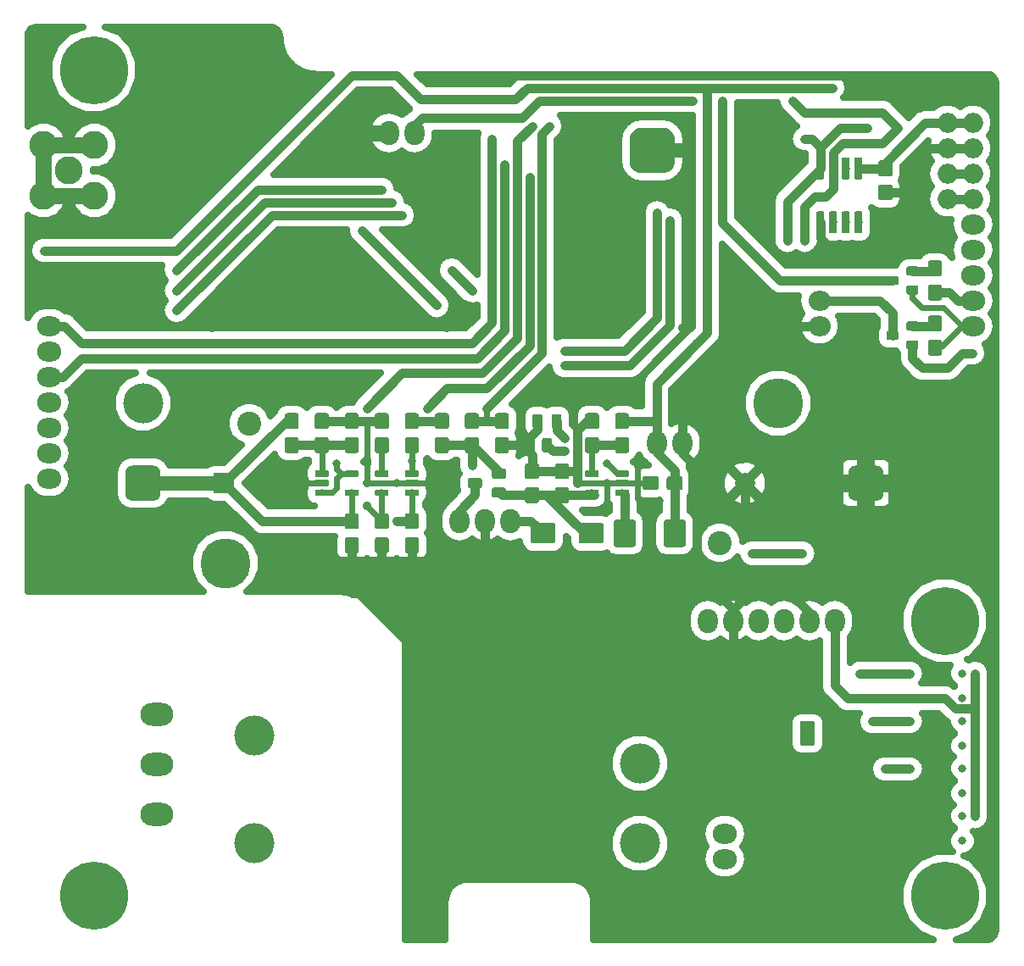
<source format=gbl>
G04 #@! TF.GenerationSoftware,KiCad,Pcbnew,5.0.2+dfsg1-1~bpo9+1*
G04 #@! TF.CreationDate,2019-05-09T23:15:53+03:00*
G04 #@! TF.ProjectId,esp32-rfm-gateway,65737033-322d-4726-966d-2d6761746577,rev?*
G04 #@! TF.SameCoordinates,Original*
G04 #@! TF.FileFunction,Copper,L2,Bot*
G04 #@! TF.FilePolarity,Positive*
%FSLAX46Y46*%
G04 Gerber Fmt 4.6, Leading zero omitted, Abs format (unit mm)*
G04 Created by KiCad (PCBNEW 5.0.2+dfsg1-1~bpo9+1) date Jo 09 mai 2019 23:15:53 +0300*
%MOMM*%
%LPD*%
G01*
G04 APERTURE LIST*
G04 #@! TA.AperFunction,WasherPad*
%ADD10C,5.000000*%
G04 #@! TD*
G04 #@! TA.AperFunction,WasherPad*
%ADD11C,4.000000*%
G04 #@! TD*
G04 #@! TA.AperFunction,Conductor*
%ADD12C,0.100000*%
G04 #@! TD*
G04 #@! TA.AperFunction,ComponentPad*
%ADD13C,3.500000*%
G04 #@! TD*
G04 #@! TA.AperFunction,ComponentPad*
%ADD14C,4.000000*%
G04 #@! TD*
G04 #@! TA.AperFunction,ComponentPad*
%ADD15O,2.200000X2.000000*%
G04 #@! TD*
G04 #@! TA.AperFunction,ComponentPad*
%ADD16O,2.400000X2.000000*%
G04 #@! TD*
G04 #@! TA.AperFunction,SMDPad,CuDef*
%ADD17C,0.900000*%
G04 #@! TD*
G04 #@! TA.AperFunction,ComponentPad*
%ADD18C,2.800000*%
G04 #@! TD*
G04 #@! TA.AperFunction,SMDPad,CuDef*
%ADD19C,0.640000*%
G04 #@! TD*
G04 #@! TA.AperFunction,ComponentPad*
%ADD20C,4.500000*%
G04 #@! TD*
G04 #@! TA.AperFunction,SMDPad,CuDef*
%ADD21C,1.400000*%
G04 #@! TD*
G04 #@! TA.AperFunction,SMDPad,CuDef*
%ADD22C,1.000000*%
G04 #@! TD*
G04 #@! TA.AperFunction,SMDPad,CuDef*
%ADD23C,2.200000*%
G04 #@! TD*
G04 #@! TA.AperFunction,SMDPad,CuDef*
%ADD24C,2.000000*%
G04 #@! TD*
G04 #@! TA.AperFunction,ComponentPad*
%ADD25O,2.000000X2.400000*%
G04 #@! TD*
G04 #@! TA.AperFunction,ComponentPad*
%ADD26O,2.000000X2.000000*%
G04 #@! TD*
G04 #@! TA.AperFunction,ComponentPad*
%ADD27R,2.000000X2.000000*%
G04 #@! TD*
G04 #@! TA.AperFunction,ComponentPad*
%ADD28C,2.000000*%
G04 #@! TD*
G04 #@! TA.AperFunction,WasherPad*
%ADD29C,2.400000*%
G04 #@! TD*
G04 #@! TA.AperFunction,WasherPad*
%ADD30C,6.800000*%
G04 #@! TD*
G04 #@! TA.AperFunction,SMDPad,CuDef*
%ADD31C,0.800000*%
G04 #@! TD*
G04 #@! TA.AperFunction,WasherPad*
%ADD32C,0.800000*%
G04 #@! TD*
G04 #@! TA.AperFunction,ComponentPad*
%ADD33O,3.300000X2.300000*%
G04 #@! TD*
G04 #@! TA.AperFunction,ComponentPad*
%ADD34C,1.400000*%
G04 #@! TD*
G04 #@! TA.AperFunction,ViaPad*
%ADD35C,0.900000*%
G04 #@! TD*
G04 #@! TA.AperFunction,ViaPad*
%ADD36C,0.800000*%
G04 #@! TD*
G04 #@! TA.AperFunction,Conductor*
%ADD37C,1.400000*%
G04 #@! TD*
G04 #@! TA.AperFunction,Conductor*
%ADD38C,0.600000*%
G04 #@! TD*
G04 #@! TA.AperFunction,Conductor*
%ADD39C,0.900000*%
G04 #@! TD*
G04 #@! TA.AperFunction,Conductor*
%ADD40C,1.600000*%
G04 #@! TD*
G04 #@! TA.AperFunction,Conductor*
%ADD41C,0.700000*%
G04 #@! TD*
G04 APERTURE END LIST*
D10*
G04 #@! TO.P,J23,*
G04 #@! TO.N,*
X112060000Y-82500000D03*
X56860000Y-98500000D03*
D11*
X48640000Y-82500000D03*
D12*
G04 #@! TD*
G04 #@! TO.N,GND*
G04 #@! TO.C,J23*
G36*
X121978612Y-88753371D02*
X122046563Y-88763450D01*
X122113199Y-88780142D01*
X122177878Y-88803284D01*
X122239978Y-88832655D01*
X122298899Y-88867971D01*
X122354075Y-88908893D01*
X122404975Y-88955025D01*
X122451107Y-89005925D01*
X122492029Y-89061101D01*
X122527345Y-89120022D01*
X122556716Y-89182122D01*
X122579858Y-89246801D01*
X122596550Y-89313437D01*
X122606629Y-89381388D01*
X122610000Y-89450000D01*
X122610000Y-91550000D01*
X122606629Y-91618612D01*
X122596550Y-91686563D01*
X122579858Y-91753199D01*
X122556716Y-91817878D01*
X122527345Y-91879978D01*
X122492029Y-91938899D01*
X122451107Y-91994075D01*
X122404975Y-92044975D01*
X122354075Y-92091107D01*
X122298899Y-92132029D01*
X122239978Y-92167345D01*
X122177878Y-92196716D01*
X122113199Y-92219858D01*
X122046563Y-92236550D01*
X121978612Y-92246629D01*
X121910000Y-92250000D01*
X119810000Y-92250000D01*
X119741388Y-92246629D01*
X119673437Y-92236550D01*
X119606801Y-92219858D01*
X119542122Y-92196716D01*
X119480022Y-92167345D01*
X119421101Y-92132029D01*
X119365925Y-92091107D01*
X119315025Y-92044975D01*
X119268893Y-91994075D01*
X119227971Y-91938899D01*
X119192655Y-91879978D01*
X119163284Y-91817878D01*
X119140142Y-91753199D01*
X119123450Y-91686563D01*
X119113371Y-91618612D01*
X119110000Y-91550000D01*
X119110000Y-89450000D01*
X119113371Y-89381388D01*
X119123450Y-89313437D01*
X119140142Y-89246801D01*
X119163284Y-89182122D01*
X119192655Y-89120022D01*
X119227971Y-89061101D01*
X119268893Y-89005925D01*
X119315025Y-88955025D01*
X119365925Y-88908893D01*
X119421101Y-88867971D01*
X119480022Y-88832655D01*
X119542122Y-88803284D01*
X119606801Y-88780142D01*
X119673437Y-88763450D01*
X119741388Y-88753371D01*
X119810000Y-88750000D01*
X121910000Y-88750000D01*
X121978612Y-88753371D01*
X121978612Y-88753371D01*
G37*
D13*
G04 #@! TO.P,J23,2*
G04 #@! TO.N,GND*
X120860000Y-90500000D03*
D12*
G04 #@! TD*
G04 #@! TO.N,+BATT*
G04 #@! TO.C,J23*
G36*
X49758612Y-88753371D02*
X49826563Y-88763450D01*
X49893199Y-88780142D01*
X49957878Y-88803284D01*
X50019978Y-88832655D01*
X50078899Y-88867971D01*
X50134075Y-88908893D01*
X50184975Y-88955025D01*
X50231107Y-89005925D01*
X50272029Y-89061101D01*
X50307345Y-89120022D01*
X50336716Y-89182122D01*
X50359858Y-89246801D01*
X50376550Y-89313437D01*
X50386629Y-89381388D01*
X50390000Y-89450000D01*
X50390000Y-91550000D01*
X50386629Y-91618612D01*
X50376550Y-91686563D01*
X50359858Y-91753199D01*
X50336716Y-91817878D01*
X50307345Y-91879978D01*
X50272029Y-91938899D01*
X50231107Y-91994075D01*
X50184975Y-92044975D01*
X50134075Y-92091107D01*
X50078899Y-92132029D01*
X50019978Y-92167345D01*
X49957878Y-92196716D01*
X49893199Y-92219858D01*
X49826563Y-92236550D01*
X49758612Y-92246629D01*
X49690000Y-92250000D01*
X47590000Y-92250000D01*
X47521388Y-92246629D01*
X47453437Y-92236550D01*
X47386801Y-92219858D01*
X47322122Y-92196716D01*
X47260022Y-92167345D01*
X47201101Y-92132029D01*
X47145925Y-92091107D01*
X47095025Y-92044975D01*
X47048893Y-91994075D01*
X47007971Y-91938899D01*
X46972655Y-91879978D01*
X46943284Y-91817878D01*
X46920142Y-91753199D01*
X46903450Y-91686563D01*
X46893371Y-91618612D01*
X46890000Y-91550000D01*
X46890000Y-89450000D01*
X46893371Y-89381388D01*
X46903450Y-89313437D01*
X46920142Y-89246801D01*
X46943284Y-89182122D01*
X46972655Y-89120022D01*
X47007971Y-89061101D01*
X47048893Y-89005925D01*
X47095025Y-88955025D01*
X47145925Y-88908893D01*
X47201101Y-88867971D01*
X47260022Y-88832655D01*
X47322122Y-88803284D01*
X47386801Y-88780142D01*
X47453437Y-88763450D01*
X47521388Y-88753371D01*
X47590000Y-88750000D01*
X49690000Y-88750000D01*
X49758612Y-88753371D01*
X49758612Y-88753371D01*
G37*
D13*
G04 #@! TO.P,J23,1*
G04 #@! TO.N,+BATT*
X48640000Y-90500000D03*
G04 #@! TD*
D14*
G04 #@! TO.P,U20,2*
G04 #@! TO.N,/Power Section/ACN*
X59750000Y-115750000D03*
G04 #@! TO.P,U20,1*
G04 #@! TO.N,/Power Section/ACL*
X59750000Y-126500000D03*
G04 #@! TO.P,U20,3*
G04 #@! TO.N,+5VP*
X98250000Y-118500000D03*
G04 #@! TO.P,U20,4*
G04 #@! TO.N,GND*
X98250000Y-126500000D03*
G04 #@! TD*
D15*
G04 #@! TO.P,J2,2*
G04 #@! TO.N,GND*
X116200000Y-74820000D03*
G04 #@! TO.P,J2,1*
G04 #@! TO.N,/Boot*
X116200000Y-72280000D03*
G04 #@! TD*
D16*
G04 #@! TO.P,J40,2*
G04 #@! TO.N,/Additional Modules/RTS*
X131540000Y-74820000D03*
G04 #@! TO.P,J40,1*
G04 #@! TO.N,/Additional Modules/DTR*
X131540000Y-72280000D03*
G04 #@! TD*
D12*
G04 #@! TO.N,/Boot*
G04 #@! TO.C,Q41*
G36*
X123937643Y-75300867D02*
X123955116Y-75303459D01*
X123972251Y-75307751D01*
X123988883Y-75313702D01*
X124004851Y-75321254D01*
X124020003Y-75330335D01*
X124034191Y-75340858D01*
X124047279Y-75352721D01*
X124059142Y-75365809D01*
X124069665Y-75379997D01*
X124078746Y-75395149D01*
X124086298Y-75411117D01*
X124092249Y-75427749D01*
X124096541Y-75444884D01*
X124099133Y-75462357D01*
X124100000Y-75480000D01*
X124100000Y-76020000D01*
X124099133Y-76037643D01*
X124096541Y-76055116D01*
X124092249Y-76072251D01*
X124086298Y-76088883D01*
X124078746Y-76104851D01*
X124069665Y-76120003D01*
X124059142Y-76134191D01*
X124047279Y-76147279D01*
X124034191Y-76159142D01*
X124020003Y-76169665D01*
X124004851Y-76178746D01*
X123988883Y-76186298D01*
X123972251Y-76192249D01*
X123955116Y-76196541D01*
X123937643Y-76199133D01*
X123920000Y-76200000D01*
X123080000Y-76200000D01*
X123062357Y-76199133D01*
X123044884Y-76196541D01*
X123027749Y-76192249D01*
X123011117Y-76186298D01*
X122995149Y-76178746D01*
X122979997Y-76169665D01*
X122965809Y-76159142D01*
X122952721Y-76147279D01*
X122940858Y-76134191D01*
X122930335Y-76120003D01*
X122921254Y-76104851D01*
X122913702Y-76088883D01*
X122907751Y-76072251D01*
X122903459Y-76055116D01*
X122900867Y-76037643D01*
X122900000Y-76020000D01*
X122900000Y-75480000D01*
X122900867Y-75462357D01*
X122903459Y-75444884D01*
X122907751Y-75427749D01*
X122913702Y-75411117D01*
X122921254Y-75395149D01*
X122930335Y-75379997D01*
X122940858Y-75365809D01*
X122952721Y-75352721D01*
X122965809Y-75340858D01*
X122979997Y-75330335D01*
X122995149Y-75321254D01*
X123011117Y-75313702D01*
X123027749Y-75307751D01*
X123044884Y-75303459D01*
X123062357Y-75300867D01*
X123080000Y-75300000D01*
X123920000Y-75300000D01*
X123937643Y-75300867D01*
X123937643Y-75300867D01*
G37*
D17*
G04 #@! TD*
G04 #@! TO.P,Q41,3*
G04 #@! TO.N,/Boot*
X123500000Y-75750000D03*
D12*
G04 #@! TO.N,/Additional Modules/DTR*
G04 #@! TO.C,Q41*
G36*
X125937643Y-76250867D02*
X125955116Y-76253459D01*
X125972251Y-76257751D01*
X125988883Y-76263702D01*
X126004851Y-76271254D01*
X126020003Y-76280335D01*
X126034191Y-76290858D01*
X126047279Y-76302721D01*
X126059142Y-76315809D01*
X126069665Y-76329997D01*
X126078746Y-76345149D01*
X126086298Y-76361117D01*
X126092249Y-76377749D01*
X126096541Y-76394884D01*
X126099133Y-76412357D01*
X126100000Y-76430000D01*
X126100000Y-76970000D01*
X126099133Y-76987643D01*
X126096541Y-77005116D01*
X126092249Y-77022251D01*
X126086298Y-77038883D01*
X126078746Y-77054851D01*
X126069665Y-77070003D01*
X126059142Y-77084191D01*
X126047279Y-77097279D01*
X126034191Y-77109142D01*
X126020003Y-77119665D01*
X126004851Y-77128746D01*
X125988883Y-77136298D01*
X125972251Y-77142249D01*
X125955116Y-77146541D01*
X125937643Y-77149133D01*
X125920000Y-77150000D01*
X125080000Y-77150000D01*
X125062357Y-77149133D01*
X125044884Y-77146541D01*
X125027749Y-77142249D01*
X125011117Y-77136298D01*
X124995149Y-77128746D01*
X124979997Y-77119665D01*
X124965809Y-77109142D01*
X124952721Y-77097279D01*
X124940858Y-77084191D01*
X124930335Y-77070003D01*
X124921254Y-77054851D01*
X124913702Y-77038883D01*
X124907751Y-77022251D01*
X124903459Y-77005116D01*
X124900867Y-76987643D01*
X124900000Y-76970000D01*
X124900000Y-76430000D01*
X124900867Y-76412357D01*
X124903459Y-76394884D01*
X124907751Y-76377749D01*
X124913702Y-76361117D01*
X124921254Y-76345149D01*
X124930335Y-76329997D01*
X124940858Y-76315809D01*
X124952721Y-76302721D01*
X124965809Y-76290858D01*
X124979997Y-76280335D01*
X124995149Y-76271254D01*
X125011117Y-76263702D01*
X125027749Y-76257751D01*
X125044884Y-76253459D01*
X125062357Y-76250867D01*
X125080000Y-76250000D01*
X125920000Y-76250000D01*
X125937643Y-76250867D01*
X125937643Y-76250867D01*
G37*
D17*
G04 #@! TD*
G04 #@! TO.P,Q41,2*
G04 #@! TO.N,/Additional Modules/DTR*
X125500000Y-76700000D03*
D12*
G04 #@! TO.N,Net-(Q41-Pad1)*
G04 #@! TO.C,Q41*
G36*
X125937643Y-74350867D02*
X125955116Y-74353459D01*
X125972251Y-74357751D01*
X125988883Y-74363702D01*
X126004851Y-74371254D01*
X126020003Y-74380335D01*
X126034191Y-74390858D01*
X126047279Y-74402721D01*
X126059142Y-74415809D01*
X126069665Y-74429997D01*
X126078746Y-74445149D01*
X126086298Y-74461117D01*
X126092249Y-74477749D01*
X126096541Y-74494884D01*
X126099133Y-74512357D01*
X126100000Y-74530000D01*
X126100000Y-75070000D01*
X126099133Y-75087643D01*
X126096541Y-75105116D01*
X126092249Y-75122251D01*
X126086298Y-75138883D01*
X126078746Y-75154851D01*
X126069665Y-75170003D01*
X126059142Y-75184191D01*
X126047279Y-75197279D01*
X126034191Y-75209142D01*
X126020003Y-75219665D01*
X126004851Y-75228746D01*
X125988883Y-75236298D01*
X125972251Y-75242249D01*
X125955116Y-75246541D01*
X125937643Y-75249133D01*
X125920000Y-75250000D01*
X125080000Y-75250000D01*
X125062357Y-75249133D01*
X125044884Y-75246541D01*
X125027749Y-75242249D01*
X125011117Y-75236298D01*
X124995149Y-75228746D01*
X124979997Y-75219665D01*
X124965809Y-75209142D01*
X124952721Y-75197279D01*
X124940858Y-75184191D01*
X124930335Y-75170003D01*
X124921254Y-75154851D01*
X124913702Y-75138883D01*
X124907751Y-75122251D01*
X124903459Y-75105116D01*
X124900867Y-75087643D01*
X124900000Y-75070000D01*
X124900000Y-74530000D01*
X124900867Y-74512357D01*
X124903459Y-74494884D01*
X124907751Y-74477749D01*
X124913702Y-74461117D01*
X124921254Y-74445149D01*
X124930335Y-74429997D01*
X124940858Y-74415809D01*
X124952721Y-74402721D01*
X124965809Y-74390858D01*
X124979997Y-74380335D01*
X124995149Y-74371254D01*
X125011117Y-74363702D01*
X125027749Y-74357751D01*
X125044884Y-74353459D01*
X125062357Y-74350867D01*
X125080000Y-74350000D01*
X125920000Y-74350000D01*
X125937643Y-74350867D01*
X125937643Y-74350867D01*
G37*
D17*
G04 #@! TD*
G04 #@! TO.P,Q41,1*
G04 #@! TO.N,Net-(Q41-Pad1)*
X125500000Y-74800000D03*
D16*
G04 #@! TO.P,J7,4*
G04 #@! TO.N,GND*
X39250000Y-82440000D03*
G04 #@! TO.P,J7,3*
G04 #@! TO.N,/IO35*
X39250000Y-79900000D03*
G04 #@! TO.P,J7,2*
G04 #@! TO.N,GND*
X39250000Y-77360000D03*
G04 #@! TO.P,J7,1*
G04 #@! TO.N,/IO34*
X39250000Y-74820000D03*
G04 #@! TD*
D18*
G04 #@! TO.P,J30,5*
G04 #@! TO.N,GND*
X38710000Y-61790000D03*
G04 #@! TO.P,J30,4*
X38710000Y-56710000D03*
G04 #@! TO.P,J30,3*
X43790000Y-56710000D03*
G04 #@! TO.P,J30,2*
X43790000Y-61790000D03*
G04 #@! TO.P,J30,1*
G04 #@! TO.N,Net-(J30-Pad1)*
X41250000Y-59250000D03*
G04 #@! TD*
D12*
G04 #@! TO.N,Net-(R27-Pad2)*
G04 #@! TO.C,U23*
G36*
X94064546Y-89230616D02*
X94076972Y-89232459D01*
X94089156Y-89235512D01*
X94100983Y-89239743D01*
X94112339Y-89245114D01*
X94123113Y-89251572D01*
X94133202Y-89259055D01*
X94142510Y-89267490D01*
X94150945Y-89276798D01*
X94158428Y-89286887D01*
X94164886Y-89297661D01*
X94170257Y-89309017D01*
X94174488Y-89320844D01*
X94177541Y-89333028D01*
X94179384Y-89345454D01*
X94180000Y-89358000D01*
X94180000Y-89742000D01*
X94179384Y-89754546D01*
X94177541Y-89766972D01*
X94174488Y-89779156D01*
X94170257Y-89790983D01*
X94164886Y-89802339D01*
X94158428Y-89813113D01*
X94150945Y-89823202D01*
X94142510Y-89832510D01*
X94133202Y-89840945D01*
X94123113Y-89848428D01*
X94112339Y-89854886D01*
X94100983Y-89860257D01*
X94089156Y-89864488D01*
X94076972Y-89867541D01*
X94064546Y-89869384D01*
X94052000Y-89870000D01*
X92948000Y-89870000D01*
X92935454Y-89869384D01*
X92923028Y-89867541D01*
X92910844Y-89864488D01*
X92899017Y-89860257D01*
X92887661Y-89854886D01*
X92876887Y-89848428D01*
X92866798Y-89840945D01*
X92857490Y-89832510D01*
X92849055Y-89823202D01*
X92841572Y-89813113D01*
X92835114Y-89802339D01*
X92829743Y-89790983D01*
X92825512Y-89779156D01*
X92822459Y-89766972D01*
X92820616Y-89754546D01*
X92820000Y-89742000D01*
X92820000Y-89358000D01*
X92820616Y-89345454D01*
X92822459Y-89333028D01*
X92825512Y-89320844D01*
X92829743Y-89309017D01*
X92835114Y-89297661D01*
X92841572Y-89286887D01*
X92849055Y-89276798D01*
X92857490Y-89267490D01*
X92866798Y-89259055D01*
X92876887Y-89251572D01*
X92887661Y-89245114D01*
X92899017Y-89239743D01*
X92910844Y-89235512D01*
X92923028Y-89232459D01*
X92935454Y-89230616D01*
X92948000Y-89230000D01*
X94052000Y-89230000D01*
X94064546Y-89230616D01*
X94064546Y-89230616D01*
G37*
D19*
G04 #@! TD*
G04 #@! TO.P,U23,5*
G04 #@! TO.N,Net-(R27-Pad2)*
X93500000Y-89550000D03*
D12*
G04 #@! TO.N,/Power Section/VinReg*
G04 #@! TO.C,U23*
G36*
X94064546Y-91130616D02*
X94076972Y-91132459D01*
X94089156Y-91135512D01*
X94100983Y-91139743D01*
X94112339Y-91145114D01*
X94123113Y-91151572D01*
X94133202Y-91159055D01*
X94142510Y-91167490D01*
X94150945Y-91176798D01*
X94158428Y-91186887D01*
X94164886Y-91197661D01*
X94170257Y-91209017D01*
X94174488Y-91220844D01*
X94177541Y-91233028D01*
X94179384Y-91245454D01*
X94180000Y-91258000D01*
X94180000Y-91642000D01*
X94179384Y-91654546D01*
X94177541Y-91666972D01*
X94174488Y-91679156D01*
X94170257Y-91690983D01*
X94164886Y-91702339D01*
X94158428Y-91713113D01*
X94150945Y-91723202D01*
X94142510Y-91732510D01*
X94133202Y-91740945D01*
X94123113Y-91748428D01*
X94112339Y-91754886D01*
X94100983Y-91760257D01*
X94089156Y-91764488D01*
X94076972Y-91767541D01*
X94064546Y-91769384D01*
X94052000Y-91770000D01*
X92948000Y-91770000D01*
X92935454Y-91769384D01*
X92923028Y-91767541D01*
X92910844Y-91764488D01*
X92899017Y-91760257D01*
X92887661Y-91754886D01*
X92876887Y-91748428D01*
X92866798Y-91740945D01*
X92857490Y-91732510D01*
X92849055Y-91723202D01*
X92841572Y-91713113D01*
X92835114Y-91702339D01*
X92829743Y-91690983D01*
X92825512Y-91679156D01*
X92822459Y-91666972D01*
X92820616Y-91654546D01*
X92820000Y-91642000D01*
X92820000Y-91258000D01*
X92820616Y-91245454D01*
X92822459Y-91233028D01*
X92825512Y-91220844D01*
X92829743Y-91209017D01*
X92835114Y-91197661D01*
X92841572Y-91186887D01*
X92849055Y-91176798D01*
X92857490Y-91167490D01*
X92866798Y-91159055D01*
X92876887Y-91151572D01*
X92887661Y-91145114D01*
X92899017Y-91139743D01*
X92910844Y-91135512D01*
X92923028Y-91132459D01*
X92935454Y-91130616D01*
X92948000Y-91130000D01*
X94052000Y-91130000D01*
X94064546Y-91130616D01*
X94064546Y-91130616D01*
G37*
D19*
G04 #@! TD*
G04 #@! TO.P,U23,4*
G04 #@! TO.N,/Power Section/VinReg*
X93500000Y-91450000D03*
D12*
G04 #@! TO.N,/Power Section/PwrSW*
G04 #@! TO.C,U23*
G36*
X97064546Y-91130616D02*
X97076972Y-91132459D01*
X97089156Y-91135512D01*
X97100983Y-91139743D01*
X97112339Y-91145114D01*
X97123113Y-91151572D01*
X97133202Y-91159055D01*
X97142510Y-91167490D01*
X97150945Y-91176798D01*
X97158428Y-91186887D01*
X97164886Y-91197661D01*
X97170257Y-91209017D01*
X97174488Y-91220844D01*
X97177541Y-91233028D01*
X97179384Y-91245454D01*
X97180000Y-91258000D01*
X97180000Y-91642000D01*
X97179384Y-91654546D01*
X97177541Y-91666972D01*
X97174488Y-91679156D01*
X97170257Y-91690983D01*
X97164886Y-91702339D01*
X97158428Y-91713113D01*
X97150945Y-91723202D01*
X97142510Y-91732510D01*
X97133202Y-91740945D01*
X97123113Y-91748428D01*
X97112339Y-91754886D01*
X97100983Y-91760257D01*
X97089156Y-91764488D01*
X97076972Y-91767541D01*
X97064546Y-91769384D01*
X97052000Y-91770000D01*
X95948000Y-91770000D01*
X95935454Y-91769384D01*
X95923028Y-91767541D01*
X95910844Y-91764488D01*
X95899017Y-91760257D01*
X95887661Y-91754886D01*
X95876887Y-91748428D01*
X95866798Y-91740945D01*
X95857490Y-91732510D01*
X95849055Y-91723202D01*
X95841572Y-91713113D01*
X95835114Y-91702339D01*
X95829743Y-91690983D01*
X95825512Y-91679156D01*
X95822459Y-91666972D01*
X95820616Y-91654546D01*
X95820000Y-91642000D01*
X95820000Y-91258000D01*
X95820616Y-91245454D01*
X95822459Y-91233028D01*
X95825512Y-91220844D01*
X95829743Y-91209017D01*
X95835114Y-91197661D01*
X95841572Y-91186887D01*
X95849055Y-91176798D01*
X95857490Y-91167490D01*
X95866798Y-91159055D01*
X95876887Y-91151572D01*
X95887661Y-91145114D01*
X95899017Y-91139743D01*
X95910844Y-91135512D01*
X95923028Y-91132459D01*
X95935454Y-91130616D01*
X95948000Y-91130000D01*
X97052000Y-91130000D01*
X97064546Y-91130616D01*
X97064546Y-91130616D01*
G37*
D19*
G04 #@! TD*
G04 #@! TO.P,U23,3*
G04 #@! TO.N,/Power Section/PwrSW*
X96500000Y-91450000D03*
D12*
G04 #@! TO.N,GND*
G04 #@! TO.C,U23*
G36*
X97064546Y-90180616D02*
X97076972Y-90182459D01*
X97089156Y-90185512D01*
X97100983Y-90189743D01*
X97112339Y-90195114D01*
X97123113Y-90201572D01*
X97133202Y-90209055D01*
X97142510Y-90217490D01*
X97150945Y-90226798D01*
X97158428Y-90236887D01*
X97164886Y-90247661D01*
X97170257Y-90259017D01*
X97174488Y-90270844D01*
X97177541Y-90283028D01*
X97179384Y-90295454D01*
X97180000Y-90308000D01*
X97180000Y-90692000D01*
X97179384Y-90704546D01*
X97177541Y-90716972D01*
X97174488Y-90729156D01*
X97170257Y-90740983D01*
X97164886Y-90752339D01*
X97158428Y-90763113D01*
X97150945Y-90773202D01*
X97142510Y-90782510D01*
X97133202Y-90790945D01*
X97123113Y-90798428D01*
X97112339Y-90804886D01*
X97100983Y-90810257D01*
X97089156Y-90814488D01*
X97076972Y-90817541D01*
X97064546Y-90819384D01*
X97052000Y-90820000D01*
X95948000Y-90820000D01*
X95935454Y-90819384D01*
X95923028Y-90817541D01*
X95910844Y-90814488D01*
X95899017Y-90810257D01*
X95887661Y-90804886D01*
X95876887Y-90798428D01*
X95866798Y-90790945D01*
X95857490Y-90782510D01*
X95849055Y-90773202D01*
X95841572Y-90763113D01*
X95835114Y-90752339D01*
X95829743Y-90740983D01*
X95825512Y-90729156D01*
X95822459Y-90716972D01*
X95820616Y-90704546D01*
X95820000Y-90692000D01*
X95820000Y-90308000D01*
X95820616Y-90295454D01*
X95822459Y-90283028D01*
X95825512Y-90270844D01*
X95829743Y-90259017D01*
X95835114Y-90247661D01*
X95841572Y-90236887D01*
X95849055Y-90226798D01*
X95857490Y-90217490D01*
X95866798Y-90209055D01*
X95876887Y-90201572D01*
X95887661Y-90195114D01*
X95899017Y-90189743D01*
X95910844Y-90185512D01*
X95923028Y-90182459D01*
X95935454Y-90180616D01*
X95948000Y-90180000D01*
X97052000Y-90180000D01*
X97064546Y-90180616D01*
X97064546Y-90180616D01*
G37*
D19*
G04 #@! TD*
G04 #@! TO.P,U23,2*
G04 #@! TO.N,GND*
X96500000Y-90500000D03*
D12*
G04 #@! TO.N,Net-(U22-Pad2)*
G04 #@! TO.C,U23*
G36*
X97064546Y-89230616D02*
X97076972Y-89232459D01*
X97089156Y-89235512D01*
X97100983Y-89239743D01*
X97112339Y-89245114D01*
X97123113Y-89251572D01*
X97133202Y-89259055D01*
X97142510Y-89267490D01*
X97150945Y-89276798D01*
X97158428Y-89286887D01*
X97164886Y-89297661D01*
X97170257Y-89309017D01*
X97174488Y-89320844D01*
X97177541Y-89333028D01*
X97179384Y-89345454D01*
X97180000Y-89358000D01*
X97180000Y-89742000D01*
X97179384Y-89754546D01*
X97177541Y-89766972D01*
X97174488Y-89779156D01*
X97170257Y-89790983D01*
X97164886Y-89802339D01*
X97158428Y-89813113D01*
X97150945Y-89823202D01*
X97142510Y-89832510D01*
X97133202Y-89840945D01*
X97123113Y-89848428D01*
X97112339Y-89854886D01*
X97100983Y-89860257D01*
X97089156Y-89864488D01*
X97076972Y-89867541D01*
X97064546Y-89869384D01*
X97052000Y-89870000D01*
X95948000Y-89870000D01*
X95935454Y-89869384D01*
X95923028Y-89867541D01*
X95910844Y-89864488D01*
X95899017Y-89860257D01*
X95887661Y-89854886D01*
X95876887Y-89848428D01*
X95866798Y-89840945D01*
X95857490Y-89832510D01*
X95849055Y-89823202D01*
X95841572Y-89813113D01*
X95835114Y-89802339D01*
X95829743Y-89790983D01*
X95825512Y-89779156D01*
X95822459Y-89766972D01*
X95820616Y-89754546D01*
X95820000Y-89742000D01*
X95820000Y-89358000D01*
X95820616Y-89345454D01*
X95822459Y-89333028D01*
X95825512Y-89320844D01*
X95829743Y-89309017D01*
X95835114Y-89297661D01*
X95841572Y-89286887D01*
X95849055Y-89276798D01*
X95857490Y-89267490D01*
X95866798Y-89259055D01*
X95876887Y-89251572D01*
X95887661Y-89245114D01*
X95899017Y-89239743D01*
X95910844Y-89235512D01*
X95923028Y-89232459D01*
X95935454Y-89230616D01*
X95948000Y-89230000D01*
X97052000Y-89230000D01*
X97064546Y-89230616D01*
X97064546Y-89230616D01*
G37*
D19*
G04 #@! TD*
G04 #@! TO.P,U23,1*
G04 #@! TO.N,Net-(U22-Pad2)*
X96500000Y-89550000D03*
D12*
G04 #@! TO.N,GND*
G04 #@! TO.C,U1*
G36*
X100735269Y-55000417D02*
X100844477Y-55016617D01*
X100951570Y-55043442D01*
X101055519Y-55080636D01*
X101155321Y-55127839D01*
X101250017Y-55184597D01*
X101338692Y-55250363D01*
X101420495Y-55324505D01*
X101494637Y-55406308D01*
X101560403Y-55494983D01*
X101617161Y-55589679D01*
X101664364Y-55689481D01*
X101701558Y-55793430D01*
X101728383Y-55900523D01*
X101744583Y-56009731D01*
X101750000Y-56120000D01*
X101750000Y-58370000D01*
X101744583Y-58480269D01*
X101728383Y-58589477D01*
X101701558Y-58696570D01*
X101664364Y-58800519D01*
X101617161Y-58900321D01*
X101560403Y-58995017D01*
X101494637Y-59083692D01*
X101420495Y-59165495D01*
X101338692Y-59239637D01*
X101250017Y-59305403D01*
X101155321Y-59362161D01*
X101055519Y-59409364D01*
X100951570Y-59446558D01*
X100844477Y-59473383D01*
X100735269Y-59489583D01*
X100625000Y-59495000D01*
X98375000Y-59495000D01*
X98264731Y-59489583D01*
X98155523Y-59473383D01*
X98048430Y-59446558D01*
X97944481Y-59409364D01*
X97844679Y-59362161D01*
X97749983Y-59305403D01*
X97661308Y-59239637D01*
X97579505Y-59165495D01*
X97505363Y-59083692D01*
X97439597Y-58995017D01*
X97382839Y-58900321D01*
X97335636Y-58800519D01*
X97298442Y-58696570D01*
X97271617Y-58589477D01*
X97255417Y-58480269D01*
X97250000Y-58370000D01*
X97250000Y-56120000D01*
X97255417Y-56009731D01*
X97271617Y-55900523D01*
X97298442Y-55793430D01*
X97335636Y-55689481D01*
X97382839Y-55589679D01*
X97439597Y-55494983D01*
X97505363Y-55406308D01*
X97579505Y-55324505D01*
X97661308Y-55250363D01*
X97749983Y-55184597D01*
X97844679Y-55127839D01*
X97944481Y-55080636D01*
X98048430Y-55043442D01*
X98155523Y-55016617D01*
X98264731Y-55000417D01*
X98375000Y-54995000D01*
X100625000Y-54995000D01*
X100735269Y-55000417D01*
X100735269Y-55000417D01*
G37*
D20*
G04 #@! TD*
G04 #@! TO.P,U1,39*
G04 #@! TO.N,GND*
X99500000Y-57245000D03*
D12*
G04 #@! TO.N,Net-(R20-Pad1)*
G04 #@! TO.C,R20*
G36*
X72974594Y-85901203D02*
X72998853Y-85904802D01*
X73022642Y-85910761D01*
X73045733Y-85919023D01*
X73067902Y-85929508D01*
X73088937Y-85942116D01*
X73108635Y-85956725D01*
X73126806Y-85973194D01*
X73143275Y-85991365D01*
X73157884Y-86011063D01*
X73170492Y-86032098D01*
X73180977Y-86054267D01*
X73189239Y-86077358D01*
X73195198Y-86101147D01*
X73198797Y-86125406D01*
X73200000Y-86149900D01*
X73200000Y-87250100D01*
X73198797Y-87274594D01*
X73195198Y-87298853D01*
X73189239Y-87322642D01*
X73180977Y-87345733D01*
X73170492Y-87367902D01*
X73157884Y-87388937D01*
X73143275Y-87408635D01*
X73126806Y-87426806D01*
X73108635Y-87443275D01*
X73088937Y-87457884D01*
X73067902Y-87470492D01*
X73045733Y-87480977D01*
X73022642Y-87489239D01*
X72998853Y-87495198D01*
X72974594Y-87498797D01*
X72950100Y-87500000D01*
X72049900Y-87500000D01*
X72025406Y-87498797D01*
X72001147Y-87495198D01*
X71977358Y-87489239D01*
X71954267Y-87480977D01*
X71932098Y-87470492D01*
X71911063Y-87457884D01*
X71891365Y-87443275D01*
X71873194Y-87426806D01*
X71856725Y-87408635D01*
X71842116Y-87388937D01*
X71829508Y-87367902D01*
X71819023Y-87345733D01*
X71810761Y-87322642D01*
X71804802Y-87298853D01*
X71801203Y-87274594D01*
X71800000Y-87250100D01*
X71800000Y-86149900D01*
X71801203Y-86125406D01*
X71804802Y-86101147D01*
X71810761Y-86077358D01*
X71819023Y-86054267D01*
X71829508Y-86032098D01*
X71842116Y-86011063D01*
X71856725Y-85991365D01*
X71873194Y-85973194D01*
X71891365Y-85956725D01*
X71911063Y-85942116D01*
X71932098Y-85929508D01*
X71954267Y-85919023D01*
X71977358Y-85910761D01*
X72001147Y-85904802D01*
X72025406Y-85901203D01*
X72049900Y-85900000D01*
X72950100Y-85900000D01*
X72974594Y-85901203D01*
X72974594Y-85901203D01*
G37*
D21*
G04 #@! TD*
G04 #@! TO.P,R20,1*
G04 #@! TO.N,Net-(R20-Pad1)*
X72500000Y-86700000D03*
D12*
G04 #@! TO.N,GND*
G04 #@! TO.C,R20*
G36*
X72974594Y-83501203D02*
X72998853Y-83504802D01*
X73022642Y-83510761D01*
X73045733Y-83519023D01*
X73067902Y-83529508D01*
X73088937Y-83542116D01*
X73108635Y-83556725D01*
X73126806Y-83573194D01*
X73143275Y-83591365D01*
X73157884Y-83611063D01*
X73170492Y-83632098D01*
X73180977Y-83654267D01*
X73189239Y-83677358D01*
X73195198Y-83701147D01*
X73198797Y-83725406D01*
X73200000Y-83749900D01*
X73200000Y-84850100D01*
X73198797Y-84874594D01*
X73195198Y-84898853D01*
X73189239Y-84922642D01*
X73180977Y-84945733D01*
X73170492Y-84967902D01*
X73157884Y-84988937D01*
X73143275Y-85008635D01*
X73126806Y-85026806D01*
X73108635Y-85043275D01*
X73088937Y-85057884D01*
X73067902Y-85070492D01*
X73045733Y-85080977D01*
X73022642Y-85089239D01*
X72998853Y-85095198D01*
X72974594Y-85098797D01*
X72950100Y-85100000D01*
X72049900Y-85100000D01*
X72025406Y-85098797D01*
X72001147Y-85095198D01*
X71977358Y-85089239D01*
X71954267Y-85080977D01*
X71932098Y-85070492D01*
X71911063Y-85057884D01*
X71891365Y-85043275D01*
X71873194Y-85026806D01*
X71856725Y-85008635D01*
X71842116Y-84988937D01*
X71829508Y-84967902D01*
X71819023Y-84945733D01*
X71810761Y-84922642D01*
X71804802Y-84898853D01*
X71801203Y-84874594D01*
X71800000Y-84850100D01*
X71800000Y-83749900D01*
X71801203Y-83725406D01*
X71804802Y-83701147D01*
X71810761Y-83677358D01*
X71819023Y-83654267D01*
X71829508Y-83632098D01*
X71842116Y-83611063D01*
X71856725Y-83591365D01*
X71873194Y-83573194D01*
X71891365Y-83556725D01*
X71911063Y-83542116D01*
X71932098Y-83529508D01*
X71954267Y-83519023D01*
X71977358Y-83510761D01*
X72001147Y-83504802D01*
X72025406Y-83501203D01*
X72049900Y-83500000D01*
X72950100Y-83500000D01*
X72974594Y-83501203D01*
X72974594Y-83501203D01*
G37*
D21*
G04 #@! TD*
G04 #@! TO.P,R20,2*
G04 #@! TO.N,GND*
X72500000Y-84300000D03*
D12*
G04 #@! TO.N,/Power Section/VinReg*
G04 #@! TO.C,U22*
G36*
X89319603Y-86000963D02*
X89339018Y-86003843D01*
X89358057Y-86008612D01*
X89376537Y-86015224D01*
X89394279Y-86023616D01*
X89411114Y-86033706D01*
X89426879Y-86045398D01*
X89441421Y-86058579D01*
X89454602Y-86073121D01*
X89466294Y-86088886D01*
X89476384Y-86105721D01*
X89484776Y-86123463D01*
X89491388Y-86141943D01*
X89496157Y-86160982D01*
X89499037Y-86180397D01*
X89500000Y-86200000D01*
X89500000Y-87200000D01*
X89499037Y-87219603D01*
X89496157Y-87239018D01*
X89491388Y-87258057D01*
X89484776Y-87276537D01*
X89476384Y-87294279D01*
X89466294Y-87311114D01*
X89454602Y-87326879D01*
X89441421Y-87341421D01*
X89426879Y-87354602D01*
X89411114Y-87366294D01*
X89394279Y-87376384D01*
X89376537Y-87384776D01*
X89358057Y-87391388D01*
X89339018Y-87396157D01*
X89319603Y-87399037D01*
X89300000Y-87400000D01*
X88700000Y-87400000D01*
X88680397Y-87399037D01*
X88660982Y-87396157D01*
X88641943Y-87391388D01*
X88623463Y-87384776D01*
X88605721Y-87376384D01*
X88588886Y-87366294D01*
X88573121Y-87354602D01*
X88558579Y-87341421D01*
X88545398Y-87326879D01*
X88533706Y-87311114D01*
X88523616Y-87294279D01*
X88515224Y-87276537D01*
X88508612Y-87258057D01*
X88503843Y-87239018D01*
X88500963Y-87219603D01*
X88500000Y-87200000D01*
X88500000Y-86200000D01*
X88500963Y-86180397D01*
X88503843Y-86160982D01*
X88508612Y-86141943D01*
X88515224Y-86123463D01*
X88523616Y-86105721D01*
X88533706Y-86088886D01*
X88545398Y-86073121D01*
X88558579Y-86058579D01*
X88573121Y-86045398D01*
X88588886Y-86033706D01*
X88605721Y-86023616D01*
X88623463Y-86015224D01*
X88641943Y-86008612D01*
X88660982Y-86003843D01*
X88680397Y-86000963D01*
X88700000Y-86000000D01*
X89300000Y-86000000D01*
X89319603Y-86000963D01*
X89319603Y-86000963D01*
G37*
D22*
G04 #@! TD*
G04 #@! TO.P,U22,3*
G04 #@! TO.N,/Power Section/VinReg*
X89000000Y-86700000D03*
D12*
G04 #@! TO.N,Net-(U22-Pad2)*
G04 #@! TO.C,U22*
G36*
X90269603Y-83600963D02*
X90289018Y-83603843D01*
X90308057Y-83608612D01*
X90326537Y-83615224D01*
X90344279Y-83623616D01*
X90361114Y-83633706D01*
X90376879Y-83645398D01*
X90391421Y-83658579D01*
X90404602Y-83673121D01*
X90416294Y-83688886D01*
X90426384Y-83705721D01*
X90434776Y-83723463D01*
X90441388Y-83741943D01*
X90446157Y-83760982D01*
X90449037Y-83780397D01*
X90450000Y-83800000D01*
X90450000Y-84800000D01*
X90449037Y-84819603D01*
X90446157Y-84839018D01*
X90441388Y-84858057D01*
X90434776Y-84876537D01*
X90426384Y-84894279D01*
X90416294Y-84911114D01*
X90404602Y-84926879D01*
X90391421Y-84941421D01*
X90376879Y-84954602D01*
X90361114Y-84966294D01*
X90344279Y-84976384D01*
X90326537Y-84984776D01*
X90308057Y-84991388D01*
X90289018Y-84996157D01*
X90269603Y-84999037D01*
X90250000Y-85000000D01*
X89650000Y-85000000D01*
X89630397Y-84999037D01*
X89610982Y-84996157D01*
X89591943Y-84991388D01*
X89573463Y-84984776D01*
X89555721Y-84976384D01*
X89538886Y-84966294D01*
X89523121Y-84954602D01*
X89508579Y-84941421D01*
X89495398Y-84926879D01*
X89483706Y-84911114D01*
X89473616Y-84894279D01*
X89465224Y-84876537D01*
X89458612Y-84858057D01*
X89453843Y-84839018D01*
X89450963Y-84819603D01*
X89450000Y-84800000D01*
X89450000Y-83800000D01*
X89450963Y-83780397D01*
X89453843Y-83760982D01*
X89458612Y-83741943D01*
X89465224Y-83723463D01*
X89473616Y-83705721D01*
X89483706Y-83688886D01*
X89495398Y-83673121D01*
X89508579Y-83658579D01*
X89523121Y-83645398D01*
X89538886Y-83633706D01*
X89555721Y-83623616D01*
X89573463Y-83615224D01*
X89591943Y-83608612D01*
X89610982Y-83603843D01*
X89630397Y-83600963D01*
X89650000Y-83600000D01*
X90250000Y-83600000D01*
X90269603Y-83600963D01*
X90269603Y-83600963D01*
G37*
D22*
G04 #@! TD*
G04 #@! TO.P,U22,2*
G04 #@! TO.N,Net-(U22-Pad2)*
X89950000Y-84300000D03*
D12*
G04 #@! TO.N,GND*
G04 #@! TO.C,U22*
G36*
X88369603Y-83600963D02*
X88389018Y-83603843D01*
X88408057Y-83608612D01*
X88426537Y-83615224D01*
X88444279Y-83623616D01*
X88461114Y-83633706D01*
X88476879Y-83645398D01*
X88491421Y-83658579D01*
X88504602Y-83673121D01*
X88516294Y-83688886D01*
X88526384Y-83705721D01*
X88534776Y-83723463D01*
X88541388Y-83741943D01*
X88546157Y-83760982D01*
X88549037Y-83780397D01*
X88550000Y-83800000D01*
X88550000Y-84800000D01*
X88549037Y-84819603D01*
X88546157Y-84839018D01*
X88541388Y-84858057D01*
X88534776Y-84876537D01*
X88526384Y-84894279D01*
X88516294Y-84911114D01*
X88504602Y-84926879D01*
X88491421Y-84941421D01*
X88476879Y-84954602D01*
X88461114Y-84966294D01*
X88444279Y-84976384D01*
X88426537Y-84984776D01*
X88408057Y-84991388D01*
X88389018Y-84996157D01*
X88369603Y-84999037D01*
X88350000Y-85000000D01*
X87750000Y-85000000D01*
X87730397Y-84999037D01*
X87710982Y-84996157D01*
X87691943Y-84991388D01*
X87673463Y-84984776D01*
X87655721Y-84976384D01*
X87638886Y-84966294D01*
X87623121Y-84954602D01*
X87608579Y-84941421D01*
X87595398Y-84926879D01*
X87583706Y-84911114D01*
X87573616Y-84894279D01*
X87565224Y-84876537D01*
X87558612Y-84858057D01*
X87553843Y-84839018D01*
X87550963Y-84819603D01*
X87550000Y-84800000D01*
X87550000Y-83800000D01*
X87550963Y-83780397D01*
X87553843Y-83760982D01*
X87558612Y-83741943D01*
X87565224Y-83723463D01*
X87573616Y-83705721D01*
X87583706Y-83688886D01*
X87595398Y-83673121D01*
X87608579Y-83658579D01*
X87623121Y-83645398D01*
X87638886Y-83633706D01*
X87655721Y-83623616D01*
X87673463Y-83615224D01*
X87691943Y-83608612D01*
X87710982Y-83603843D01*
X87730397Y-83600963D01*
X87750000Y-83600000D01*
X88350000Y-83600000D01*
X88369603Y-83600963D01*
X88369603Y-83600963D01*
G37*
D22*
G04 #@! TD*
G04 #@! TO.P,U22,1*
G04 #@! TO.N,GND*
X88050000Y-84300000D03*
D12*
G04 #@! TO.N,Net-(C25-Pad1)*
G04 #@! TO.C,R22*
G36*
X63974594Y-85901203D02*
X63998853Y-85904802D01*
X64022642Y-85910761D01*
X64045733Y-85919023D01*
X64067902Y-85929508D01*
X64088937Y-85942116D01*
X64108635Y-85956725D01*
X64126806Y-85973194D01*
X64143275Y-85991365D01*
X64157884Y-86011063D01*
X64170492Y-86032098D01*
X64180977Y-86054267D01*
X64189239Y-86077358D01*
X64195198Y-86101147D01*
X64198797Y-86125406D01*
X64200000Y-86149900D01*
X64200000Y-87250100D01*
X64198797Y-87274594D01*
X64195198Y-87298853D01*
X64189239Y-87322642D01*
X64180977Y-87345733D01*
X64170492Y-87367902D01*
X64157884Y-87388937D01*
X64143275Y-87408635D01*
X64126806Y-87426806D01*
X64108635Y-87443275D01*
X64088937Y-87457884D01*
X64067902Y-87470492D01*
X64045733Y-87480977D01*
X64022642Y-87489239D01*
X63998853Y-87495198D01*
X63974594Y-87498797D01*
X63950100Y-87500000D01*
X63049900Y-87500000D01*
X63025406Y-87498797D01*
X63001147Y-87495198D01*
X62977358Y-87489239D01*
X62954267Y-87480977D01*
X62932098Y-87470492D01*
X62911063Y-87457884D01*
X62891365Y-87443275D01*
X62873194Y-87426806D01*
X62856725Y-87408635D01*
X62842116Y-87388937D01*
X62829508Y-87367902D01*
X62819023Y-87345733D01*
X62810761Y-87322642D01*
X62804802Y-87298853D01*
X62801203Y-87274594D01*
X62800000Y-87250100D01*
X62800000Y-86149900D01*
X62801203Y-86125406D01*
X62804802Y-86101147D01*
X62810761Y-86077358D01*
X62819023Y-86054267D01*
X62829508Y-86032098D01*
X62842116Y-86011063D01*
X62856725Y-85991365D01*
X62873194Y-85973194D01*
X62891365Y-85956725D01*
X62911063Y-85942116D01*
X62932098Y-85929508D01*
X62954267Y-85919023D01*
X62977358Y-85910761D01*
X63001147Y-85904802D01*
X63025406Y-85901203D01*
X63049900Y-85900000D01*
X63950100Y-85900000D01*
X63974594Y-85901203D01*
X63974594Y-85901203D01*
G37*
D21*
G04 #@! TD*
G04 #@! TO.P,R22,2*
G04 #@! TO.N,Net-(C25-Pad1)*
X63500000Y-86700000D03*
D12*
G04 #@! TO.N,+BATT*
G04 #@! TO.C,R22*
G36*
X63974594Y-83501203D02*
X63998853Y-83504802D01*
X64022642Y-83510761D01*
X64045733Y-83519023D01*
X64067902Y-83529508D01*
X64088937Y-83542116D01*
X64108635Y-83556725D01*
X64126806Y-83573194D01*
X64143275Y-83591365D01*
X64157884Y-83611063D01*
X64170492Y-83632098D01*
X64180977Y-83654267D01*
X64189239Y-83677358D01*
X64195198Y-83701147D01*
X64198797Y-83725406D01*
X64200000Y-83749900D01*
X64200000Y-84850100D01*
X64198797Y-84874594D01*
X64195198Y-84898853D01*
X64189239Y-84922642D01*
X64180977Y-84945733D01*
X64170492Y-84967902D01*
X64157884Y-84988937D01*
X64143275Y-85008635D01*
X64126806Y-85026806D01*
X64108635Y-85043275D01*
X64088937Y-85057884D01*
X64067902Y-85070492D01*
X64045733Y-85080977D01*
X64022642Y-85089239D01*
X63998853Y-85095198D01*
X63974594Y-85098797D01*
X63950100Y-85100000D01*
X63049900Y-85100000D01*
X63025406Y-85098797D01*
X63001147Y-85095198D01*
X62977358Y-85089239D01*
X62954267Y-85080977D01*
X62932098Y-85070492D01*
X62911063Y-85057884D01*
X62891365Y-85043275D01*
X62873194Y-85026806D01*
X62856725Y-85008635D01*
X62842116Y-84988937D01*
X62829508Y-84967902D01*
X62819023Y-84945733D01*
X62810761Y-84922642D01*
X62804802Y-84898853D01*
X62801203Y-84874594D01*
X62800000Y-84850100D01*
X62800000Y-83749900D01*
X62801203Y-83725406D01*
X62804802Y-83701147D01*
X62810761Y-83677358D01*
X62819023Y-83654267D01*
X62829508Y-83632098D01*
X62842116Y-83611063D01*
X62856725Y-83591365D01*
X62873194Y-83573194D01*
X62891365Y-83556725D01*
X62911063Y-83542116D01*
X62932098Y-83529508D01*
X62954267Y-83519023D01*
X62977358Y-83510761D01*
X63001147Y-83504802D01*
X63025406Y-83501203D01*
X63049900Y-83500000D01*
X63950100Y-83500000D01*
X63974594Y-83501203D01*
X63974594Y-83501203D01*
G37*
D21*
G04 #@! TD*
G04 #@! TO.P,R22,1*
G04 #@! TO.N,+BATT*
X63500000Y-84300000D03*
D12*
G04 #@! TO.N,/ChargeStat*
G04 #@! TO.C,R21*
G36*
X75974594Y-85901203D02*
X75998853Y-85904802D01*
X76022642Y-85910761D01*
X76045733Y-85919023D01*
X76067902Y-85929508D01*
X76088937Y-85942116D01*
X76108635Y-85956725D01*
X76126806Y-85973194D01*
X76143275Y-85991365D01*
X76157884Y-86011063D01*
X76170492Y-86032098D01*
X76180977Y-86054267D01*
X76189239Y-86077358D01*
X76195198Y-86101147D01*
X76198797Y-86125406D01*
X76200000Y-86149900D01*
X76200000Y-87250100D01*
X76198797Y-87274594D01*
X76195198Y-87298853D01*
X76189239Y-87322642D01*
X76180977Y-87345733D01*
X76170492Y-87367902D01*
X76157884Y-87388937D01*
X76143275Y-87408635D01*
X76126806Y-87426806D01*
X76108635Y-87443275D01*
X76088937Y-87457884D01*
X76067902Y-87470492D01*
X76045733Y-87480977D01*
X76022642Y-87489239D01*
X75998853Y-87495198D01*
X75974594Y-87498797D01*
X75950100Y-87500000D01*
X75049900Y-87500000D01*
X75025406Y-87498797D01*
X75001147Y-87495198D01*
X74977358Y-87489239D01*
X74954267Y-87480977D01*
X74932098Y-87470492D01*
X74911063Y-87457884D01*
X74891365Y-87443275D01*
X74873194Y-87426806D01*
X74856725Y-87408635D01*
X74842116Y-87388937D01*
X74829508Y-87367902D01*
X74819023Y-87345733D01*
X74810761Y-87322642D01*
X74804802Y-87298853D01*
X74801203Y-87274594D01*
X74800000Y-87250100D01*
X74800000Y-86149900D01*
X74801203Y-86125406D01*
X74804802Y-86101147D01*
X74810761Y-86077358D01*
X74819023Y-86054267D01*
X74829508Y-86032098D01*
X74842116Y-86011063D01*
X74856725Y-85991365D01*
X74873194Y-85973194D01*
X74891365Y-85956725D01*
X74911063Y-85942116D01*
X74932098Y-85929508D01*
X74954267Y-85919023D01*
X74977358Y-85910761D01*
X75001147Y-85904802D01*
X75025406Y-85901203D01*
X75049900Y-85900000D01*
X75950100Y-85900000D01*
X75974594Y-85901203D01*
X75974594Y-85901203D01*
G37*
D21*
G04 #@! TD*
G04 #@! TO.P,R21,1*
G04 #@! TO.N,/ChargeStat*
X75500000Y-86700000D03*
D12*
G04 #@! TO.N,Net-(D20-PadK)*
G04 #@! TO.C,R21*
G36*
X75974594Y-83501203D02*
X75998853Y-83504802D01*
X76022642Y-83510761D01*
X76045733Y-83519023D01*
X76067902Y-83529508D01*
X76088937Y-83542116D01*
X76108635Y-83556725D01*
X76126806Y-83573194D01*
X76143275Y-83591365D01*
X76157884Y-83611063D01*
X76170492Y-83632098D01*
X76180977Y-83654267D01*
X76189239Y-83677358D01*
X76195198Y-83701147D01*
X76198797Y-83725406D01*
X76200000Y-83749900D01*
X76200000Y-84850100D01*
X76198797Y-84874594D01*
X76195198Y-84898853D01*
X76189239Y-84922642D01*
X76180977Y-84945733D01*
X76170492Y-84967902D01*
X76157884Y-84988937D01*
X76143275Y-85008635D01*
X76126806Y-85026806D01*
X76108635Y-85043275D01*
X76088937Y-85057884D01*
X76067902Y-85070492D01*
X76045733Y-85080977D01*
X76022642Y-85089239D01*
X75998853Y-85095198D01*
X75974594Y-85098797D01*
X75950100Y-85100000D01*
X75049900Y-85100000D01*
X75025406Y-85098797D01*
X75001147Y-85095198D01*
X74977358Y-85089239D01*
X74954267Y-85080977D01*
X74932098Y-85070492D01*
X74911063Y-85057884D01*
X74891365Y-85043275D01*
X74873194Y-85026806D01*
X74856725Y-85008635D01*
X74842116Y-84988937D01*
X74829508Y-84967902D01*
X74819023Y-84945733D01*
X74810761Y-84922642D01*
X74804802Y-84898853D01*
X74801203Y-84874594D01*
X74800000Y-84850100D01*
X74800000Y-83749900D01*
X74801203Y-83725406D01*
X74804802Y-83701147D01*
X74810761Y-83677358D01*
X74819023Y-83654267D01*
X74829508Y-83632098D01*
X74842116Y-83611063D01*
X74856725Y-83591365D01*
X74873194Y-83573194D01*
X74891365Y-83556725D01*
X74911063Y-83542116D01*
X74932098Y-83529508D01*
X74954267Y-83519023D01*
X74977358Y-83510761D01*
X75001147Y-83504802D01*
X75025406Y-83501203D01*
X75049900Y-83500000D01*
X75950100Y-83500000D01*
X75974594Y-83501203D01*
X75974594Y-83501203D01*
G37*
D21*
G04 #@! TD*
G04 #@! TO.P,R21,2*
G04 #@! TO.N,Net-(D20-PadK)*
X75500000Y-84300000D03*
D12*
G04 #@! TO.N,/ChargeStat*
G04 #@! TO.C,U21*
G36*
X76064546Y-89230616D02*
X76076972Y-89232459D01*
X76089156Y-89235512D01*
X76100983Y-89239743D01*
X76112339Y-89245114D01*
X76123113Y-89251572D01*
X76133202Y-89259055D01*
X76142510Y-89267490D01*
X76150945Y-89276798D01*
X76158428Y-89286887D01*
X76164886Y-89297661D01*
X76170257Y-89309017D01*
X76174488Y-89320844D01*
X76177541Y-89333028D01*
X76179384Y-89345454D01*
X76180000Y-89358000D01*
X76180000Y-89742000D01*
X76179384Y-89754546D01*
X76177541Y-89766972D01*
X76174488Y-89779156D01*
X76170257Y-89790983D01*
X76164886Y-89802339D01*
X76158428Y-89813113D01*
X76150945Y-89823202D01*
X76142510Y-89832510D01*
X76133202Y-89840945D01*
X76123113Y-89848428D01*
X76112339Y-89854886D01*
X76100983Y-89860257D01*
X76089156Y-89864488D01*
X76076972Y-89867541D01*
X76064546Y-89869384D01*
X76052000Y-89870000D01*
X74948000Y-89870000D01*
X74935454Y-89869384D01*
X74923028Y-89867541D01*
X74910844Y-89864488D01*
X74899017Y-89860257D01*
X74887661Y-89854886D01*
X74876887Y-89848428D01*
X74866798Y-89840945D01*
X74857490Y-89832510D01*
X74849055Y-89823202D01*
X74841572Y-89813113D01*
X74835114Y-89802339D01*
X74829743Y-89790983D01*
X74825512Y-89779156D01*
X74822459Y-89766972D01*
X74820616Y-89754546D01*
X74820000Y-89742000D01*
X74820000Y-89358000D01*
X74820616Y-89345454D01*
X74822459Y-89333028D01*
X74825512Y-89320844D01*
X74829743Y-89309017D01*
X74835114Y-89297661D01*
X74841572Y-89286887D01*
X74849055Y-89276798D01*
X74857490Y-89267490D01*
X74866798Y-89259055D01*
X74876887Y-89251572D01*
X74887661Y-89245114D01*
X74899017Y-89239743D01*
X74910844Y-89235512D01*
X74923028Y-89232459D01*
X74935454Y-89230616D01*
X74948000Y-89230000D01*
X76052000Y-89230000D01*
X76064546Y-89230616D01*
X76064546Y-89230616D01*
G37*
D19*
G04 #@! TD*
G04 #@! TO.P,U21,1*
G04 #@! TO.N,/ChargeStat*
X75500000Y-89550000D03*
D12*
G04 #@! TO.N,GND*
G04 #@! TO.C,U21*
G36*
X76064546Y-90180616D02*
X76076972Y-90182459D01*
X76089156Y-90185512D01*
X76100983Y-90189743D01*
X76112339Y-90195114D01*
X76123113Y-90201572D01*
X76133202Y-90209055D01*
X76142510Y-90217490D01*
X76150945Y-90226798D01*
X76158428Y-90236887D01*
X76164886Y-90247661D01*
X76170257Y-90259017D01*
X76174488Y-90270844D01*
X76177541Y-90283028D01*
X76179384Y-90295454D01*
X76180000Y-90308000D01*
X76180000Y-90692000D01*
X76179384Y-90704546D01*
X76177541Y-90716972D01*
X76174488Y-90729156D01*
X76170257Y-90740983D01*
X76164886Y-90752339D01*
X76158428Y-90763113D01*
X76150945Y-90773202D01*
X76142510Y-90782510D01*
X76133202Y-90790945D01*
X76123113Y-90798428D01*
X76112339Y-90804886D01*
X76100983Y-90810257D01*
X76089156Y-90814488D01*
X76076972Y-90817541D01*
X76064546Y-90819384D01*
X76052000Y-90820000D01*
X74948000Y-90820000D01*
X74935454Y-90819384D01*
X74923028Y-90817541D01*
X74910844Y-90814488D01*
X74899017Y-90810257D01*
X74887661Y-90804886D01*
X74876887Y-90798428D01*
X74866798Y-90790945D01*
X74857490Y-90782510D01*
X74849055Y-90773202D01*
X74841572Y-90763113D01*
X74835114Y-90752339D01*
X74829743Y-90740983D01*
X74825512Y-90729156D01*
X74822459Y-90716972D01*
X74820616Y-90704546D01*
X74820000Y-90692000D01*
X74820000Y-90308000D01*
X74820616Y-90295454D01*
X74822459Y-90283028D01*
X74825512Y-90270844D01*
X74829743Y-90259017D01*
X74835114Y-90247661D01*
X74841572Y-90236887D01*
X74849055Y-90226798D01*
X74857490Y-90217490D01*
X74866798Y-90209055D01*
X74876887Y-90201572D01*
X74887661Y-90195114D01*
X74899017Y-90189743D01*
X74910844Y-90185512D01*
X74923028Y-90182459D01*
X74935454Y-90180616D01*
X74948000Y-90180000D01*
X76052000Y-90180000D01*
X76064546Y-90180616D01*
X76064546Y-90180616D01*
G37*
D19*
G04 #@! TD*
G04 #@! TO.P,U21,2*
G04 #@! TO.N,GND*
X75500000Y-90500000D03*
D12*
G04 #@! TO.N,+BATT*
G04 #@! TO.C,U21*
G36*
X76064546Y-91130616D02*
X76076972Y-91132459D01*
X76089156Y-91135512D01*
X76100983Y-91139743D01*
X76112339Y-91145114D01*
X76123113Y-91151572D01*
X76133202Y-91159055D01*
X76142510Y-91167490D01*
X76150945Y-91176798D01*
X76158428Y-91186887D01*
X76164886Y-91197661D01*
X76170257Y-91209017D01*
X76174488Y-91220844D01*
X76177541Y-91233028D01*
X76179384Y-91245454D01*
X76180000Y-91258000D01*
X76180000Y-91642000D01*
X76179384Y-91654546D01*
X76177541Y-91666972D01*
X76174488Y-91679156D01*
X76170257Y-91690983D01*
X76164886Y-91702339D01*
X76158428Y-91713113D01*
X76150945Y-91723202D01*
X76142510Y-91732510D01*
X76133202Y-91740945D01*
X76123113Y-91748428D01*
X76112339Y-91754886D01*
X76100983Y-91760257D01*
X76089156Y-91764488D01*
X76076972Y-91767541D01*
X76064546Y-91769384D01*
X76052000Y-91770000D01*
X74948000Y-91770000D01*
X74935454Y-91769384D01*
X74923028Y-91767541D01*
X74910844Y-91764488D01*
X74899017Y-91760257D01*
X74887661Y-91754886D01*
X74876887Y-91748428D01*
X74866798Y-91740945D01*
X74857490Y-91732510D01*
X74849055Y-91723202D01*
X74841572Y-91713113D01*
X74835114Y-91702339D01*
X74829743Y-91690983D01*
X74825512Y-91679156D01*
X74822459Y-91666972D01*
X74820616Y-91654546D01*
X74820000Y-91642000D01*
X74820000Y-91258000D01*
X74820616Y-91245454D01*
X74822459Y-91233028D01*
X74825512Y-91220844D01*
X74829743Y-91209017D01*
X74835114Y-91197661D01*
X74841572Y-91186887D01*
X74849055Y-91176798D01*
X74857490Y-91167490D01*
X74866798Y-91159055D01*
X74876887Y-91151572D01*
X74887661Y-91145114D01*
X74899017Y-91139743D01*
X74910844Y-91135512D01*
X74923028Y-91132459D01*
X74935454Y-91130616D01*
X74948000Y-91130000D01*
X76052000Y-91130000D01*
X76064546Y-91130616D01*
X76064546Y-91130616D01*
G37*
D19*
G04 #@! TD*
G04 #@! TO.P,U21,3*
G04 #@! TO.N,+BATT*
X75500000Y-91450000D03*
D12*
G04 #@! TO.N,+5VP*
G04 #@! TO.C,U21*
G36*
X73064546Y-91130616D02*
X73076972Y-91132459D01*
X73089156Y-91135512D01*
X73100983Y-91139743D01*
X73112339Y-91145114D01*
X73123113Y-91151572D01*
X73133202Y-91159055D01*
X73142510Y-91167490D01*
X73150945Y-91176798D01*
X73158428Y-91186887D01*
X73164886Y-91197661D01*
X73170257Y-91209017D01*
X73174488Y-91220844D01*
X73177541Y-91233028D01*
X73179384Y-91245454D01*
X73180000Y-91258000D01*
X73180000Y-91642000D01*
X73179384Y-91654546D01*
X73177541Y-91666972D01*
X73174488Y-91679156D01*
X73170257Y-91690983D01*
X73164886Y-91702339D01*
X73158428Y-91713113D01*
X73150945Y-91723202D01*
X73142510Y-91732510D01*
X73133202Y-91740945D01*
X73123113Y-91748428D01*
X73112339Y-91754886D01*
X73100983Y-91760257D01*
X73089156Y-91764488D01*
X73076972Y-91767541D01*
X73064546Y-91769384D01*
X73052000Y-91770000D01*
X71948000Y-91770000D01*
X71935454Y-91769384D01*
X71923028Y-91767541D01*
X71910844Y-91764488D01*
X71899017Y-91760257D01*
X71887661Y-91754886D01*
X71876887Y-91748428D01*
X71866798Y-91740945D01*
X71857490Y-91732510D01*
X71849055Y-91723202D01*
X71841572Y-91713113D01*
X71835114Y-91702339D01*
X71829743Y-91690983D01*
X71825512Y-91679156D01*
X71822459Y-91666972D01*
X71820616Y-91654546D01*
X71820000Y-91642000D01*
X71820000Y-91258000D01*
X71820616Y-91245454D01*
X71822459Y-91233028D01*
X71825512Y-91220844D01*
X71829743Y-91209017D01*
X71835114Y-91197661D01*
X71841572Y-91186887D01*
X71849055Y-91176798D01*
X71857490Y-91167490D01*
X71866798Y-91159055D01*
X71876887Y-91151572D01*
X71887661Y-91145114D01*
X71899017Y-91139743D01*
X71910844Y-91135512D01*
X71923028Y-91132459D01*
X71935454Y-91130616D01*
X71948000Y-91130000D01*
X73052000Y-91130000D01*
X73064546Y-91130616D01*
X73064546Y-91130616D01*
G37*
D19*
G04 #@! TD*
G04 #@! TO.P,U21,4*
G04 #@! TO.N,+5VP*
X72500000Y-91450000D03*
D12*
G04 #@! TO.N,Net-(R20-Pad1)*
G04 #@! TO.C,U21*
G36*
X73064546Y-89230616D02*
X73076972Y-89232459D01*
X73089156Y-89235512D01*
X73100983Y-89239743D01*
X73112339Y-89245114D01*
X73123113Y-89251572D01*
X73133202Y-89259055D01*
X73142510Y-89267490D01*
X73150945Y-89276798D01*
X73158428Y-89286887D01*
X73164886Y-89297661D01*
X73170257Y-89309017D01*
X73174488Y-89320844D01*
X73177541Y-89333028D01*
X73179384Y-89345454D01*
X73180000Y-89358000D01*
X73180000Y-89742000D01*
X73179384Y-89754546D01*
X73177541Y-89766972D01*
X73174488Y-89779156D01*
X73170257Y-89790983D01*
X73164886Y-89802339D01*
X73158428Y-89813113D01*
X73150945Y-89823202D01*
X73142510Y-89832510D01*
X73133202Y-89840945D01*
X73123113Y-89848428D01*
X73112339Y-89854886D01*
X73100983Y-89860257D01*
X73089156Y-89864488D01*
X73076972Y-89867541D01*
X73064546Y-89869384D01*
X73052000Y-89870000D01*
X71948000Y-89870000D01*
X71935454Y-89869384D01*
X71923028Y-89867541D01*
X71910844Y-89864488D01*
X71899017Y-89860257D01*
X71887661Y-89854886D01*
X71876887Y-89848428D01*
X71866798Y-89840945D01*
X71857490Y-89832510D01*
X71849055Y-89823202D01*
X71841572Y-89813113D01*
X71835114Y-89802339D01*
X71829743Y-89790983D01*
X71825512Y-89779156D01*
X71822459Y-89766972D01*
X71820616Y-89754546D01*
X71820000Y-89742000D01*
X71820000Y-89358000D01*
X71820616Y-89345454D01*
X71822459Y-89333028D01*
X71825512Y-89320844D01*
X71829743Y-89309017D01*
X71835114Y-89297661D01*
X71841572Y-89286887D01*
X71849055Y-89276798D01*
X71857490Y-89267490D01*
X71866798Y-89259055D01*
X71876887Y-89251572D01*
X71887661Y-89245114D01*
X71899017Y-89239743D01*
X71910844Y-89235512D01*
X71923028Y-89232459D01*
X71935454Y-89230616D01*
X71948000Y-89230000D01*
X73052000Y-89230000D01*
X73064546Y-89230616D01*
X73064546Y-89230616D01*
G37*
D19*
G04 #@! TD*
G04 #@! TO.P,U21,5*
G04 #@! TO.N,Net-(R20-Pad1)*
X72500000Y-89550000D03*
D12*
G04 #@! TO.N,GND*
G04 #@! TO.C,C24*
G36*
X99924594Y-89801203D02*
X99948853Y-89804802D01*
X99972642Y-89810761D01*
X99995733Y-89819023D01*
X100017902Y-89829508D01*
X100038937Y-89842116D01*
X100058635Y-89856725D01*
X100076806Y-89873194D01*
X100093275Y-89891365D01*
X100107884Y-89911063D01*
X100120492Y-89932098D01*
X100130977Y-89954267D01*
X100139239Y-89977358D01*
X100145198Y-90001147D01*
X100148797Y-90025406D01*
X100150000Y-90049900D01*
X100150000Y-90950100D01*
X100148797Y-90974594D01*
X100145198Y-90998853D01*
X100139239Y-91022642D01*
X100130977Y-91045733D01*
X100120492Y-91067902D01*
X100107884Y-91088937D01*
X100093275Y-91108635D01*
X100076806Y-91126806D01*
X100058635Y-91143275D01*
X100038937Y-91157884D01*
X100017902Y-91170492D01*
X99995733Y-91180977D01*
X99972642Y-91189239D01*
X99948853Y-91195198D01*
X99924594Y-91198797D01*
X99900100Y-91200000D01*
X98799900Y-91200000D01*
X98775406Y-91198797D01*
X98751147Y-91195198D01*
X98727358Y-91189239D01*
X98704267Y-91180977D01*
X98682098Y-91170492D01*
X98661063Y-91157884D01*
X98641365Y-91143275D01*
X98623194Y-91126806D01*
X98606725Y-91108635D01*
X98592116Y-91088937D01*
X98579508Y-91067902D01*
X98569023Y-91045733D01*
X98560761Y-91022642D01*
X98554802Y-90998853D01*
X98551203Y-90974594D01*
X98550000Y-90950100D01*
X98550000Y-90049900D01*
X98551203Y-90025406D01*
X98554802Y-90001147D01*
X98560761Y-89977358D01*
X98569023Y-89954267D01*
X98579508Y-89932098D01*
X98592116Y-89911063D01*
X98606725Y-89891365D01*
X98623194Y-89873194D01*
X98641365Y-89856725D01*
X98661063Y-89842116D01*
X98682098Y-89829508D01*
X98704267Y-89819023D01*
X98727358Y-89810761D01*
X98751147Y-89804802D01*
X98775406Y-89801203D01*
X98799900Y-89800000D01*
X99900100Y-89800000D01*
X99924594Y-89801203D01*
X99924594Y-89801203D01*
G37*
D21*
G04 #@! TD*
G04 #@! TO.P,C24,2*
G04 #@! TO.N,GND*
X99350000Y-90500000D03*
D12*
G04 #@! TO.N,+3V3*
G04 #@! TO.C,C24*
G36*
X102324594Y-89801203D02*
X102348853Y-89804802D01*
X102372642Y-89810761D01*
X102395733Y-89819023D01*
X102417902Y-89829508D01*
X102438937Y-89842116D01*
X102458635Y-89856725D01*
X102476806Y-89873194D01*
X102493275Y-89891365D01*
X102507884Y-89911063D01*
X102520492Y-89932098D01*
X102530977Y-89954267D01*
X102539239Y-89977358D01*
X102545198Y-90001147D01*
X102548797Y-90025406D01*
X102550000Y-90049900D01*
X102550000Y-90950100D01*
X102548797Y-90974594D01*
X102545198Y-90998853D01*
X102539239Y-91022642D01*
X102530977Y-91045733D01*
X102520492Y-91067902D01*
X102507884Y-91088937D01*
X102493275Y-91108635D01*
X102476806Y-91126806D01*
X102458635Y-91143275D01*
X102438937Y-91157884D01*
X102417902Y-91170492D01*
X102395733Y-91180977D01*
X102372642Y-91189239D01*
X102348853Y-91195198D01*
X102324594Y-91198797D01*
X102300100Y-91200000D01*
X101199900Y-91200000D01*
X101175406Y-91198797D01*
X101151147Y-91195198D01*
X101127358Y-91189239D01*
X101104267Y-91180977D01*
X101082098Y-91170492D01*
X101061063Y-91157884D01*
X101041365Y-91143275D01*
X101023194Y-91126806D01*
X101006725Y-91108635D01*
X100992116Y-91088937D01*
X100979508Y-91067902D01*
X100969023Y-91045733D01*
X100960761Y-91022642D01*
X100954802Y-90998853D01*
X100951203Y-90974594D01*
X100950000Y-90950100D01*
X100950000Y-90049900D01*
X100951203Y-90025406D01*
X100954802Y-90001147D01*
X100960761Y-89977358D01*
X100969023Y-89954267D01*
X100979508Y-89932098D01*
X100992116Y-89911063D01*
X101006725Y-89891365D01*
X101023194Y-89873194D01*
X101041365Y-89856725D01*
X101061063Y-89842116D01*
X101082098Y-89829508D01*
X101104267Y-89819023D01*
X101127358Y-89810761D01*
X101151147Y-89804802D01*
X101175406Y-89801203D01*
X101199900Y-89800000D01*
X102300100Y-89800000D01*
X102324594Y-89801203D01*
X102324594Y-89801203D01*
G37*
D21*
G04 #@! TD*
G04 #@! TO.P,C24,1*
G04 #@! TO.N,+3V3*
X101750000Y-90500000D03*
D12*
G04 #@! TO.N,Net-(D20-PadK)*
G04 #@! TO.C,D20*
G36*
X78975226Y-83501200D02*
X78999417Y-83504788D01*
X79023139Y-83510730D01*
X79046165Y-83518969D01*
X79068272Y-83529425D01*
X79089248Y-83541998D01*
X79108891Y-83556566D01*
X79127011Y-83572989D01*
X79143434Y-83591109D01*
X79158002Y-83610752D01*
X79170575Y-83631728D01*
X79181031Y-83653835D01*
X79189270Y-83676861D01*
X79195212Y-83700583D01*
X79198800Y-83724774D01*
X79200000Y-83749200D01*
X79200000Y-84850800D01*
X79198800Y-84875226D01*
X79195212Y-84899417D01*
X79189270Y-84923139D01*
X79181031Y-84946165D01*
X79170575Y-84968272D01*
X79158002Y-84989248D01*
X79143434Y-85008891D01*
X79127011Y-85027011D01*
X79108891Y-85043434D01*
X79089248Y-85058002D01*
X79068272Y-85070575D01*
X79046165Y-85081031D01*
X79023139Y-85089270D01*
X78999417Y-85095212D01*
X78975226Y-85098800D01*
X78950800Y-85100000D01*
X78049200Y-85100000D01*
X78024774Y-85098800D01*
X78000583Y-85095212D01*
X77976861Y-85089270D01*
X77953835Y-85081031D01*
X77931728Y-85070575D01*
X77910752Y-85058002D01*
X77891109Y-85043434D01*
X77872989Y-85027011D01*
X77856566Y-85008891D01*
X77841998Y-84989248D01*
X77829425Y-84968272D01*
X77818969Y-84946165D01*
X77810730Y-84923139D01*
X77804788Y-84899417D01*
X77801200Y-84875226D01*
X77800000Y-84850800D01*
X77800000Y-83749200D01*
X77801200Y-83724774D01*
X77804788Y-83700583D01*
X77810730Y-83676861D01*
X77818969Y-83653835D01*
X77829425Y-83631728D01*
X77841998Y-83610752D01*
X77856566Y-83591109D01*
X77872989Y-83572989D01*
X77891109Y-83556566D01*
X77910752Y-83541998D01*
X77931728Y-83529425D01*
X77953835Y-83518969D01*
X77976861Y-83510730D01*
X78000583Y-83504788D01*
X78024774Y-83501200D01*
X78049200Y-83500000D01*
X78950800Y-83500000D01*
X78975226Y-83501200D01*
X78975226Y-83501200D01*
G37*
D21*
G04 #@! TD*
G04 #@! TO.P,D20,K*
G04 #@! TO.N,Net-(D20-PadK)*
X78500000Y-84300000D03*
D12*
G04 #@! TO.N,+5VP*
G04 #@! TO.C,D20*
G36*
X78974594Y-85901203D02*
X78998853Y-85904802D01*
X79022642Y-85910761D01*
X79045733Y-85919023D01*
X79067902Y-85929508D01*
X79088937Y-85942116D01*
X79108635Y-85956725D01*
X79126806Y-85973194D01*
X79143275Y-85991365D01*
X79157884Y-86011063D01*
X79170492Y-86032098D01*
X79180977Y-86054267D01*
X79189239Y-86077358D01*
X79195198Y-86101147D01*
X79198797Y-86125406D01*
X79200000Y-86149900D01*
X79200000Y-87250100D01*
X79198797Y-87274594D01*
X79195198Y-87298853D01*
X79189239Y-87322642D01*
X79180977Y-87345733D01*
X79170492Y-87367902D01*
X79157884Y-87388937D01*
X79143275Y-87408635D01*
X79126806Y-87426806D01*
X79108635Y-87443275D01*
X79088937Y-87457884D01*
X79067902Y-87470492D01*
X79045733Y-87480977D01*
X79022642Y-87489239D01*
X78998853Y-87495198D01*
X78974594Y-87498797D01*
X78950100Y-87500000D01*
X78049900Y-87500000D01*
X78025406Y-87498797D01*
X78001147Y-87495198D01*
X77977358Y-87489239D01*
X77954267Y-87480977D01*
X77932098Y-87470492D01*
X77911063Y-87457884D01*
X77891365Y-87443275D01*
X77873194Y-87426806D01*
X77856725Y-87408635D01*
X77842116Y-87388937D01*
X77829508Y-87367902D01*
X77819023Y-87345733D01*
X77810761Y-87322642D01*
X77804802Y-87298853D01*
X77801203Y-87274594D01*
X77800000Y-87250100D01*
X77800000Y-86149900D01*
X77801203Y-86125406D01*
X77804802Y-86101147D01*
X77810761Y-86077358D01*
X77819023Y-86054267D01*
X77829508Y-86032098D01*
X77842116Y-86011063D01*
X77856725Y-85991365D01*
X77873194Y-85973194D01*
X77891365Y-85956725D01*
X77911063Y-85942116D01*
X77932098Y-85929508D01*
X77954267Y-85919023D01*
X77977358Y-85910761D01*
X78001147Y-85904802D01*
X78025406Y-85901203D01*
X78049900Y-85900000D01*
X78950100Y-85900000D01*
X78974594Y-85901203D01*
X78974594Y-85901203D01*
G37*
D21*
G04 #@! TD*
G04 #@! TO.P,D20,A*
G04 #@! TO.N,+5VP*
X78500000Y-86700000D03*
D12*
G04 #@! TO.N,+3V3*
G04 #@! TO.C,L21*
G36*
X102552346Y-94101589D02*
X102584380Y-94106341D01*
X102615794Y-94114210D01*
X102646286Y-94125120D01*
X102675561Y-94138966D01*
X102703338Y-94155615D01*
X102729350Y-94174907D01*
X102753345Y-94196655D01*
X102775093Y-94220650D01*
X102794385Y-94246662D01*
X102811034Y-94274439D01*
X102824880Y-94303714D01*
X102835790Y-94334206D01*
X102843659Y-94365620D01*
X102848411Y-94397654D01*
X102850000Y-94430000D01*
X102850000Y-96570000D01*
X102848411Y-96602346D01*
X102843659Y-96634380D01*
X102835790Y-96665794D01*
X102824880Y-96696286D01*
X102811034Y-96725561D01*
X102794385Y-96753338D01*
X102775093Y-96779350D01*
X102753345Y-96803345D01*
X102729350Y-96825093D01*
X102703338Y-96844385D01*
X102675561Y-96861034D01*
X102646286Y-96874880D01*
X102615794Y-96885790D01*
X102584380Y-96893659D01*
X102552346Y-96898411D01*
X102520000Y-96900000D01*
X100980000Y-96900000D01*
X100947654Y-96898411D01*
X100915620Y-96893659D01*
X100884206Y-96885790D01*
X100853714Y-96874880D01*
X100824439Y-96861034D01*
X100796662Y-96844385D01*
X100770650Y-96825093D01*
X100746655Y-96803345D01*
X100724907Y-96779350D01*
X100705615Y-96753338D01*
X100688966Y-96725561D01*
X100675120Y-96696286D01*
X100664210Y-96665794D01*
X100656341Y-96634380D01*
X100651589Y-96602346D01*
X100650000Y-96570000D01*
X100650000Y-94430000D01*
X100651589Y-94397654D01*
X100656341Y-94365620D01*
X100664210Y-94334206D01*
X100675120Y-94303714D01*
X100688966Y-94274439D01*
X100705615Y-94246662D01*
X100724907Y-94220650D01*
X100746655Y-94196655D01*
X100770650Y-94174907D01*
X100796662Y-94155615D01*
X100824439Y-94138966D01*
X100853714Y-94125120D01*
X100884206Y-94114210D01*
X100915620Y-94106341D01*
X100947654Y-94101589D01*
X100980000Y-94100000D01*
X102520000Y-94100000D01*
X102552346Y-94101589D01*
X102552346Y-94101589D01*
G37*
D23*
G04 #@! TD*
G04 #@! TO.P,L21,1*
G04 #@! TO.N,+3V3*
X101750000Y-95500000D03*
D12*
G04 #@! TO.N,/Power Section/PwrSW*
G04 #@! TO.C,L21*
G36*
X97552346Y-94101589D02*
X97584380Y-94106341D01*
X97615794Y-94114210D01*
X97646286Y-94125120D01*
X97675561Y-94138966D01*
X97703338Y-94155615D01*
X97729350Y-94174907D01*
X97753345Y-94196655D01*
X97775093Y-94220650D01*
X97794385Y-94246662D01*
X97811034Y-94274439D01*
X97824880Y-94303714D01*
X97835790Y-94334206D01*
X97843659Y-94365620D01*
X97848411Y-94397654D01*
X97850000Y-94430000D01*
X97850000Y-96570000D01*
X97848411Y-96602346D01*
X97843659Y-96634380D01*
X97835790Y-96665794D01*
X97824880Y-96696286D01*
X97811034Y-96725561D01*
X97794385Y-96753338D01*
X97775093Y-96779350D01*
X97753345Y-96803345D01*
X97729350Y-96825093D01*
X97703338Y-96844385D01*
X97675561Y-96861034D01*
X97646286Y-96874880D01*
X97615794Y-96885790D01*
X97584380Y-96893659D01*
X97552346Y-96898411D01*
X97520000Y-96900000D01*
X95980000Y-96900000D01*
X95947654Y-96898411D01*
X95915620Y-96893659D01*
X95884206Y-96885790D01*
X95853714Y-96874880D01*
X95824439Y-96861034D01*
X95796662Y-96844385D01*
X95770650Y-96825093D01*
X95746655Y-96803345D01*
X95724907Y-96779350D01*
X95705615Y-96753338D01*
X95688966Y-96725561D01*
X95675120Y-96696286D01*
X95664210Y-96665794D01*
X95656341Y-96634380D01*
X95651589Y-96602346D01*
X95650000Y-96570000D01*
X95650000Y-94430000D01*
X95651589Y-94397654D01*
X95656341Y-94365620D01*
X95664210Y-94334206D01*
X95675120Y-94303714D01*
X95688966Y-94274439D01*
X95705615Y-94246662D01*
X95724907Y-94220650D01*
X95746655Y-94196655D01*
X95770650Y-94174907D01*
X95796662Y-94155615D01*
X95824439Y-94138966D01*
X95853714Y-94125120D01*
X95884206Y-94114210D01*
X95915620Y-94106341D01*
X95947654Y-94101589D01*
X95980000Y-94100000D01*
X97520000Y-94100000D01*
X97552346Y-94101589D01*
X97552346Y-94101589D01*
G37*
D23*
G04 #@! TD*
G04 #@! TO.P,L21,2*
G04 #@! TO.N,/Power Section/PwrSW*
X96750000Y-95500000D03*
D12*
G04 #@! TO.N,GND*
G04 #@! TO.C,C22*
G36*
X87974594Y-88501203D02*
X87998853Y-88504802D01*
X88022642Y-88510761D01*
X88045733Y-88519023D01*
X88067902Y-88529508D01*
X88088937Y-88542116D01*
X88108635Y-88556725D01*
X88126806Y-88573194D01*
X88143275Y-88591365D01*
X88157884Y-88611063D01*
X88170492Y-88632098D01*
X88180977Y-88654267D01*
X88189239Y-88677358D01*
X88195198Y-88701147D01*
X88198797Y-88725406D01*
X88200000Y-88749900D01*
X88200000Y-89850100D01*
X88198797Y-89874594D01*
X88195198Y-89898853D01*
X88189239Y-89922642D01*
X88180977Y-89945733D01*
X88170492Y-89967902D01*
X88157884Y-89988937D01*
X88143275Y-90008635D01*
X88126806Y-90026806D01*
X88108635Y-90043275D01*
X88088937Y-90057884D01*
X88067902Y-90070492D01*
X88045733Y-90080977D01*
X88022642Y-90089239D01*
X87998853Y-90095198D01*
X87974594Y-90098797D01*
X87950100Y-90100000D01*
X87049900Y-90100000D01*
X87025406Y-90098797D01*
X87001147Y-90095198D01*
X86977358Y-90089239D01*
X86954267Y-90080977D01*
X86932098Y-90070492D01*
X86911063Y-90057884D01*
X86891365Y-90043275D01*
X86873194Y-90026806D01*
X86856725Y-90008635D01*
X86842116Y-89988937D01*
X86829508Y-89967902D01*
X86819023Y-89945733D01*
X86810761Y-89922642D01*
X86804802Y-89898853D01*
X86801203Y-89874594D01*
X86800000Y-89850100D01*
X86800000Y-88749900D01*
X86801203Y-88725406D01*
X86804802Y-88701147D01*
X86810761Y-88677358D01*
X86819023Y-88654267D01*
X86829508Y-88632098D01*
X86842116Y-88611063D01*
X86856725Y-88591365D01*
X86873194Y-88573194D01*
X86891365Y-88556725D01*
X86911063Y-88542116D01*
X86932098Y-88529508D01*
X86954267Y-88519023D01*
X86977358Y-88510761D01*
X87001147Y-88504802D01*
X87025406Y-88501203D01*
X87049900Y-88500000D01*
X87950100Y-88500000D01*
X87974594Y-88501203D01*
X87974594Y-88501203D01*
G37*
D21*
G04 #@! TD*
G04 #@! TO.P,C22,2*
G04 #@! TO.N,GND*
X87500000Y-89300000D03*
D12*
G04 #@! TO.N,/Power Section/VinReg*
G04 #@! TO.C,C22*
G36*
X87974594Y-90901203D02*
X87998853Y-90904802D01*
X88022642Y-90910761D01*
X88045733Y-90919023D01*
X88067902Y-90929508D01*
X88088937Y-90942116D01*
X88108635Y-90956725D01*
X88126806Y-90973194D01*
X88143275Y-90991365D01*
X88157884Y-91011063D01*
X88170492Y-91032098D01*
X88180977Y-91054267D01*
X88189239Y-91077358D01*
X88195198Y-91101147D01*
X88198797Y-91125406D01*
X88200000Y-91149900D01*
X88200000Y-92250100D01*
X88198797Y-92274594D01*
X88195198Y-92298853D01*
X88189239Y-92322642D01*
X88180977Y-92345733D01*
X88170492Y-92367902D01*
X88157884Y-92388937D01*
X88143275Y-92408635D01*
X88126806Y-92426806D01*
X88108635Y-92443275D01*
X88088937Y-92457884D01*
X88067902Y-92470492D01*
X88045733Y-92480977D01*
X88022642Y-92489239D01*
X87998853Y-92495198D01*
X87974594Y-92498797D01*
X87950100Y-92500000D01*
X87049900Y-92500000D01*
X87025406Y-92498797D01*
X87001147Y-92495198D01*
X86977358Y-92489239D01*
X86954267Y-92480977D01*
X86932098Y-92470492D01*
X86911063Y-92457884D01*
X86891365Y-92443275D01*
X86873194Y-92426806D01*
X86856725Y-92408635D01*
X86842116Y-92388937D01*
X86829508Y-92367902D01*
X86819023Y-92345733D01*
X86810761Y-92322642D01*
X86804802Y-92298853D01*
X86801203Y-92274594D01*
X86800000Y-92250100D01*
X86800000Y-91149900D01*
X86801203Y-91125406D01*
X86804802Y-91101147D01*
X86810761Y-91077358D01*
X86819023Y-91054267D01*
X86829508Y-91032098D01*
X86842116Y-91011063D01*
X86856725Y-90991365D01*
X86873194Y-90973194D01*
X86891365Y-90956725D01*
X86911063Y-90942116D01*
X86932098Y-90929508D01*
X86954267Y-90919023D01*
X86977358Y-90910761D01*
X87001147Y-90904802D01*
X87025406Y-90901203D01*
X87049900Y-90900000D01*
X87950100Y-90900000D01*
X87974594Y-90901203D01*
X87974594Y-90901203D01*
G37*
D21*
G04 #@! TD*
G04 #@! TO.P,C22,1*
G04 #@! TO.N,/Power Section/VinReg*
X87500000Y-91700000D03*
D12*
G04 #@! TO.N,+3V3*
G04 #@! TO.C,R27*
G36*
X96974594Y-83501203D02*
X96998853Y-83504802D01*
X97022642Y-83510761D01*
X97045733Y-83519023D01*
X97067902Y-83529508D01*
X97088937Y-83542116D01*
X97108635Y-83556725D01*
X97126806Y-83573194D01*
X97143275Y-83591365D01*
X97157884Y-83611063D01*
X97170492Y-83632098D01*
X97180977Y-83654267D01*
X97189239Y-83677358D01*
X97195198Y-83701147D01*
X97198797Y-83725406D01*
X97200000Y-83749900D01*
X97200000Y-84850100D01*
X97198797Y-84874594D01*
X97195198Y-84898853D01*
X97189239Y-84922642D01*
X97180977Y-84945733D01*
X97170492Y-84967902D01*
X97157884Y-84988937D01*
X97143275Y-85008635D01*
X97126806Y-85026806D01*
X97108635Y-85043275D01*
X97088937Y-85057884D01*
X97067902Y-85070492D01*
X97045733Y-85080977D01*
X97022642Y-85089239D01*
X96998853Y-85095198D01*
X96974594Y-85098797D01*
X96950100Y-85100000D01*
X96049900Y-85100000D01*
X96025406Y-85098797D01*
X96001147Y-85095198D01*
X95977358Y-85089239D01*
X95954267Y-85080977D01*
X95932098Y-85070492D01*
X95911063Y-85057884D01*
X95891365Y-85043275D01*
X95873194Y-85026806D01*
X95856725Y-85008635D01*
X95842116Y-84988937D01*
X95829508Y-84967902D01*
X95819023Y-84945733D01*
X95810761Y-84922642D01*
X95804802Y-84898853D01*
X95801203Y-84874594D01*
X95800000Y-84850100D01*
X95800000Y-83749900D01*
X95801203Y-83725406D01*
X95804802Y-83701147D01*
X95810761Y-83677358D01*
X95819023Y-83654267D01*
X95829508Y-83632098D01*
X95842116Y-83611063D01*
X95856725Y-83591365D01*
X95873194Y-83573194D01*
X95891365Y-83556725D01*
X95911063Y-83542116D01*
X95932098Y-83529508D01*
X95954267Y-83519023D01*
X95977358Y-83510761D01*
X96001147Y-83504802D01*
X96025406Y-83501203D01*
X96049900Y-83500000D01*
X96950100Y-83500000D01*
X96974594Y-83501203D01*
X96974594Y-83501203D01*
G37*
D21*
G04 #@! TD*
G04 #@! TO.P,R27,1*
G04 #@! TO.N,+3V3*
X96500000Y-84300000D03*
D12*
G04 #@! TO.N,Net-(R27-Pad2)*
G04 #@! TO.C,R27*
G36*
X96974594Y-85901203D02*
X96998853Y-85904802D01*
X97022642Y-85910761D01*
X97045733Y-85919023D01*
X97067902Y-85929508D01*
X97088937Y-85942116D01*
X97108635Y-85956725D01*
X97126806Y-85973194D01*
X97143275Y-85991365D01*
X97157884Y-86011063D01*
X97170492Y-86032098D01*
X97180977Y-86054267D01*
X97189239Y-86077358D01*
X97195198Y-86101147D01*
X97198797Y-86125406D01*
X97200000Y-86149900D01*
X97200000Y-87250100D01*
X97198797Y-87274594D01*
X97195198Y-87298853D01*
X97189239Y-87322642D01*
X97180977Y-87345733D01*
X97170492Y-87367902D01*
X97157884Y-87388937D01*
X97143275Y-87408635D01*
X97126806Y-87426806D01*
X97108635Y-87443275D01*
X97088937Y-87457884D01*
X97067902Y-87470492D01*
X97045733Y-87480977D01*
X97022642Y-87489239D01*
X96998853Y-87495198D01*
X96974594Y-87498797D01*
X96950100Y-87500000D01*
X96049900Y-87500000D01*
X96025406Y-87498797D01*
X96001147Y-87495198D01*
X95977358Y-87489239D01*
X95954267Y-87480977D01*
X95932098Y-87470492D01*
X95911063Y-87457884D01*
X95891365Y-87443275D01*
X95873194Y-87426806D01*
X95856725Y-87408635D01*
X95842116Y-87388937D01*
X95829508Y-87367902D01*
X95819023Y-87345733D01*
X95810761Y-87322642D01*
X95804802Y-87298853D01*
X95801203Y-87274594D01*
X95800000Y-87250100D01*
X95800000Y-86149900D01*
X95801203Y-86125406D01*
X95804802Y-86101147D01*
X95810761Y-86077358D01*
X95819023Y-86054267D01*
X95829508Y-86032098D01*
X95842116Y-86011063D01*
X95856725Y-85991365D01*
X95873194Y-85973194D01*
X95891365Y-85956725D01*
X95911063Y-85942116D01*
X95932098Y-85929508D01*
X95954267Y-85919023D01*
X95977358Y-85910761D01*
X96001147Y-85904802D01*
X96025406Y-85901203D01*
X96049900Y-85900000D01*
X96950100Y-85900000D01*
X96974594Y-85901203D01*
X96974594Y-85901203D01*
G37*
D21*
G04 #@! TD*
G04 #@! TO.P,R27,2*
G04 #@! TO.N,Net-(R27-Pad2)*
X96500000Y-86700000D03*
D12*
G04 #@! TO.N,/ADC_Vin*
G04 #@! TO.C,R25*
G36*
X81974594Y-83501203D02*
X81998853Y-83504802D01*
X82022642Y-83510761D01*
X82045733Y-83519023D01*
X82067902Y-83529508D01*
X82088937Y-83542116D01*
X82108635Y-83556725D01*
X82126806Y-83573194D01*
X82143275Y-83591365D01*
X82157884Y-83611063D01*
X82170492Y-83632098D01*
X82180977Y-83654267D01*
X82189239Y-83677358D01*
X82195198Y-83701147D01*
X82198797Y-83725406D01*
X82200000Y-83749900D01*
X82200000Y-84850100D01*
X82198797Y-84874594D01*
X82195198Y-84898853D01*
X82189239Y-84922642D01*
X82180977Y-84945733D01*
X82170492Y-84967902D01*
X82157884Y-84988937D01*
X82143275Y-85008635D01*
X82126806Y-85026806D01*
X82108635Y-85043275D01*
X82088937Y-85057884D01*
X82067902Y-85070492D01*
X82045733Y-85080977D01*
X82022642Y-85089239D01*
X81998853Y-85095198D01*
X81974594Y-85098797D01*
X81950100Y-85100000D01*
X81049900Y-85100000D01*
X81025406Y-85098797D01*
X81001147Y-85095198D01*
X80977358Y-85089239D01*
X80954267Y-85080977D01*
X80932098Y-85070492D01*
X80911063Y-85057884D01*
X80891365Y-85043275D01*
X80873194Y-85026806D01*
X80856725Y-85008635D01*
X80842116Y-84988937D01*
X80829508Y-84967902D01*
X80819023Y-84945733D01*
X80810761Y-84922642D01*
X80804802Y-84898853D01*
X80801203Y-84874594D01*
X80800000Y-84850100D01*
X80800000Y-83749900D01*
X80801203Y-83725406D01*
X80804802Y-83701147D01*
X80810761Y-83677358D01*
X80819023Y-83654267D01*
X80829508Y-83632098D01*
X80842116Y-83611063D01*
X80856725Y-83591365D01*
X80873194Y-83573194D01*
X80891365Y-83556725D01*
X80911063Y-83542116D01*
X80932098Y-83529508D01*
X80954267Y-83519023D01*
X80977358Y-83510761D01*
X81001147Y-83504802D01*
X81025406Y-83501203D01*
X81049900Y-83500000D01*
X81950100Y-83500000D01*
X81974594Y-83501203D01*
X81974594Y-83501203D01*
G37*
D21*
G04 #@! TD*
G04 #@! TO.P,R25,2*
G04 #@! TO.N,/ADC_Vin*
X81500000Y-84300000D03*
D12*
G04 #@! TO.N,+5VP*
G04 #@! TO.C,R25*
G36*
X81974594Y-85901203D02*
X81998853Y-85904802D01*
X82022642Y-85910761D01*
X82045733Y-85919023D01*
X82067902Y-85929508D01*
X82088937Y-85942116D01*
X82108635Y-85956725D01*
X82126806Y-85973194D01*
X82143275Y-85991365D01*
X82157884Y-86011063D01*
X82170492Y-86032098D01*
X82180977Y-86054267D01*
X82189239Y-86077358D01*
X82195198Y-86101147D01*
X82198797Y-86125406D01*
X82200000Y-86149900D01*
X82200000Y-87250100D01*
X82198797Y-87274594D01*
X82195198Y-87298853D01*
X82189239Y-87322642D01*
X82180977Y-87345733D01*
X82170492Y-87367902D01*
X82157884Y-87388937D01*
X82143275Y-87408635D01*
X82126806Y-87426806D01*
X82108635Y-87443275D01*
X82088937Y-87457884D01*
X82067902Y-87470492D01*
X82045733Y-87480977D01*
X82022642Y-87489239D01*
X81998853Y-87495198D01*
X81974594Y-87498797D01*
X81950100Y-87500000D01*
X81049900Y-87500000D01*
X81025406Y-87498797D01*
X81001147Y-87495198D01*
X80977358Y-87489239D01*
X80954267Y-87480977D01*
X80932098Y-87470492D01*
X80911063Y-87457884D01*
X80891365Y-87443275D01*
X80873194Y-87426806D01*
X80856725Y-87408635D01*
X80842116Y-87388937D01*
X80829508Y-87367902D01*
X80819023Y-87345733D01*
X80810761Y-87322642D01*
X80804802Y-87298853D01*
X80801203Y-87274594D01*
X80800000Y-87250100D01*
X80800000Y-86149900D01*
X80801203Y-86125406D01*
X80804802Y-86101147D01*
X80810761Y-86077358D01*
X80819023Y-86054267D01*
X80829508Y-86032098D01*
X80842116Y-86011063D01*
X80856725Y-85991365D01*
X80873194Y-85973194D01*
X80891365Y-85956725D01*
X80911063Y-85942116D01*
X80932098Y-85929508D01*
X80954267Y-85919023D01*
X80977358Y-85910761D01*
X81001147Y-85904802D01*
X81025406Y-85901203D01*
X81049900Y-85900000D01*
X81950100Y-85900000D01*
X81974594Y-85901203D01*
X81974594Y-85901203D01*
G37*
D21*
G04 #@! TD*
G04 #@! TO.P,R25,1*
G04 #@! TO.N,+5VP*
X81500000Y-86700000D03*
D12*
G04 #@! TO.N,/Power Section/VinReg*
G04 #@! TO.C,C23*
G36*
X90974594Y-90901203D02*
X90998853Y-90904802D01*
X91022642Y-90910761D01*
X91045733Y-90919023D01*
X91067902Y-90929508D01*
X91088937Y-90942116D01*
X91108635Y-90956725D01*
X91126806Y-90973194D01*
X91143275Y-90991365D01*
X91157884Y-91011063D01*
X91170492Y-91032098D01*
X91180977Y-91054267D01*
X91189239Y-91077358D01*
X91195198Y-91101147D01*
X91198797Y-91125406D01*
X91200000Y-91149900D01*
X91200000Y-92250100D01*
X91198797Y-92274594D01*
X91195198Y-92298853D01*
X91189239Y-92322642D01*
X91180977Y-92345733D01*
X91170492Y-92367902D01*
X91157884Y-92388937D01*
X91143275Y-92408635D01*
X91126806Y-92426806D01*
X91108635Y-92443275D01*
X91088937Y-92457884D01*
X91067902Y-92470492D01*
X91045733Y-92480977D01*
X91022642Y-92489239D01*
X90998853Y-92495198D01*
X90974594Y-92498797D01*
X90950100Y-92500000D01*
X90049900Y-92500000D01*
X90025406Y-92498797D01*
X90001147Y-92495198D01*
X89977358Y-92489239D01*
X89954267Y-92480977D01*
X89932098Y-92470492D01*
X89911063Y-92457884D01*
X89891365Y-92443275D01*
X89873194Y-92426806D01*
X89856725Y-92408635D01*
X89842116Y-92388937D01*
X89829508Y-92367902D01*
X89819023Y-92345733D01*
X89810761Y-92322642D01*
X89804802Y-92298853D01*
X89801203Y-92274594D01*
X89800000Y-92250100D01*
X89800000Y-91149900D01*
X89801203Y-91125406D01*
X89804802Y-91101147D01*
X89810761Y-91077358D01*
X89819023Y-91054267D01*
X89829508Y-91032098D01*
X89842116Y-91011063D01*
X89856725Y-90991365D01*
X89873194Y-90973194D01*
X89891365Y-90956725D01*
X89911063Y-90942116D01*
X89932098Y-90929508D01*
X89954267Y-90919023D01*
X89977358Y-90910761D01*
X90001147Y-90904802D01*
X90025406Y-90901203D01*
X90049900Y-90900000D01*
X90950100Y-90900000D01*
X90974594Y-90901203D01*
X90974594Y-90901203D01*
G37*
D21*
G04 #@! TD*
G04 #@! TO.P,C23,1*
G04 #@! TO.N,/Power Section/VinReg*
X90500000Y-91700000D03*
D12*
G04 #@! TO.N,GND*
G04 #@! TO.C,C23*
G36*
X90974594Y-88501203D02*
X90998853Y-88504802D01*
X91022642Y-88510761D01*
X91045733Y-88519023D01*
X91067902Y-88529508D01*
X91088937Y-88542116D01*
X91108635Y-88556725D01*
X91126806Y-88573194D01*
X91143275Y-88591365D01*
X91157884Y-88611063D01*
X91170492Y-88632098D01*
X91180977Y-88654267D01*
X91189239Y-88677358D01*
X91195198Y-88701147D01*
X91198797Y-88725406D01*
X91200000Y-88749900D01*
X91200000Y-89850100D01*
X91198797Y-89874594D01*
X91195198Y-89898853D01*
X91189239Y-89922642D01*
X91180977Y-89945733D01*
X91170492Y-89967902D01*
X91157884Y-89988937D01*
X91143275Y-90008635D01*
X91126806Y-90026806D01*
X91108635Y-90043275D01*
X91088937Y-90057884D01*
X91067902Y-90070492D01*
X91045733Y-90080977D01*
X91022642Y-90089239D01*
X90998853Y-90095198D01*
X90974594Y-90098797D01*
X90950100Y-90100000D01*
X90049900Y-90100000D01*
X90025406Y-90098797D01*
X90001147Y-90095198D01*
X89977358Y-90089239D01*
X89954267Y-90080977D01*
X89932098Y-90070492D01*
X89911063Y-90057884D01*
X89891365Y-90043275D01*
X89873194Y-90026806D01*
X89856725Y-90008635D01*
X89842116Y-89988937D01*
X89829508Y-89967902D01*
X89819023Y-89945733D01*
X89810761Y-89922642D01*
X89804802Y-89898853D01*
X89801203Y-89874594D01*
X89800000Y-89850100D01*
X89800000Y-88749900D01*
X89801203Y-88725406D01*
X89804802Y-88701147D01*
X89810761Y-88677358D01*
X89819023Y-88654267D01*
X89829508Y-88632098D01*
X89842116Y-88611063D01*
X89856725Y-88591365D01*
X89873194Y-88573194D01*
X89891365Y-88556725D01*
X89911063Y-88542116D01*
X89932098Y-88529508D01*
X89954267Y-88519023D01*
X89977358Y-88510761D01*
X90001147Y-88504802D01*
X90025406Y-88501203D01*
X90049900Y-88500000D01*
X90950100Y-88500000D01*
X90974594Y-88501203D01*
X90974594Y-88501203D01*
G37*
D21*
G04 #@! TD*
G04 #@! TO.P,C23,2*
G04 #@! TO.N,GND*
X90500000Y-89300000D03*
D12*
G04 #@! TO.N,/Power Section/VinReg*
G04 #@! TO.C,D21*
G36*
X94469603Y-94500963D02*
X94489018Y-94503843D01*
X94508057Y-94508612D01*
X94526537Y-94515224D01*
X94544279Y-94523616D01*
X94561114Y-94533706D01*
X94576879Y-94545398D01*
X94591421Y-94558579D01*
X94604602Y-94573121D01*
X94616294Y-94588886D01*
X94626384Y-94605721D01*
X94634776Y-94623463D01*
X94641388Y-94641943D01*
X94646157Y-94660982D01*
X94649037Y-94680397D01*
X94650000Y-94700000D01*
X94650000Y-96300000D01*
X94649037Y-96319603D01*
X94646157Y-96339018D01*
X94641388Y-96358057D01*
X94634776Y-96376537D01*
X94626384Y-96394279D01*
X94616294Y-96411114D01*
X94604602Y-96426879D01*
X94591421Y-96441421D01*
X94576879Y-96454602D01*
X94561114Y-96466294D01*
X94544279Y-96476384D01*
X94526537Y-96484776D01*
X94508057Y-96491388D01*
X94489018Y-96496157D01*
X94469603Y-96499037D01*
X94450000Y-96500000D01*
X92350000Y-96500000D01*
X92330397Y-96499037D01*
X92310982Y-96496157D01*
X92291943Y-96491388D01*
X92273463Y-96484776D01*
X92255721Y-96476384D01*
X92238886Y-96466294D01*
X92223121Y-96454602D01*
X92208579Y-96441421D01*
X92195398Y-96426879D01*
X92183706Y-96411114D01*
X92173616Y-96394279D01*
X92165224Y-96376537D01*
X92158612Y-96358057D01*
X92153843Y-96339018D01*
X92150963Y-96319603D01*
X92150000Y-96300000D01*
X92150000Y-94700000D01*
X92150963Y-94680397D01*
X92153843Y-94660982D01*
X92158612Y-94641943D01*
X92165224Y-94623463D01*
X92173616Y-94605721D01*
X92183706Y-94588886D01*
X92195398Y-94573121D01*
X92208579Y-94558579D01*
X92223121Y-94545398D01*
X92238886Y-94533706D01*
X92255721Y-94523616D01*
X92273463Y-94515224D01*
X92291943Y-94508612D01*
X92310982Y-94503843D01*
X92330397Y-94500963D01*
X92350000Y-94500000D01*
X94450000Y-94500000D01*
X94469603Y-94500963D01*
X94469603Y-94500963D01*
G37*
D24*
G04 #@! TD*
G04 #@! TO.P,D21,1*
G04 #@! TO.N,/Power Section/VinReg*
X93400000Y-95500000D03*
D12*
G04 #@! TO.N,+5VP*
G04 #@! TO.C,D21*
G36*
X89669603Y-94500963D02*
X89689018Y-94503843D01*
X89708057Y-94508612D01*
X89726537Y-94515224D01*
X89744279Y-94523616D01*
X89761114Y-94533706D01*
X89776879Y-94545398D01*
X89791421Y-94558579D01*
X89804602Y-94573121D01*
X89816294Y-94588886D01*
X89826384Y-94605721D01*
X89834776Y-94623463D01*
X89841388Y-94641943D01*
X89846157Y-94660982D01*
X89849037Y-94680397D01*
X89850000Y-94700000D01*
X89850000Y-96300000D01*
X89849037Y-96319603D01*
X89846157Y-96339018D01*
X89841388Y-96358057D01*
X89834776Y-96376537D01*
X89826384Y-96394279D01*
X89816294Y-96411114D01*
X89804602Y-96426879D01*
X89791421Y-96441421D01*
X89776879Y-96454602D01*
X89761114Y-96466294D01*
X89744279Y-96476384D01*
X89726537Y-96484776D01*
X89708057Y-96491388D01*
X89689018Y-96496157D01*
X89669603Y-96499037D01*
X89650000Y-96500000D01*
X87550000Y-96500000D01*
X87530397Y-96499037D01*
X87510982Y-96496157D01*
X87491943Y-96491388D01*
X87473463Y-96484776D01*
X87455721Y-96476384D01*
X87438886Y-96466294D01*
X87423121Y-96454602D01*
X87408579Y-96441421D01*
X87395398Y-96426879D01*
X87383706Y-96411114D01*
X87373616Y-96394279D01*
X87365224Y-96376537D01*
X87358612Y-96358057D01*
X87353843Y-96339018D01*
X87350963Y-96319603D01*
X87350000Y-96300000D01*
X87350000Y-94700000D01*
X87350963Y-94680397D01*
X87353843Y-94660982D01*
X87358612Y-94641943D01*
X87365224Y-94623463D01*
X87373616Y-94605721D01*
X87383706Y-94588886D01*
X87395398Y-94573121D01*
X87408579Y-94558579D01*
X87423121Y-94545398D01*
X87438886Y-94533706D01*
X87455721Y-94523616D01*
X87473463Y-94515224D01*
X87491943Y-94508612D01*
X87510982Y-94503843D01*
X87530397Y-94500963D01*
X87550000Y-94500000D01*
X89650000Y-94500000D01*
X89669603Y-94500963D01*
X89669603Y-94500963D01*
G37*
D24*
G04 #@! TD*
G04 #@! TO.P,D21,2*
G04 #@! TO.N,+5VP*
X88600000Y-95500000D03*
D12*
G04 #@! TO.N,Net-(C25-Pad1)*
G04 #@! TO.C,R23*
G36*
X69974594Y-85901203D02*
X69998853Y-85904802D01*
X70022642Y-85910761D01*
X70045733Y-85919023D01*
X70067902Y-85929508D01*
X70088937Y-85942116D01*
X70108635Y-85956725D01*
X70126806Y-85973194D01*
X70143275Y-85991365D01*
X70157884Y-86011063D01*
X70170492Y-86032098D01*
X70180977Y-86054267D01*
X70189239Y-86077358D01*
X70195198Y-86101147D01*
X70198797Y-86125406D01*
X70200000Y-86149900D01*
X70200000Y-87250100D01*
X70198797Y-87274594D01*
X70195198Y-87298853D01*
X70189239Y-87322642D01*
X70180977Y-87345733D01*
X70170492Y-87367902D01*
X70157884Y-87388937D01*
X70143275Y-87408635D01*
X70126806Y-87426806D01*
X70108635Y-87443275D01*
X70088937Y-87457884D01*
X70067902Y-87470492D01*
X70045733Y-87480977D01*
X70022642Y-87489239D01*
X69998853Y-87495198D01*
X69974594Y-87498797D01*
X69950100Y-87500000D01*
X69049900Y-87500000D01*
X69025406Y-87498797D01*
X69001147Y-87495198D01*
X68977358Y-87489239D01*
X68954267Y-87480977D01*
X68932098Y-87470492D01*
X68911063Y-87457884D01*
X68891365Y-87443275D01*
X68873194Y-87426806D01*
X68856725Y-87408635D01*
X68842116Y-87388937D01*
X68829508Y-87367902D01*
X68819023Y-87345733D01*
X68810761Y-87322642D01*
X68804802Y-87298853D01*
X68801203Y-87274594D01*
X68800000Y-87250100D01*
X68800000Y-86149900D01*
X68801203Y-86125406D01*
X68804802Y-86101147D01*
X68810761Y-86077358D01*
X68819023Y-86054267D01*
X68829508Y-86032098D01*
X68842116Y-86011063D01*
X68856725Y-85991365D01*
X68873194Y-85973194D01*
X68891365Y-85956725D01*
X68911063Y-85942116D01*
X68932098Y-85929508D01*
X68954267Y-85919023D01*
X68977358Y-85910761D01*
X69001147Y-85904802D01*
X69025406Y-85901203D01*
X69049900Y-85900000D01*
X69950100Y-85900000D01*
X69974594Y-85901203D01*
X69974594Y-85901203D01*
G37*
D21*
G04 #@! TD*
G04 #@! TO.P,R23,1*
G04 #@! TO.N,Net-(C25-Pad1)*
X69500000Y-86700000D03*
D12*
G04 #@! TO.N,GND*
G04 #@! TO.C,R23*
G36*
X69974594Y-83501203D02*
X69998853Y-83504802D01*
X70022642Y-83510761D01*
X70045733Y-83519023D01*
X70067902Y-83529508D01*
X70088937Y-83542116D01*
X70108635Y-83556725D01*
X70126806Y-83573194D01*
X70143275Y-83591365D01*
X70157884Y-83611063D01*
X70170492Y-83632098D01*
X70180977Y-83654267D01*
X70189239Y-83677358D01*
X70195198Y-83701147D01*
X70198797Y-83725406D01*
X70200000Y-83749900D01*
X70200000Y-84850100D01*
X70198797Y-84874594D01*
X70195198Y-84898853D01*
X70189239Y-84922642D01*
X70180977Y-84945733D01*
X70170492Y-84967902D01*
X70157884Y-84988937D01*
X70143275Y-85008635D01*
X70126806Y-85026806D01*
X70108635Y-85043275D01*
X70088937Y-85057884D01*
X70067902Y-85070492D01*
X70045733Y-85080977D01*
X70022642Y-85089239D01*
X69998853Y-85095198D01*
X69974594Y-85098797D01*
X69950100Y-85100000D01*
X69049900Y-85100000D01*
X69025406Y-85098797D01*
X69001147Y-85095198D01*
X68977358Y-85089239D01*
X68954267Y-85080977D01*
X68932098Y-85070492D01*
X68911063Y-85057884D01*
X68891365Y-85043275D01*
X68873194Y-85026806D01*
X68856725Y-85008635D01*
X68842116Y-84988937D01*
X68829508Y-84967902D01*
X68819023Y-84945733D01*
X68810761Y-84922642D01*
X68804802Y-84898853D01*
X68801203Y-84874594D01*
X68800000Y-84850100D01*
X68800000Y-83749900D01*
X68801203Y-83725406D01*
X68804802Y-83701147D01*
X68810761Y-83677358D01*
X68819023Y-83654267D01*
X68829508Y-83632098D01*
X68842116Y-83611063D01*
X68856725Y-83591365D01*
X68873194Y-83573194D01*
X68891365Y-83556725D01*
X68911063Y-83542116D01*
X68932098Y-83529508D01*
X68954267Y-83519023D01*
X68977358Y-83510761D01*
X69001147Y-83504802D01*
X69025406Y-83501203D01*
X69049900Y-83500000D01*
X69950100Y-83500000D01*
X69974594Y-83501203D01*
X69974594Y-83501203D01*
G37*
D21*
G04 #@! TD*
G04 #@! TO.P,R23,2*
G04 #@! TO.N,GND*
X69500000Y-84300000D03*
D12*
G04 #@! TO.N,/ADC_Vin*
G04 #@! TO.C,R26*
G36*
X84974594Y-83501203D02*
X84998853Y-83504802D01*
X85022642Y-83510761D01*
X85045733Y-83519023D01*
X85067902Y-83529508D01*
X85088937Y-83542116D01*
X85108635Y-83556725D01*
X85126806Y-83573194D01*
X85143275Y-83591365D01*
X85157884Y-83611063D01*
X85170492Y-83632098D01*
X85180977Y-83654267D01*
X85189239Y-83677358D01*
X85195198Y-83701147D01*
X85198797Y-83725406D01*
X85200000Y-83749900D01*
X85200000Y-84850100D01*
X85198797Y-84874594D01*
X85195198Y-84898853D01*
X85189239Y-84922642D01*
X85180977Y-84945733D01*
X85170492Y-84967902D01*
X85157884Y-84988937D01*
X85143275Y-85008635D01*
X85126806Y-85026806D01*
X85108635Y-85043275D01*
X85088937Y-85057884D01*
X85067902Y-85070492D01*
X85045733Y-85080977D01*
X85022642Y-85089239D01*
X84998853Y-85095198D01*
X84974594Y-85098797D01*
X84950100Y-85100000D01*
X84049900Y-85100000D01*
X84025406Y-85098797D01*
X84001147Y-85095198D01*
X83977358Y-85089239D01*
X83954267Y-85080977D01*
X83932098Y-85070492D01*
X83911063Y-85057884D01*
X83891365Y-85043275D01*
X83873194Y-85026806D01*
X83856725Y-85008635D01*
X83842116Y-84988937D01*
X83829508Y-84967902D01*
X83819023Y-84945733D01*
X83810761Y-84922642D01*
X83804802Y-84898853D01*
X83801203Y-84874594D01*
X83800000Y-84850100D01*
X83800000Y-83749900D01*
X83801203Y-83725406D01*
X83804802Y-83701147D01*
X83810761Y-83677358D01*
X83819023Y-83654267D01*
X83829508Y-83632098D01*
X83842116Y-83611063D01*
X83856725Y-83591365D01*
X83873194Y-83573194D01*
X83891365Y-83556725D01*
X83911063Y-83542116D01*
X83932098Y-83529508D01*
X83954267Y-83519023D01*
X83977358Y-83510761D01*
X84001147Y-83504802D01*
X84025406Y-83501203D01*
X84049900Y-83500000D01*
X84950100Y-83500000D01*
X84974594Y-83501203D01*
X84974594Y-83501203D01*
G37*
D21*
G04 #@! TD*
G04 #@! TO.P,R26,1*
G04 #@! TO.N,/ADC_Vin*
X84500000Y-84300000D03*
D12*
G04 #@! TO.N,GND*
G04 #@! TO.C,R26*
G36*
X84974594Y-85901203D02*
X84998853Y-85904802D01*
X85022642Y-85910761D01*
X85045733Y-85919023D01*
X85067902Y-85929508D01*
X85088937Y-85942116D01*
X85108635Y-85956725D01*
X85126806Y-85973194D01*
X85143275Y-85991365D01*
X85157884Y-86011063D01*
X85170492Y-86032098D01*
X85180977Y-86054267D01*
X85189239Y-86077358D01*
X85195198Y-86101147D01*
X85198797Y-86125406D01*
X85200000Y-86149900D01*
X85200000Y-87250100D01*
X85198797Y-87274594D01*
X85195198Y-87298853D01*
X85189239Y-87322642D01*
X85180977Y-87345733D01*
X85170492Y-87367902D01*
X85157884Y-87388937D01*
X85143275Y-87408635D01*
X85126806Y-87426806D01*
X85108635Y-87443275D01*
X85088937Y-87457884D01*
X85067902Y-87470492D01*
X85045733Y-87480977D01*
X85022642Y-87489239D01*
X84998853Y-87495198D01*
X84974594Y-87498797D01*
X84950100Y-87500000D01*
X84049900Y-87500000D01*
X84025406Y-87498797D01*
X84001147Y-87495198D01*
X83977358Y-87489239D01*
X83954267Y-87480977D01*
X83932098Y-87470492D01*
X83911063Y-87457884D01*
X83891365Y-87443275D01*
X83873194Y-87426806D01*
X83856725Y-87408635D01*
X83842116Y-87388937D01*
X83829508Y-87367902D01*
X83819023Y-87345733D01*
X83810761Y-87322642D01*
X83804802Y-87298853D01*
X83801203Y-87274594D01*
X83800000Y-87250100D01*
X83800000Y-86149900D01*
X83801203Y-86125406D01*
X83804802Y-86101147D01*
X83810761Y-86077358D01*
X83819023Y-86054267D01*
X83829508Y-86032098D01*
X83842116Y-86011063D01*
X83856725Y-85991365D01*
X83873194Y-85973194D01*
X83891365Y-85956725D01*
X83911063Y-85942116D01*
X83932098Y-85929508D01*
X83954267Y-85919023D01*
X83977358Y-85910761D01*
X84001147Y-85904802D01*
X84025406Y-85901203D01*
X84049900Y-85900000D01*
X84950100Y-85900000D01*
X84974594Y-85901203D01*
X84974594Y-85901203D01*
G37*
D21*
G04 #@! TD*
G04 #@! TO.P,R26,2*
G04 #@! TO.N,GND*
X84500000Y-86700000D03*
D12*
G04 #@! TO.N,GND*
G04 #@! TO.C,C21*
G36*
X75974594Y-95901203D02*
X75998853Y-95904802D01*
X76022642Y-95910761D01*
X76045733Y-95919023D01*
X76067902Y-95929508D01*
X76088937Y-95942116D01*
X76108635Y-95956725D01*
X76126806Y-95973194D01*
X76143275Y-95991365D01*
X76157884Y-96011063D01*
X76170492Y-96032098D01*
X76180977Y-96054267D01*
X76189239Y-96077358D01*
X76195198Y-96101147D01*
X76198797Y-96125406D01*
X76200000Y-96149900D01*
X76200000Y-97250100D01*
X76198797Y-97274594D01*
X76195198Y-97298853D01*
X76189239Y-97322642D01*
X76180977Y-97345733D01*
X76170492Y-97367902D01*
X76157884Y-97388937D01*
X76143275Y-97408635D01*
X76126806Y-97426806D01*
X76108635Y-97443275D01*
X76088937Y-97457884D01*
X76067902Y-97470492D01*
X76045733Y-97480977D01*
X76022642Y-97489239D01*
X75998853Y-97495198D01*
X75974594Y-97498797D01*
X75950100Y-97500000D01*
X75049900Y-97500000D01*
X75025406Y-97498797D01*
X75001147Y-97495198D01*
X74977358Y-97489239D01*
X74954267Y-97480977D01*
X74932098Y-97470492D01*
X74911063Y-97457884D01*
X74891365Y-97443275D01*
X74873194Y-97426806D01*
X74856725Y-97408635D01*
X74842116Y-97388937D01*
X74829508Y-97367902D01*
X74819023Y-97345733D01*
X74810761Y-97322642D01*
X74804802Y-97298853D01*
X74801203Y-97274594D01*
X74800000Y-97250100D01*
X74800000Y-96149900D01*
X74801203Y-96125406D01*
X74804802Y-96101147D01*
X74810761Y-96077358D01*
X74819023Y-96054267D01*
X74829508Y-96032098D01*
X74842116Y-96011063D01*
X74856725Y-95991365D01*
X74873194Y-95973194D01*
X74891365Y-95956725D01*
X74911063Y-95942116D01*
X74932098Y-95929508D01*
X74954267Y-95919023D01*
X74977358Y-95910761D01*
X75001147Y-95904802D01*
X75025406Y-95901203D01*
X75049900Y-95900000D01*
X75950100Y-95900000D01*
X75974594Y-95901203D01*
X75974594Y-95901203D01*
G37*
D21*
G04 #@! TD*
G04 #@! TO.P,C21,2*
G04 #@! TO.N,GND*
X75500000Y-96700000D03*
D12*
G04 #@! TO.N,+BATT*
G04 #@! TO.C,C21*
G36*
X75974594Y-93501203D02*
X75998853Y-93504802D01*
X76022642Y-93510761D01*
X76045733Y-93519023D01*
X76067902Y-93529508D01*
X76088937Y-93542116D01*
X76108635Y-93556725D01*
X76126806Y-93573194D01*
X76143275Y-93591365D01*
X76157884Y-93611063D01*
X76170492Y-93632098D01*
X76180977Y-93654267D01*
X76189239Y-93677358D01*
X76195198Y-93701147D01*
X76198797Y-93725406D01*
X76200000Y-93749900D01*
X76200000Y-94850100D01*
X76198797Y-94874594D01*
X76195198Y-94898853D01*
X76189239Y-94922642D01*
X76180977Y-94945733D01*
X76170492Y-94967902D01*
X76157884Y-94988937D01*
X76143275Y-95008635D01*
X76126806Y-95026806D01*
X76108635Y-95043275D01*
X76088937Y-95057884D01*
X76067902Y-95070492D01*
X76045733Y-95080977D01*
X76022642Y-95089239D01*
X75998853Y-95095198D01*
X75974594Y-95098797D01*
X75950100Y-95100000D01*
X75049900Y-95100000D01*
X75025406Y-95098797D01*
X75001147Y-95095198D01*
X74977358Y-95089239D01*
X74954267Y-95080977D01*
X74932098Y-95070492D01*
X74911063Y-95057884D01*
X74891365Y-95043275D01*
X74873194Y-95026806D01*
X74856725Y-95008635D01*
X74842116Y-94988937D01*
X74829508Y-94967902D01*
X74819023Y-94945733D01*
X74810761Y-94922642D01*
X74804802Y-94898853D01*
X74801203Y-94874594D01*
X74800000Y-94850100D01*
X74800000Y-93749900D01*
X74801203Y-93725406D01*
X74804802Y-93701147D01*
X74810761Y-93677358D01*
X74819023Y-93654267D01*
X74829508Y-93632098D01*
X74842116Y-93611063D01*
X74856725Y-93591365D01*
X74873194Y-93573194D01*
X74891365Y-93556725D01*
X74911063Y-93542116D01*
X74932098Y-93529508D01*
X74954267Y-93519023D01*
X74977358Y-93510761D01*
X75001147Y-93504802D01*
X75025406Y-93501203D01*
X75049900Y-93500000D01*
X75950100Y-93500000D01*
X75974594Y-93501203D01*
X75974594Y-93501203D01*
G37*
D21*
G04 #@! TD*
G04 #@! TO.P,C21,1*
G04 #@! TO.N,+BATT*
X75500000Y-94300000D03*
D12*
G04 #@! TO.N,+5VP*
G04 #@! TO.C,C20*
G36*
X72974594Y-93501203D02*
X72998853Y-93504802D01*
X73022642Y-93510761D01*
X73045733Y-93519023D01*
X73067902Y-93529508D01*
X73088937Y-93542116D01*
X73108635Y-93556725D01*
X73126806Y-93573194D01*
X73143275Y-93591365D01*
X73157884Y-93611063D01*
X73170492Y-93632098D01*
X73180977Y-93654267D01*
X73189239Y-93677358D01*
X73195198Y-93701147D01*
X73198797Y-93725406D01*
X73200000Y-93749900D01*
X73200000Y-94850100D01*
X73198797Y-94874594D01*
X73195198Y-94898853D01*
X73189239Y-94922642D01*
X73180977Y-94945733D01*
X73170492Y-94967902D01*
X73157884Y-94988937D01*
X73143275Y-95008635D01*
X73126806Y-95026806D01*
X73108635Y-95043275D01*
X73088937Y-95057884D01*
X73067902Y-95070492D01*
X73045733Y-95080977D01*
X73022642Y-95089239D01*
X72998853Y-95095198D01*
X72974594Y-95098797D01*
X72950100Y-95100000D01*
X72049900Y-95100000D01*
X72025406Y-95098797D01*
X72001147Y-95095198D01*
X71977358Y-95089239D01*
X71954267Y-95080977D01*
X71932098Y-95070492D01*
X71911063Y-95057884D01*
X71891365Y-95043275D01*
X71873194Y-95026806D01*
X71856725Y-95008635D01*
X71842116Y-94988937D01*
X71829508Y-94967902D01*
X71819023Y-94945733D01*
X71810761Y-94922642D01*
X71804802Y-94898853D01*
X71801203Y-94874594D01*
X71800000Y-94850100D01*
X71800000Y-93749900D01*
X71801203Y-93725406D01*
X71804802Y-93701147D01*
X71810761Y-93677358D01*
X71819023Y-93654267D01*
X71829508Y-93632098D01*
X71842116Y-93611063D01*
X71856725Y-93591365D01*
X71873194Y-93573194D01*
X71891365Y-93556725D01*
X71911063Y-93542116D01*
X71932098Y-93529508D01*
X71954267Y-93519023D01*
X71977358Y-93510761D01*
X72001147Y-93504802D01*
X72025406Y-93501203D01*
X72049900Y-93500000D01*
X72950100Y-93500000D01*
X72974594Y-93501203D01*
X72974594Y-93501203D01*
G37*
D21*
G04 #@! TD*
G04 #@! TO.P,C20,1*
G04 #@! TO.N,+5VP*
X72500000Y-94300000D03*
D12*
G04 #@! TO.N,GND*
G04 #@! TO.C,C20*
G36*
X72974594Y-95901203D02*
X72998853Y-95904802D01*
X73022642Y-95910761D01*
X73045733Y-95919023D01*
X73067902Y-95929508D01*
X73088937Y-95942116D01*
X73108635Y-95956725D01*
X73126806Y-95973194D01*
X73143275Y-95991365D01*
X73157884Y-96011063D01*
X73170492Y-96032098D01*
X73180977Y-96054267D01*
X73189239Y-96077358D01*
X73195198Y-96101147D01*
X73198797Y-96125406D01*
X73200000Y-96149900D01*
X73200000Y-97250100D01*
X73198797Y-97274594D01*
X73195198Y-97298853D01*
X73189239Y-97322642D01*
X73180977Y-97345733D01*
X73170492Y-97367902D01*
X73157884Y-97388937D01*
X73143275Y-97408635D01*
X73126806Y-97426806D01*
X73108635Y-97443275D01*
X73088937Y-97457884D01*
X73067902Y-97470492D01*
X73045733Y-97480977D01*
X73022642Y-97489239D01*
X72998853Y-97495198D01*
X72974594Y-97498797D01*
X72950100Y-97500000D01*
X72049900Y-97500000D01*
X72025406Y-97498797D01*
X72001147Y-97495198D01*
X71977358Y-97489239D01*
X71954267Y-97480977D01*
X71932098Y-97470492D01*
X71911063Y-97457884D01*
X71891365Y-97443275D01*
X71873194Y-97426806D01*
X71856725Y-97408635D01*
X71842116Y-97388937D01*
X71829508Y-97367902D01*
X71819023Y-97345733D01*
X71810761Y-97322642D01*
X71804802Y-97298853D01*
X71801203Y-97274594D01*
X71800000Y-97250100D01*
X71800000Y-96149900D01*
X71801203Y-96125406D01*
X71804802Y-96101147D01*
X71810761Y-96077358D01*
X71819023Y-96054267D01*
X71829508Y-96032098D01*
X71842116Y-96011063D01*
X71856725Y-95991365D01*
X71873194Y-95973194D01*
X71891365Y-95956725D01*
X71911063Y-95942116D01*
X71932098Y-95929508D01*
X71954267Y-95919023D01*
X71977358Y-95910761D01*
X72001147Y-95904802D01*
X72025406Y-95901203D01*
X72049900Y-95900000D01*
X72950100Y-95900000D01*
X72974594Y-95901203D01*
X72974594Y-95901203D01*
G37*
D21*
G04 #@! TD*
G04 #@! TO.P,C20,2*
G04 #@! TO.N,GND*
X72500000Y-96700000D03*
D12*
G04 #@! TO.N,+5VP*
G04 #@! TO.C,Q20*
G36*
X84719603Y-89050963D02*
X84739018Y-89053843D01*
X84758057Y-89058612D01*
X84776537Y-89065224D01*
X84794279Y-89073616D01*
X84811114Y-89083706D01*
X84826879Y-89095398D01*
X84841421Y-89108579D01*
X84854602Y-89123121D01*
X84866294Y-89138886D01*
X84876384Y-89155721D01*
X84884776Y-89173463D01*
X84891388Y-89191943D01*
X84896157Y-89210982D01*
X84899037Y-89230397D01*
X84900000Y-89250000D01*
X84900000Y-89850000D01*
X84899037Y-89869603D01*
X84896157Y-89889018D01*
X84891388Y-89908057D01*
X84884776Y-89926537D01*
X84876384Y-89944279D01*
X84866294Y-89961114D01*
X84854602Y-89976879D01*
X84841421Y-89991421D01*
X84826879Y-90004602D01*
X84811114Y-90016294D01*
X84794279Y-90026384D01*
X84776537Y-90034776D01*
X84758057Y-90041388D01*
X84739018Y-90046157D01*
X84719603Y-90049037D01*
X84700000Y-90050000D01*
X83700000Y-90050000D01*
X83680397Y-90049037D01*
X83660982Y-90046157D01*
X83641943Y-90041388D01*
X83623463Y-90034776D01*
X83605721Y-90026384D01*
X83588886Y-90016294D01*
X83573121Y-90004602D01*
X83558579Y-89991421D01*
X83545398Y-89976879D01*
X83533706Y-89961114D01*
X83523616Y-89944279D01*
X83515224Y-89926537D01*
X83508612Y-89908057D01*
X83503843Y-89889018D01*
X83500963Y-89869603D01*
X83500000Y-89850000D01*
X83500000Y-89250000D01*
X83500963Y-89230397D01*
X83503843Y-89210982D01*
X83508612Y-89191943D01*
X83515224Y-89173463D01*
X83523616Y-89155721D01*
X83533706Y-89138886D01*
X83545398Y-89123121D01*
X83558579Y-89108579D01*
X83573121Y-89095398D01*
X83588886Y-89083706D01*
X83605721Y-89073616D01*
X83623463Y-89065224D01*
X83641943Y-89058612D01*
X83660982Y-89053843D01*
X83680397Y-89050963D01*
X83700000Y-89050000D01*
X84700000Y-89050000D01*
X84719603Y-89050963D01*
X84719603Y-89050963D01*
G37*
D22*
G04 #@! TD*
G04 #@! TO.P,Q20,G*
G04 #@! TO.N,+5VP*
X84200000Y-89550000D03*
D12*
G04 #@! TO.N,/Power Section/VinReg*
G04 #@! TO.C,Q20*
G36*
X84719603Y-90950963D02*
X84739018Y-90953843D01*
X84758057Y-90958612D01*
X84776537Y-90965224D01*
X84794279Y-90973616D01*
X84811114Y-90983706D01*
X84826879Y-90995398D01*
X84841421Y-91008579D01*
X84854602Y-91023121D01*
X84866294Y-91038886D01*
X84876384Y-91055721D01*
X84884776Y-91073463D01*
X84891388Y-91091943D01*
X84896157Y-91110982D01*
X84899037Y-91130397D01*
X84900000Y-91150000D01*
X84900000Y-91750000D01*
X84899037Y-91769603D01*
X84896157Y-91789018D01*
X84891388Y-91808057D01*
X84884776Y-91826537D01*
X84876384Y-91844279D01*
X84866294Y-91861114D01*
X84854602Y-91876879D01*
X84841421Y-91891421D01*
X84826879Y-91904602D01*
X84811114Y-91916294D01*
X84794279Y-91926384D01*
X84776537Y-91934776D01*
X84758057Y-91941388D01*
X84739018Y-91946157D01*
X84719603Y-91949037D01*
X84700000Y-91950000D01*
X83700000Y-91950000D01*
X83680397Y-91949037D01*
X83660982Y-91946157D01*
X83641943Y-91941388D01*
X83623463Y-91934776D01*
X83605721Y-91926384D01*
X83588886Y-91916294D01*
X83573121Y-91904602D01*
X83558579Y-91891421D01*
X83545398Y-91876879D01*
X83533706Y-91861114D01*
X83523616Y-91844279D01*
X83515224Y-91826537D01*
X83508612Y-91808057D01*
X83503843Y-91789018D01*
X83500963Y-91769603D01*
X83500000Y-91750000D01*
X83500000Y-91150000D01*
X83500963Y-91130397D01*
X83503843Y-91110982D01*
X83508612Y-91091943D01*
X83515224Y-91073463D01*
X83523616Y-91055721D01*
X83533706Y-91038886D01*
X83545398Y-91023121D01*
X83558579Y-91008579D01*
X83573121Y-90995398D01*
X83588886Y-90983706D01*
X83605721Y-90973616D01*
X83623463Y-90965224D01*
X83641943Y-90958612D01*
X83660982Y-90953843D01*
X83680397Y-90950963D01*
X83700000Y-90950000D01*
X84700000Y-90950000D01*
X84719603Y-90950963D01*
X84719603Y-90950963D01*
G37*
D22*
G04 #@! TD*
G04 #@! TO.P,Q20,S*
G04 #@! TO.N,/Power Section/VinReg*
X84200000Y-91450000D03*
D12*
G04 #@! TO.N,+BATT*
G04 #@! TO.C,Q20*
G36*
X82319603Y-90000963D02*
X82339018Y-90003843D01*
X82358057Y-90008612D01*
X82376537Y-90015224D01*
X82394279Y-90023616D01*
X82411114Y-90033706D01*
X82426879Y-90045398D01*
X82441421Y-90058579D01*
X82454602Y-90073121D01*
X82466294Y-90088886D01*
X82476384Y-90105721D01*
X82484776Y-90123463D01*
X82491388Y-90141943D01*
X82496157Y-90160982D01*
X82499037Y-90180397D01*
X82500000Y-90200000D01*
X82500000Y-90800000D01*
X82499037Y-90819603D01*
X82496157Y-90839018D01*
X82491388Y-90858057D01*
X82484776Y-90876537D01*
X82476384Y-90894279D01*
X82466294Y-90911114D01*
X82454602Y-90926879D01*
X82441421Y-90941421D01*
X82426879Y-90954602D01*
X82411114Y-90966294D01*
X82394279Y-90976384D01*
X82376537Y-90984776D01*
X82358057Y-90991388D01*
X82339018Y-90996157D01*
X82319603Y-90999037D01*
X82300000Y-91000000D01*
X81300000Y-91000000D01*
X81280397Y-90999037D01*
X81260982Y-90996157D01*
X81241943Y-90991388D01*
X81223463Y-90984776D01*
X81205721Y-90976384D01*
X81188886Y-90966294D01*
X81173121Y-90954602D01*
X81158579Y-90941421D01*
X81145398Y-90926879D01*
X81133706Y-90911114D01*
X81123616Y-90894279D01*
X81115224Y-90876537D01*
X81108612Y-90858057D01*
X81103843Y-90839018D01*
X81100963Y-90819603D01*
X81100000Y-90800000D01*
X81100000Y-90200000D01*
X81100963Y-90180397D01*
X81103843Y-90160982D01*
X81108612Y-90141943D01*
X81115224Y-90123463D01*
X81123616Y-90105721D01*
X81133706Y-90088886D01*
X81145398Y-90073121D01*
X81158579Y-90058579D01*
X81173121Y-90045398D01*
X81188886Y-90033706D01*
X81205721Y-90023616D01*
X81223463Y-90015224D01*
X81241943Y-90008612D01*
X81260982Y-90003843D01*
X81280397Y-90000963D01*
X81300000Y-90000000D01*
X82300000Y-90000000D01*
X82319603Y-90000963D01*
X82319603Y-90000963D01*
G37*
D22*
G04 #@! TD*
G04 #@! TO.P,Q20,D*
G04 #@! TO.N,+BATT*
X81800000Y-90500000D03*
D25*
G04 #@! TO.P,J1,1*
G04 #@! TO.N,/Reset*
X75750000Y-55500000D03*
G04 #@! TO.P,J1,2*
G04 #@! TO.N,GND*
X73210000Y-55500000D03*
G04 #@! TD*
D16*
G04 #@! TO.P,J3,1*
G04 #@! TO.N,/U0TXD*
X131540000Y-64660000D03*
G04 #@! TO.P,J3,2*
G04 #@! TO.N,/U0RXD*
X131540000Y-67200000D03*
G04 #@! TO.P,J3,3*
G04 #@! TO.N,GND*
X131540000Y-69740000D03*
G04 #@! TD*
D26*
G04 #@! TO.P,J4,1*
G04 #@! TO.N,+3V3*
X129000000Y-54500000D03*
G04 #@! TO.P,J4,2*
G04 #@! TO.N,GND*
X129000000Y-57040000D03*
G04 #@! TO.P,J4,3*
G04 #@! TO.N,/SCL*
X129000000Y-59580000D03*
G04 #@! TO.P,J4,4*
G04 #@! TO.N,/SDA*
X129000000Y-62120000D03*
G04 #@! TD*
D16*
G04 #@! TO.P,J21,1*
G04 #@! TO.N,+5VP*
X106750000Y-125500000D03*
G04 #@! TO.P,J21,2*
G04 #@! TO.N,GND*
X106750000Y-128040000D03*
G04 #@! TD*
D27*
G04 #@! TO.P,J22,1*
G04 #@! TO.N,+BATT*
X56750000Y-90500000D03*
D28*
G04 #@! TO.P,J22,2*
G04 #@! TO.N,GND*
X108750000Y-90500000D03*
D29*
G04 #@! TO.P,J22,*
G04 #@! TO.N,*
X59250000Y-84520000D03*
X106250000Y-96480000D03*
G04 #@! TD*
D30*
G04 #@! TO.P,H1,*
G04 #@! TO.N,*
X43750000Y-49250000D03*
G04 #@! TD*
G04 #@! TO.P,H2,*
G04 #@! TO.N,*
X43750000Y-131750000D03*
G04 #@! TD*
G04 #@! TO.P,H4,*
G04 #@! TO.N,*
X128750000Y-104250000D03*
G04 #@! TD*
G04 #@! TO.P,H3,*
G04 #@! TO.N,*
X128750000Y-131750000D03*
G04 #@! TD*
D26*
G04 #@! TO.P,J5,1*
G04 #@! TO.N,+3V3*
X131540000Y-54500000D03*
G04 #@! TO.P,J5,2*
G04 #@! TO.N,GND*
X131540000Y-57040000D03*
G04 #@! TO.P,J5,3*
G04 #@! TO.N,/SCL*
X131540000Y-59580000D03*
G04 #@! TO.P,J5,4*
G04 #@! TO.N,/SDA*
X131540000Y-62120000D03*
G04 #@! TD*
D12*
G04 #@! TO.N,Net-(R27-Pad2)*
G04 #@! TO.C,R28*
G36*
X93974594Y-85901203D02*
X93998853Y-85904802D01*
X94022642Y-85910761D01*
X94045733Y-85919023D01*
X94067902Y-85929508D01*
X94088937Y-85942116D01*
X94108635Y-85956725D01*
X94126806Y-85973194D01*
X94143275Y-85991365D01*
X94157884Y-86011063D01*
X94170492Y-86032098D01*
X94180977Y-86054267D01*
X94189239Y-86077358D01*
X94195198Y-86101147D01*
X94198797Y-86125406D01*
X94200000Y-86149900D01*
X94200000Y-87250100D01*
X94198797Y-87274594D01*
X94195198Y-87298853D01*
X94189239Y-87322642D01*
X94180977Y-87345733D01*
X94170492Y-87367902D01*
X94157884Y-87388937D01*
X94143275Y-87408635D01*
X94126806Y-87426806D01*
X94108635Y-87443275D01*
X94088937Y-87457884D01*
X94067902Y-87470492D01*
X94045733Y-87480977D01*
X94022642Y-87489239D01*
X93998853Y-87495198D01*
X93974594Y-87498797D01*
X93950100Y-87500000D01*
X93049900Y-87500000D01*
X93025406Y-87498797D01*
X93001147Y-87495198D01*
X92977358Y-87489239D01*
X92954267Y-87480977D01*
X92932098Y-87470492D01*
X92911063Y-87457884D01*
X92891365Y-87443275D01*
X92873194Y-87426806D01*
X92856725Y-87408635D01*
X92842116Y-87388937D01*
X92829508Y-87367902D01*
X92819023Y-87345733D01*
X92810761Y-87322642D01*
X92804802Y-87298853D01*
X92801203Y-87274594D01*
X92800000Y-87250100D01*
X92800000Y-86149900D01*
X92801203Y-86125406D01*
X92804802Y-86101147D01*
X92810761Y-86077358D01*
X92819023Y-86054267D01*
X92829508Y-86032098D01*
X92842116Y-86011063D01*
X92856725Y-85991365D01*
X92873194Y-85973194D01*
X92891365Y-85956725D01*
X92911063Y-85942116D01*
X92932098Y-85929508D01*
X92954267Y-85919023D01*
X92977358Y-85910761D01*
X93001147Y-85904802D01*
X93025406Y-85901203D01*
X93049900Y-85900000D01*
X93950100Y-85900000D01*
X93974594Y-85901203D01*
X93974594Y-85901203D01*
G37*
D21*
G04 #@! TD*
G04 #@! TO.P,R28,1*
G04 #@! TO.N,Net-(R27-Pad2)*
X93500000Y-86700000D03*
D12*
G04 #@! TO.N,GND*
G04 #@! TO.C,R28*
G36*
X93974594Y-83501203D02*
X93998853Y-83504802D01*
X94022642Y-83510761D01*
X94045733Y-83519023D01*
X94067902Y-83529508D01*
X94088937Y-83542116D01*
X94108635Y-83556725D01*
X94126806Y-83573194D01*
X94143275Y-83591365D01*
X94157884Y-83611063D01*
X94170492Y-83632098D01*
X94180977Y-83654267D01*
X94189239Y-83677358D01*
X94195198Y-83701147D01*
X94198797Y-83725406D01*
X94200000Y-83749900D01*
X94200000Y-84850100D01*
X94198797Y-84874594D01*
X94195198Y-84898853D01*
X94189239Y-84922642D01*
X94180977Y-84945733D01*
X94170492Y-84967902D01*
X94157884Y-84988937D01*
X94143275Y-85008635D01*
X94126806Y-85026806D01*
X94108635Y-85043275D01*
X94088937Y-85057884D01*
X94067902Y-85070492D01*
X94045733Y-85080977D01*
X94022642Y-85089239D01*
X93998853Y-85095198D01*
X93974594Y-85098797D01*
X93950100Y-85100000D01*
X93049900Y-85100000D01*
X93025406Y-85098797D01*
X93001147Y-85095198D01*
X92977358Y-85089239D01*
X92954267Y-85080977D01*
X92932098Y-85070492D01*
X92911063Y-85057884D01*
X92891365Y-85043275D01*
X92873194Y-85026806D01*
X92856725Y-85008635D01*
X92842116Y-84988937D01*
X92829508Y-84967902D01*
X92819023Y-84945733D01*
X92810761Y-84922642D01*
X92804802Y-84898853D01*
X92801203Y-84874594D01*
X92800000Y-84850100D01*
X92800000Y-83749900D01*
X92801203Y-83725406D01*
X92804802Y-83701147D01*
X92810761Y-83677358D01*
X92819023Y-83654267D01*
X92829508Y-83632098D01*
X92842116Y-83611063D01*
X92856725Y-83591365D01*
X92873194Y-83573194D01*
X92891365Y-83556725D01*
X92911063Y-83542116D01*
X92932098Y-83529508D01*
X92954267Y-83519023D01*
X92977358Y-83510761D01*
X93001147Y-83504802D01*
X93025406Y-83501203D01*
X93049900Y-83500000D01*
X93950100Y-83500000D01*
X93974594Y-83501203D01*
X93974594Y-83501203D01*
G37*
D21*
G04 #@! TD*
G04 #@! TO.P,R28,2*
G04 #@! TO.N,GND*
X93500000Y-84300000D03*
D12*
G04 #@! TO.N,+BATT*
G04 #@! TO.C,U24*
G36*
X70064546Y-91130616D02*
X70076972Y-91132459D01*
X70089156Y-91135512D01*
X70100983Y-91139743D01*
X70112339Y-91145114D01*
X70123113Y-91151572D01*
X70133202Y-91159055D01*
X70142510Y-91167490D01*
X70150945Y-91176798D01*
X70158428Y-91186887D01*
X70164886Y-91197661D01*
X70170257Y-91209017D01*
X70174488Y-91220844D01*
X70177541Y-91233028D01*
X70179384Y-91245454D01*
X70180000Y-91258000D01*
X70180000Y-91642000D01*
X70179384Y-91654546D01*
X70177541Y-91666972D01*
X70174488Y-91679156D01*
X70170257Y-91690983D01*
X70164886Y-91702339D01*
X70158428Y-91713113D01*
X70150945Y-91723202D01*
X70142510Y-91732510D01*
X70133202Y-91740945D01*
X70123113Y-91748428D01*
X70112339Y-91754886D01*
X70100983Y-91760257D01*
X70089156Y-91764488D01*
X70076972Y-91767541D01*
X70064546Y-91769384D01*
X70052000Y-91770000D01*
X68948000Y-91770000D01*
X68935454Y-91769384D01*
X68923028Y-91767541D01*
X68910844Y-91764488D01*
X68899017Y-91760257D01*
X68887661Y-91754886D01*
X68876887Y-91748428D01*
X68866798Y-91740945D01*
X68857490Y-91732510D01*
X68849055Y-91723202D01*
X68841572Y-91713113D01*
X68835114Y-91702339D01*
X68829743Y-91690983D01*
X68825512Y-91679156D01*
X68822459Y-91666972D01*
X68820616Y-91654546D01*
X68820000Y-91642000D01*
X68820000Y-91258000D01*
X68820616Y-91245454D01*
X68822459Y-91233028D01*
X68825512Y-91220844D01*
X68829743Y-91209017D01*
X68835114Y-91197661D01*
X68841572Y-91186887D01*
X68849055Y-91176798D01*
X68857490Y-91167490D01*
X68866798Y-91159055D01*
X68876887Y-91151572D01*
X68887661Y-91145114D01*
X68899017Y-91139743D01*
X68910844Y-91135512D01*
X68923028Y-91132459D01*
X68935454Y-91130616D01*
X68948000Y-91130000D01*
X70052000Y-91130000D01*
X70064546Y-91130616D01*
X70064546Y-91130616D01*
G37*
D19*
G04 #@! TD*
G04 #@! TO.P,U24,5*
G04 #@! TO.N,+BATT*
X69500000Y-91450000D03*
D12*
G04 #@! TO.N,/ADC_Batt*
G04 #@! TO.C,U24*
G36*
X70064546Y-89230616D02*
X70076972Y-89232459D01*
X70089156Y-89235512D01*
X70100983Y-89239743D01*
X70112339Y-89245114D01*
X70123113Y-89251572D01*
X70133202Y-89259055D01*
X70142510Y-89267490D01*
X70150945Y-89276798D01*
X70158428Y-89286887D01*
X70164886Y-89297661D01*
X70170257Y-89309017D01*
X70174488Y-89320844D01*
X70177541Y-89333028D01*
X70179384Y-89345454D01*
X70180000Y-89358000D01*
X70180000Y-89742000D01*
X70179384Y-89754546D01*
X70177541Y-89766972D01*
X70174488Y-89779156D01*
X70170257Y-89790983D01*
X70164886Y-89802339D01*
X70158428Y-89813113D01*
X70150945Y-89823202D01*
X70142510Y-89832510D01*
X70133202Y-89840945D01*
X70123113Y-89848428D01*
X70112339Y-89854886D01*
X70100983Y-89860257D01*
X70089156Y-89864488D01*
X70076972Y-89867541D01*
X70064546Y-89869384D01*
X70052000Y-89870000D01*
X68948000Y-89870000D01*
X68935454Y-89869384D01*
X68923028Y-89867541D01*
X68910844Y-89864488D01*
X68899017Y-89860257D01*
X68887661Y-89854886D01*
X68876887Y-89848428D01*
X68866798Y-89840945D01*
X68857490Y-89832510D01*
X68849055Y-89823202D01*
X68841572Y-89813113D01*
X68835114Y-89802339D01*
X68829743Y-89790983D01*
X68825512Y-89779156D01*
X68822459Y-89766972D01*
X68820616Y-89754546D01*
X68820000Y-89742000D01*
X68820000Y-89358000D01*
X68820616Y-89345454D01*
X68822459Y-89333028D01*
X68825512Y-89320844D01*
X68829743Y-89309017D01*
X68835114Y-89297661D01*
X68841572Y-89286887D01*
X68849055Y-89276798D01*
X68857490Y-89267490D01*
X68866798Y-89259055D01*
X68876887Y-89251572D01*
X68887661Y-89245114D01*
X68899017Y-89239743D01*
X68910844Y-89235512D01*
X68923028Y-89232459D01*
X68935454Y-89230616D01*
X68948000Y-89230000D01*
X70052000Y-89230000D01*
X70064546Y-89230616D01*
X70064546Y-89230616D01*
G37*
D19*
G04 #@! TD*
G04 #@! TO.P,U24,4*
G04 #@! TO.N,/ADC_Batt*
X69500000Y-89550000D03*
D12*
G04 #@! TO.N,Net-(C25-Pad1)*
G04 #@! TO.C,U24*
G36*
X67064546Y-89230616D02*
X67076972Y-89232459D01*
X67089156Y-89235512D01*
X67100983Y-89239743D01*
X67112339Y-89245114D01*
X67123113Y-89251572D01*
X67133202Y-89259055D01*
X67142510Y-89267490D01*
X67150945Y-89276798D01*
X67158428Y-89286887D01*
X67164886Y-89297661D01*
X67170257Y-89309017D01*
X67174488Y-89320844D01*
X67177541Y-89333028D01*
X67179384Y-89345454D01*
X67180000Y-89358000D01*
X67180000Y-89742000D01*
X67179384Y-89754546D01*
X67177541Y-89766972D01*
X67174488Y-89779156D01*
X67170257Y-89790983D01*
X67164886Y-89802339D01*
X67158428Y-89813113D01*
X67150945Y-89823202D01*
X67142510Y-89832510D01*
X67133202Y-89840945D01*
X67123113Y-89848428D01*
X67112339Y-89854886D01*
X67100983Y-89860257D01*
X67089156Y-89864488D01*
X67076972Y-89867541D01*
X67064546Y-89869384D01*
X67052000Y-89870000D01*
X65948000Y-89870000D01*
X65935454Y-89869384D01*
X65923028Y-89867541D01*
X65910844Y-89864488D01*
X65899017Y-89860257D01*
X65887661Y-89854886D01*
X65876887Y-89848428D01*
X65866798Y-89840945D01*
X65857490Y-89832510D01*
X65849055Y-89823202D01*
X65841572Y-89813113D01*
X65835114Y-89802339D01*
X65829743Y-89790983D01*
X65825512Y-89779156D01*
X65822459Y-89766972D01*
X65820616Y-89754546D01*
X65820000Y-89742000D01*
X65820000Y-89358000D01*
X65820616Y-89345454D01*
X65822459Y-89333028D01*
X65825512Y-89320844D01*
X65829743Y-89309017D01*
X65835114Y-89297661D01*
X65841572Y-89286887D01*
X65849055Y-89276798D01*
X65857490Y-89267490D01*
X65866798Y-89259055D01*
X65876887Y-89251572D01*
X65887661Y-89245114D01*
X65899017Y-89239743D01*
X65910844Y-89235512D01*
X65923028Y-89232459D01*
X65935454Y-89230616D01*
X65948000Y-89230000D01*
X67052000Y-89230000D01*
X67064546Y-89230616D01*
X67064546Y-89230616D01*
G37*
D19*
G04 #@! TD*
G04 #@! TO.P,U24,3*
G04 #@! TO.N,Net-(C25-Pad1)*
X66500000Y-89550000D03*
D12*
G04 #@! TO.N,GND*
G04 #@! TO.C,U24*
G36*
X67064546Y-90180616D02*
X67076972Y-90182459D01*
X67089156Y-90185512D01*
X67100983Y-90189743D01*
X67112339Y-90195114D01*
X67123113Y-90201572D01*
X67133202Y-90209055D01*
X67142510Y-90217490D01*
X67150945Y-90226798D01*
X67158428Y-90236887D01*
X67164886Y-90247661D01*
X67170257Y-90259017D01*
X67174488Y-90270844D01*
X67177541Y-90283028D01*
X67179384Y-90295454D01*
X67180000Y-90308000D01*
X67180000Y-90692000D01*
X67179384Y-90704546D01*
X67177541Y-90716972D01*
X67174488Y-90729156D01*
X67170257Y-90740983D01*
X67164886Y-90752339D01*
X67158428Y-90763113D01*
X67150945Y-90773202D01*
X67142510Y-90782510D01*
X67133202Y-90790945D01*
X67123113Y-90798428D01*
X67112339Y-90804886D01*
X67100983Y-90810257D01*
X67089156Y-90814488D01*
X67076972Y-90817541D01*
X67064546Y-90819384D01*
X67052000Y-90820000D01*
X65948000Y-90820000D01*
X65935454Y-90819384D01*
X65923028Y-90817541D01*
X65910844Y-90814488D01*
X65899017Y-90810257D01*
X65887661Y-90804886D01*
X65876887Y-90798428D01*
X65866798Y-90790945D01*
X65857490Y-90782510D01*
X65849055Y-90773202D01*
X65841572Y-90763113D01*
X65835114Y-90752339D01*
X65829743Y-90740983D01*
X65825512Y-90729156D01*
X65822459Y-90716972D01*
X65820616Y-90704546D01*
X65820000Y-90692000D01*
X65820000Y-90308000D01*
X65820616Y-90295454D01*
X65822459Y-90283028D01*
X65825512Y-90270844D01*
X65829743Y-90259017D01*
X65835114Y-90247661D01*
X65841572Y-90236887D01*
X65849055Y-90226798D01*
X65857490Y-90217490D01*
X65866798Y-90209055D01*
X65876887Y-90201572D01*
X65887661Y-90195114D01*
X65899017Y-90189743D01*
X65910844Y-90185512D01*
X65923028Y-90182459D01*
X65935454Y-90180616D01*
X65948000Y-90180000D01*
X67052000Y-90180000D01*
X67064546Y-90180616D01*
X67064546Y-90180616D01*
G37*
D19*
G04 #@! TD*
G04 #@! TO.P,U24,2*
G04 #@! TO.N,GND*
X66500000Y-90500000D03*
D12*
G04 #@! TO.N,/ADC_Batt*
G04 #@! TO.C,U24*
G36*
X67064546Y-91130616D02*
X67076972Y-91132459D01*
X67089156Y-91135512D01*
X67100983Y-91139743D01*
X67112339Y-91145114D01*
X67123113Y-91151572D01*
X67133202Y-91159055D01*
X67142510Y-91167490D01*
X67150945Y-91176798D01*
X67158428Y-91186887D01*
X67164886Y-91197661D01*
X67170257Y-91209017D01*
X67174488Y-91220844D01*
X67177541Y-91233028D01*
X67179384Y-91245454D01*
X67180000Y-91258000D01*
X67180000Y-91642000D01*
X67179384Y-91654546D01*
X67177541Y-91666972D01*
X67174488Y-91679156D01*
X67170257Y-91690983D01*
X67164886Y-91702339D01*
X67158428Y-91713113D01*
X67150945Y-91723202D01*
X67142510Y-91732510D01*
X67133202Y-91740945D01*
X67123113Y-91748428D01*
X67112339Y-91754886D01*
X67100983Y-91760257D01*
X67089156Y-91764488D01*
X67076972Y-91767541D01*
X67064546Y-91769384D01*
X67052000Y-91770000D01*
X65948000Y-91770000D01*
X65935454Y-91769384D01*
X65923028Y-91767541D01*
X65910844Y-91764488D01*
X65899017Y-91760257D01*
X65887661Y-91754886D01*
X65876887Y-91748428D01*
X65866798Y-91740945D01*
X65857490Y-91732510D01*
X65849055Y-91723202D01*
X65841572Y-91713113D01*
X65835114Y-91702339D01*
X65829743Y-91690983D01*
X65825512Y-91679156D01*
X65822459Y-91666972D01*
X65820616Y-91654546D01*
X65820000Y-91642000D01*
X65820000Y-91258000D01*
X65820616Y-91245454D01*
X65822459Y-91233028D01*
X65825512Y-91220844D01*
X65829743Y-91209017D01*
X65835114Y-91197661D01*
X65841572Y-91186887D01*
X65849055Y-91176798D01*
X65857490Y-91167490D01*
X65866798Y-91159055D01*
X65876887Y-91151572D01*
X65887661Y-91145114D01*
X65899017Y-91139743D01*
X65910844Y-91135512D01*
X65923028Y-91132459D01*
X65935454Y-91130616D01*
X65948000Y-91130000D01*
X67052000Y-91130000D01*
X67064546Y-91130616D01*
X67064546Y-91130616D01*
G37*
D19*
G04 #@! TD*
G04 #@! TO.P,U24,1*
G04 #@! TO.N,/ADC_Batt*
X66500000Y-91450000D03*
D25*
G04 #@! TO.P,J24,1*
G04 #@! TO.N,+BATT*
X80250000Y-94300000D03*
G04 #@! TO.P,J24,2*
G04 #@! TO.N,GND*
X82790000Y-94300000D03*
G04 #@! TO.P,J24,3*
G04 #@! TO.N,+5VP*
X85330000Y-94300000D03*
G04 #@! TD*
G04 #@! TO.P,J25,1*
G04 #@! TO.N,GND*
X102500000Y-86500000D03*
G04 #@! TO.P,J25,2*
G04 #@! TO.N,+3V3*
X99960000Y-86500000D03*
G04 #@! TD*
D12*
G04 #@! TO.N,GND*
G04 #@! TO.C,C25*
G36*
X66974594Y-83501203D02*
X66998853Y-83504802D01*
X67022642Y-83510761D01*
X67045733Y-83519023D01*
X67067902Y-83529508D01*
X67088937Y-83542116D01*
X67108635Y-83556725D01*
X67126806Y-83573194D01*
X67143275Y-83591365D01*
X67157884Y-83611063D01*
X67170492Y-83632098D01*
X67180977Y-83654267D01*
X67189239Y-83677358D01*
X67195198Y-83701147D01*
X67198797Y-83725406D01*
X67200000Y-83749900D01*
X67200000Y-84850100D01*
X67198797Y-84874594D01*
X67195198Y-84898853D01*
X67189239Y-84922642D01*
X67180977Y-84945733D01*
X67170492Y-84967902D01*
X67157884Y-84988937D01*
X67143275Y-85008635D01*
X67126806Y-85026806D01*
X67108635Y-85043275D01*
X67088937Y-85057884D01*
X67067902Y-85070492D01*
X67045733Y-85080977D01*
X67022642Y-85089239D01*
X66998853Y-85095198D01*
X66974594Y-85098797D01*
X66950100Y-85100000D01*
X66049900Y-85100000D01*
X66025406Y-85098797D01*
X66001147Y-85095198D01*
X65977358Y-85089239D01*
X65954267Y-85080977D01*
X65932098Y-85070492D01*
X65911063Y-85057884D01*
X65891365Y-85043275D01*
X65873194Y-85026806D01*
X65856725Y-85008635D01*
X65842116Y-84988937D01*
X65829508Y-84967902D01*
X65819023Y-84945733D01*
X65810761Y-84922642D01*
X65804802Y-84898853D01*
X65801203Y-84874594D01*
X65800000Y-84850100D01*
X65800000Y-83749900D01*
X65801203Y-83725406D01*
X65804802Y-83701147D01*
X65810761Y-83677358D01*
X65819023Y-83654267D01*
X65829508Y-83632098D01*
X65842116Y-83611063D01*
X65856725Y-83591365D01*
X65873194Y-83573194D01*
X65891365Y-83556725D01*
X65911063Y-83542116D01*
X65932098Y-83529508D01*
X65954267Y-83519023D01*
X65977358Y-83510761D01*
X66001147Y-83504802D01*
X66025406Y-83501203D01*
X66049900Y-83500000D01*
X66950100Y-83500000D01*
X66974594Y-83501203D01*
X66974594Y-83501203D01*
G37*
D21*
G04 #@! TD*
G04 #@! TO.P,C25,2*
G04 #@! TO.N,GND*
X66500000Y-84300000D03*
D12*
G04 #@! TO.N,Net-(C25-Pad1)*
G04 #@! TO.C,C25*
G36*
X66974594Y-85901203D02*
X66998853Y-85904802D01*
X67022642Y-85910761D01*
X67045733Y-85919023D01*
X67067902Y-85929508D01*
X67088937Y-85942116D01*
X67108635Y-85956725D01*
X67126806Y-85973194D01*
X67143275Y-85991365D01*
X67157884Y-86011063D01*
X67170492Y-86032098D01*
X67180977Y-86054267D01*
X67189239Y-86077358D01*
X67195198Y-86101147D01*
X67198797Y-86125406D01*
X67200000Y-86149900D01*
X67200000Y-87250100D01*
X67198797Y-87274594D01*
X67195198Y-87298853D01*
X67189239Y-87322642D01*
X67180977Y-87345733D01*
X67170492Y-87367902D01*
X67157884Y-87388937D01*
X67143275Y-87408635D01*
X67126806Y-87426806D01*
X67108635Y-87443275D01*
X67088937Y-87457884D01*
X67067902Y-87470492D01*
X67045733Y-87480977D01*
X67022642Y-87489239D01*
X66998853Y-87495198D01*
X66974594Y-87498797D01*
X66950100Y-87500000D01*
X66049900Y-87500000D01*
X66025406Y-87498797D01*
X66001147Y-87495198D01*
X65977358Y-87489239D01*
X65954267Y-87480977D01*
X65932098Y-87470492D01*
X65911063Y-87457884D01*
X65891365Y-87443275D01*
X65873194Y-87426806D01*
X65856725Y-87408635D01*
X65842116Y-87388937D01*
X65829508Y-87367902D01*
X65819023Y-87345733D01*
X65810761Y-87322642D01*
X65804802Y-87298853D01*
X65801203Y-87274594D01*
X65800000Y-87250100D01*
X65800000Y-86149900D01*
X65801203Y-86125406D01*
X65804802Y-86101147D01*
X65810761Y-86077358D01*
X65819023Y-86054267D01*
X65829508Y-86032098D01*
X65842116Y-86011063D01*
X65856725Y-85991365D01*
X65873194Y-85973194D01*
X65891365Y-85956725D01*
X65911063Y-85942116D01*
X65932098Y-85929508D01*
X65954267Y-85919023D01*
X65977358Y-85910761D01*
X66001147Y-85904802D01*
X66025406Y-85901203D01*
X66049900Y-85900000D01*
X66950100Y-85900000D01*
X66974594Y-85901203D01*
X66974594Y-85901203D01*
G37*
D21*
G04 #@! TD*
G04 #@! TO.P,C25,1*
G04 #@! TO.N,Net-(C25-Pad1)*
X66500000Y-86700000D03*
D12*
G04 #@! TO.N,+BATT*
G04 #@! TO.C,C26*
G36*
X69974594Y-93501203D02*
X69998853Y-93504802D01*
X70022642Y-93510761D01*
X70045733Y-93519023D01*
X70067902Y-93529508D01*
X70088937Y-93542116D01*
X70108635Y-93556725D01*
X70126806Y-93573194D01*
X70143275Y-93591365D01*
X70157884Y-93611063D01*
X70170492Y-93632098D01*
X70180977Y-93654267D01*
X70189239Y-93677358D01*
X70195198Y-93701147D01*
X70198797Y-93725406D01*
X70200000Y-93749900D01*
X70200000Y-94850100D01*
X70198797Y-94874594D01*
X70195198Y-94898853D01*
X70189239Y-94922642D01*
X70180977Y-94945733D01*
X70170492Y-94967902D01*
X70157884Y-94988937D01*
X70143275Y-95008635D01*
X70126806Y-95026806D01*
X70108635Y-95043275D01*
X70088937Y-95057884D01*
X70067902Y-95070492D01*
X70045733Y-95080977D01*
X70022642Y-95089239D01*
X69998853Y-95095198D01*
X69974594Y-95098797D01*
X69950100Y-95100000D01*
X69049900Y-95100000D01*
X69025406Y-95098797D01*
X69001147Y-95095198D01*
X68977358Y-95089239D01*
X68954267Y-95080977D01*
X68932098Y-95070492D01*
X68911063Y-95057884D01*
X68891365Y-95043275D01*
X68873194Y-95026806D01*
X68856725Y-95008635D01*
X68842116Y-94988937D01*
X68829508Y-94967902D01*
X68819023Y-94945733D01*
X68810761Y-94922642D01*
X68804802Y-94898853D01*
X68801203Y-94874594D01*
X68800000Y-94850100D01*
X68800000Y-93749900D01*
X68801203Y-93725406D01*
X68804802Y-93701147D01*
X68810761Y-93677358D01*
X68819023Y-93654267D01*
X68829508Y-93632098D01*
X68842116Y-93611063D01*
X68856725Y-93591365D01*
X68873194Y-93573194D01*
X68891365Y-93556725D01*
X68911063Y-93542116D01*
X68932098Y-93529508D01*
X68954267Y-93519023D01*
X68977358Y-93510761D01*
X69001147Y-93504802D01*
X69025406Y-93501203D01*
X69049900Y-93500000D01*
X69950100Y-93500000D01*
X69974594Y-93501203D01*
X69974594Y-93501203D01*
G37*
D21*
G04 #@! TD*
G04 #@! TO.P,C26,1*
G04 #@! TO.N,+BATT*
X69500000Y-94300000D03*
D12*
G04 #@! TO.N,GND*
G04 #@! TO.C,C26*
G36*
X69974594Y-95901203D02*
X69998853Y-95904802D01*
X70022642Y-95910761D01*
X70045733Y-95919023D01*
X70067902Y-95929508D01*
X70088937Y-95942116D01*
X70108635Y-95956725D01*
X70126806Y-95973194D01*
X70143275Y-95991365D01*
X70157884Y-96011063D01*
X70170492Y-96032098D01*
X70180977Y-96054267D01*
X70189239Y-96077358D01*
X70195198Y-96101147D01*
X70198797Y-96125406D01*
X70200000Y-96149900D01*
X70200000Y-97250100D01*
X70198797Y-97274594D01*
X70195198Y-97298853D01*
X70189239Y-97322642D01*
X70180977Y-97345733D01*
X70170492Y-97367902D01*
X70157884Y-97388937D01*
X70143275Y-97408635D01*
X70126806Y-97426806D01*
X70108635Y-97443275D01*
X70088937Y-97457884D01*
X70067902Y-97470492D01*
X70045733Y-97480977D01*
X70022642Y-97489239D01*
X69998853Y-97495198D01*
X69974594Y-97498797D01*
X69950100Y-97500000D01*
X69049900Y-97500000D01*
X69025406Y-97498797D01*
X69001147Y-97495198D01*
X68977358Y-97489239D01*
X68954267Y-97480977D01*
X68932098Y-97470492D01*
X68911063Y-97457884D01*
X68891365Y-97443275D01*
X68873194Y-97426806D01*
X68856725Y-97408635D01*
X68842116Y-97388937D01*
X68829508Y-97367902D01*
X68819023Y-97345733D01*
X68810761Y-97322642D01*
X68804802Y-97298853D01*
X68801203Y-97274594D01*
X68800000Y-97250100D01*
X68800000Y-96149900D01*
X68801203Y-96125406D01*
X68804802Y-96101147D01*
X68810761Y-96077358D01*
X68819023Y-96054267D01*
X68829508Y-96032098D01*
X68842116Y-96011063D01*
X68856725Y-95991365D01*
X68873194Y-95973194D01*
X68891365Y-95956725D01*
X68911063Y-95942116D01*
X68932098Y-95929508D01*
X68954267Y-95919023D01*
X68977358Y-95910761D01*
X69001147Y-95904802D01*
X69025406Y-95901203D01*
X69049900Y-95900000D01*
X69950100Y-95900000D01*
X69974594Y-95901203D01*
X69974594Y-95901203D01*
G37*
D21*
G04 #@! TD*
G04 #@! TO.P,C26,2*
G04 #@! TO.N,GND*
X69500000Y-96700000D03*
D12*
G04 #@! TO.N,+3V3*
G04 #@! TO.C,C40*
G36*
X123274594Y-58251203D02*
X123298853Y-58254802D01*
X123322642Y-58260761D01*
X123345733Y-58269023D01*
X123367902Y-58279508D01*
X123388937Y-58292116D01*
X123408635Y-58306725D01*
X123426806Y-58323194D01*
X123443275Y-58341365D01*
X123457884Y-58361063D01*
X123470492Y-58382098D01*
X123480977Y-58404267D01*
X123489239Y-58427358D01*
X123495198Y-58451147D01*
X123498797Y-58475406D01*
X123500000Y-58499900D01*
X123500000Y-59600100D01*
X123498797Y-59624594D01*
X123495198Y-59648853D01*
X123489239Y-59672642D01*
X123480977Y-59695733D01*
X123470492Y-59717902D01*
X123457884Y-59738937D01*
X123443275Y-59758635D01*
X123426806Y-59776806D01*
X123408635Y-59793275D01*
X123388937Y-59807884D01*
X123367902Y-59820492D01*
X123345733Y-59830977D01*
X123322642Y-59839239D01*
X123298853Y-59845198D01*
X123274594Y-59848797D01*
X123250100Y-59850000D01*
X122349900Y-59850000D01*
X122325406Y-59848797D01*
X122301147Y-59845198D01*
X122277358Y-59839239D01*
X122254267Y-59830977D01*
X122232098Y-59820492D01*
X122211063Y-59807884D01*
X122191365Y-59793275D01*
X122173194Y-59776806D01*
X122156725Y-59758635D01*
X122142116Y-59738937D01*
X122129508Y-59717902D01*
X122119023Y-59695733D01*
X122110761Y-59672642D01*
X122104802Y-59648853D01*
X122101203Y-59624594D01*
X122100000Y-59600100D01*
X122100000Y-58499900D01*
X122101203Y-58475406D01*
X122104802Y-58451147D01*
X122110761Y-58427358D01*
X122119023Y-58404267D01*
X122129508Y-58382098D01*
X122142116Y-58361063D01*
X122156725Y-58341365D01*
X122173194Y-58323194D01*
X122191365Y-58306725D01*
X122211063Y-58292116D01*
X122232098Y-58279508D01*
X122254267Y-58269023D01*
X122277358Y-58260761D01*
X122301147Y-58254802D01*
X122325406Y-58251203D01*
X122349900Y-58250000D01*
X123250100Y-58250000D01*
X123274594Y-58251203D01*
X123274594Y-58251203D01*
G37*
D21*
G04 #@! TD*
G04 #@! TO.P,C40,1*
G04 #@! TO.N,+3V3*
X122800000Y-59050000D03*
D12*
G04 #@! TO.N,GND*
G04 #@! TO.C,C40*
G36*
X123274594Y-60651203D02*
X123298853Y-60654802D01*
X123322642Y-60660761D01*
X123345733Y-60669023D01*
X123367902Y-60679508D01*
X123388937Y-60692116D01*
X123408635Y-60706725D01*
X123426806Y-60723194D01*
X123443275Y-60741365D01*
X123457884Y-60761063D01*
X123470492Y-60782098D01*
X123480977Y-60804267D01*
X123489239Y-60827358D01*
X123495198Y-60851147D01*
X123498797Y-60875406D01*
X123500000Y-60899900D01*
X123500000Y-62000100D01*
X123498797Y-62024594D01*
X123495198Y-62048853D01*
X123489239Y-62072642D01*
X123480977Y-62095733D01*
X123470492Y-62117902D01*
X123457884Y-62138937D01*
X123443275Y-62158635D01*
X123426806Y-62176806D01*
X123408635Y-62193275D01*
X123388937Y-62207884D01*
X123367902Y-62220492D01*
X123345733Y-62230977D01*
X123322642Y-62239239D01*
X123298853Y-62245198D01*
X123274594Y-62248797D01*
X123250100Y-62250000D01*
X122349900Y-62250000D01*
X122325406Y-62248797D01*
X122301147Y-62245198D01*
X122277358Y-62239239D01*
X122254267Y-62230977D01*
X122232098Y-62220492D01*
X122211063Y-62207884D01*
X122191365Y-62193275D01*
X122173194Y-62176806D01*
X122156725Y-62158635D01*
X122142116Y-62138937D01*
X122129508Y-62117902D01*
X122119023Y-62095733D01*
X122110761Y-62072642D01*
X122104802Y-62048853D01*
X122101203Y-62024594D01*
X122100000Y-62000100D01*
X122100000Y-60899900D01*
X122101203Y-60875406D01*
X122104802Y-60851147D01*
X122110761Y-60827358D01*
X122119023Y-60804267D01*
X122129508Y-60782098D01*
X122142116Y-60761063D01*
X122156725Y-60741365D01*
X122173194Y-60723194D01*
X122191365Y-60706725D01*
X122211063Y-60692116D01*
X122232098Y-60679508D01*
X122254267Y-60669023D01*
X122277358Y-60660761D01*
X122301147Y-60654802D01*
X122325406Y-60651203D01*
X122349900Y-60650000D01*
X123250100Y-60650000D01*
X123274594Y-60651203D01*
X123274594Y-60651203D01*
G37*
D21*
G04 #@! TD*
G04 #@! TO.P,C40,2*
G04 #@! TO.N,GND*
X122800000Y-61450000D03*
D12*
G04 #@! TO.N,N/C*
G04 #@! TO.C,U40*
G36*
X120365683Y-63350770D02*
X120381214Y-63353074D01*
X120396446Y-63356890D01*
X120411229Y-63362179D01*
X120425423Y-63368893D01*
X120438891Y-63376965D01*
X120451503Y-63386318D01*
X120463137Y-63396863D01*
X120473682Y-63408497D01*
X120483035Y-63421109D01*
X120491107Y-63434577D01*
X120497821Y-63448771D01*
X120503110Y-63463554D01*
X120506926Y-63478786D01*
X120509230Y-63494317D01*
X120510000Y-63510000D01*
X120510000Y-65390000D01*
X120509230Y-65405683D01*
X120506926Y-65421214D01*
X120503110Y-65436446D01*
X120497821Y-65451229D01*
X120491107Y-65465423D01*
X120483035Y-65478891D01*
X120473682Y-65491503D01*
X120463137Y-65503137D01*
X120451503Y-65513682D01*
X120438891Y-65523035D01*
X120425423Y-65531107D01*
X120411229Y-65537821D01*
X120396446Y-65543110D01*
X120381214Y-65546926D01*
X120365683Y-65549230D01*
X120350000Y-65550000D01*
X119870000Y-65550000D01*
X119854317Y-65549230D01*
X119838786Y-65546926D01*
X119823554Y-65543110D01*
X119808771Y-65537821D01*
X119794577Y-65531107D01*
X119781109Y-65523035D01*
X119768497Y-65513682D01*
X119756863Y-65503137D01*
X119746318Y-65491503D01*
X119736965Y-65478891D01*
X119728893Y-65465423D01*
X119722179Y-65451229D01*
X119716890Y-65436446D01*
X119713074Y-65421214D01*
X119710770Y-65405683D01*
X119710000Y-65390000D01*
X119710000Y-63510000D01*
X119710770Y-63494317D01*
X119713074Y-63478786D01*
X119716890Y-63463554D01*
X119722179Y-63448771D01*
X119728893Y-63434577D01*
X119736965Y-63421109D01*
X119746318Y-63408497D01*
X119756863Y-63396863D01*
X119768497Y-63386318D01*
X119781109Y-63376965D01*
X119794577Y-63368893D01*
X119808771Y-63362179D01*
X119823554Y-63356890D01*
X119838786Y-63353074D01*
X119854317Y-63350770D01*
X119870000Y-63350000D01*
X120350000Y-63350000D01*
X120365683Y-63350770D01*
X120365683Y-63350770D01*
G37*
D31*
G04 #@! TD*
G04 #@! TO.P,U40,1*
G04 #@! TO.N,N/C*
X120110000Y-64450000D03*
D12*
G04 #@! TO.N,N/C*
G04 #@! TO.C,U40*
G36*
X119095683Y-63350770D02*
X119111214Y-63353074D01*
X119126446Y-63356890D01*
X119141229Y-63362179D01*
X119155423Y-63368893D01*
X119168891Y-63376965D01*
X119181503Y-63386318D01*
X119193137Y-63396863D01*
X119203682Y-63408497D01*
X119213035Y-63421109D01*
X119221107Y-63434577D01*
X119227821Y-63448771D01*
X119233110Y-63463554D01*
X119236926Y-63478786D01*
X119239230Y-63494317D01*
X119240000Y-63510000D01*
X119240000Y-65390000D01*
X119239230Y-65405683D01*
X119236926Y-65421214D01*
X119233110Y-65436446D01*
X119227821Y-65451229D01*
X119221107Y-65465423D01*
X119213035Y-65478891D01*
X119203682Y-65491503D01*
X119193137Y-65503137D01*
X119181503Y-65513682D01*
X119168891Y-65523035D01*
X119155423Y-65531107D01*
X119141229Y-65537821D01*
X119126446Y-65543110D01*
X119111214Y-65546926D01*
X119095683Y-65549230D01*
X119080000Y-65550000D01*
X118600000Y-65550000D01*
X118584317Y-65549230D01*
X118568786Y-65546926D01*
X118553554Y-65543110D01*
X118538771Y-65537821D01*
X118524577Y-65531107D01*
X118511109Y-65523035D01*
X118498497Y-65513682D01*
X118486863Y-65503137D01*
X118476318Y-65491503D01*
X118466965Y-65478891D01*
X118458893Y-65465423D01*
X118452179Y-65451229D01*
X118446890Y-65436446D01*
X118443074Y-65421214D01*
X118440770Y-65405683D01*
X118440000Y-65390000D01*
X118440000Y-63510000D01*
X118440770Y-63494317D01*
X118443074Y-63478786D01*
X118446890Y-63463554D01*
X118452179Y-63448771D01*
X118458893Y-63434577D01*
X118466965Y-63421109D01*
X118476318Y-63408497D01*
X118486863Y-63396863D01*
X118498497Y-63386318D01*
X118511109Y-63376965D01*
X118524577Y-63368893D01*
X118538771Y-63362179D01*
X118553554Y-63356890D01*
X118568786Y-63353074D01*
X118584317Y-63350770D01*
X118600000Y-63350000D01*
X119080000Y-63350000D01*
X119095683Y-63350770D01*
X119095683Y-63350770D01*
G37*
D31*
G04 #@! TD*
G04 #@! TO.P,U40,2*
G04 #@! TO.N,N/C*
X118840000Y-64450000D03*
D12*
G04 #@! TO.N,N/C*
G04 #@! TO.C,U40*
G36*
X117825683Y-63350770D02*
X117841214Y-63353074D01*
X117856446Y-63356890D01*
X117871229Y-63362179D01*
X117885423Y-63368893D01*
X117898891Y-63376965D01*
X117911503Y-63386318D01*
X117923137Y-63396863D01*
X117933682Y-63408497D01*
X117943035Y-63421109D01*
X117951107Y-63434577D01*
X117957821Y-63448771D01*
X117963110Y-63463554D01*
X117966926Y-63478786D01*
X117969230Y-63494317D01*
X117970000Y-63510000D01*
X117970000Y-65390000D01*
X117969230Y-65405683D01*
X117966926Y-65421214D01*
X117963110Y-65436446D01*
X117957821Y-65451229D01*
X117951107Y-65465423D01*
X117943035Y-65478891D01*
X117933682Y-65491503D01*
X117923137Y-65503137D01*
X117911503Y-65513682D01*
X117898891Y-65523035D01*
X117885423Y-65531107D01*
X117871229Y-65537821D01*
X117856446Y-65543110D01*
X117841214Y-65546926D01*
X117825683Y-65549230D01*
X117810000Y-65550000D01*
X117330000Y-65550000D01*
X117314317Y-65549230D01*
X117298786Y-65546926D01*
X117283554Y-65543110D01*
X117268771Y-65537821D01*
X117254577Y-65531107D01*
X117241109Y-65523035D01*
X117228497Y-65513682D01*
X117216863Y-65503137D01*
X117206318Y-65491503D01*
X117196965Y-65478891D01*
X117188893Y-65465423D01*
X117182179Y-65451229D01*
X117176890Y-65436446D01*
X117173074Y-65421214D01*
X117170770Y-65405683D01*
X117170000Y-65390000D01*
X117170000Y-63510000D01*
X117170770Y-63494317D01*
X117173074Y-63478786D01*
X117176890Y-63463554D01*
X117182179Y-63448771D01*
X117188893Y-63434577D01*
X117196965Y-63421109D01*
X117206318Y-63408497D01*
X117216863Y-63396863D01*
X117228497Y-63386318D01*
X117241109Y-63376965D01*
X117254577Y-63368893D01*
X117268771Y-63362179D01*
X117283554Y-63356890D01*
X117298786Y-63353074D01*
X117314317Y-63350770D01*
X117330000Y-63350000D01*
X117810000Y-63350000D01*
X117825683Y-63350770D01*
X117825683Y-63350770D01*
G37*
D31*
G04 #@! TD*
G04 #@! TO.P,U40,3*
G04 #@! TO.N,N/C*
X117570000Y-64450000D03*
D12*
G04 #@! TO.N,GND*
G04 #@! TO.C,U40*
G36*
X116555683Y-63350770D02*
X116571214Y-63353074D01*
X116586446Y-63356890D01*
X116601229Y-63362179D01*
X116615423Y-63368893D01*
X116628891Y-63376965D01*
X116641503Y-63386318D01*
X116653137Y-63396863D01*
X116663682Y-63408497D01*
X116673035Y-63421109D01*
X116681107Y-63434577D01*
X116687821Y-63448771D01*
X116693110Y-63463554D01*
X116696926Y-63478786D01*
X116699230Y-63494317D01*
X116700000Y-63510000D01*
X116700000Y-65390000D01*
X116699230Y-65405683D01*
X116696926Y-65421214D01*
X116693110Y-65436446D01*
X116687821Y-65451229D01*
X116681107Y-65465423D01*
X116673035Y-65478891D01*
X116663682Y-65491503D01*
X116653137Y-65503137D01*
X116641503Y-65513682D01*
X116628891Y-65523035D01*
X116615423Y-65531107D01*
X116601229Y-65537821D01*
X116586446Y-65543110D01*
X116571214Y-65546926D01*
X116555683Y-65549230D01*
X116540000Y-65550000D01*
X116060000Y-65550000D01*
X116044317Y-65549230D01*
X116028786Y-65546926D01*
X116013554Y-65543110D01*
X115998771Y-65537821D01*
X115984577Y-65531107D01*
X115971109Y-65523035D01*
X115958497Y-65513682D01*
X115946863Y-65503137D01*
X115936318Y-65491503D01*
X115926965Y-65478891D01*
X115918893Y-65465423D01*
X115912179Y-65451229D01*
X115906890Y-65436446D01*
X115903074Y-65421214D01*
X115900770Y-65405683D01*
X115900000Y-65390000D01*
X115900000Y-63510000D01*
X115900770Y-63494317D01*
X115903074Y-63478786D01*
X115906890Y-63463554D01*
X115912179Y-63448771D01*
X115918893Y-63434577D01*
X115926965Y-63421109D01*
X115936318Y-63408497D01*
X115946863Y-63396863D01*
X115958497Y-63386318D01*
X115971109Y-63376965D01*
X115984577Y-63368893D01*
X115998771Y-63362179D01*
X116013554Y-63356890D01*
X116028786Y-63353074D01*
X116044317Y-63350770D01*
X116060000Y-63350000D01*
X116540000Y-63350000D01*
X116555683Y-63350770D01*
X116555683Y-63350770D01*
G37*
D31*
G04 #@! TD*
G04 #@! TO.P,U40,4*
G04 #@! TO.N,GND*
X116300000Y-64450000D03*
D12*
G04 #@! TO.N,/SDA*
G04 #@! TO.C,U40*
G36*
X116555683Y-57950770D02*
X116571214Y-57953074D01*
X116586446Y-57956890D01*
X116601229Y-57962179D01*
X116615423Y-57968893D01*
X116628891Y-57976965D01*
X116641503Y-57986318D01*
X116653137Y-57996863D01*
X116663682Y-58008497D01*
X116673035Y-58021109D01*
X116681107Y-58034577D01*
X116687821Y-58048771D01*
X116693110Y-58063554D01*
X116696926Y-58078786D01*
X116699230Y-58094317D01*
X116700000Y-58110000D01*
X116700000Y-59990000D01*
X116699230Y-60005683D01*
X116696926Y-60021214D01*
X116693110Y-60036446D01*
X116687821Y-60051229D01*
X116681107Y-60065423D01*
X116673035Y-60078891D01*
X116663682Y-60091503D01*
X116653137Y-60103137D01*
X116641503Y-60113682D01*
X116628891Y-60123035D01*
X116615423Y-60131107D01*
X116601229Y-60137821D01*
X116586446Y-60143110D01*
X116571214Y-60146926D01*
X116555683Y-60149230D01*
X116540000Y-60150000D01*
X116060000Y-60150000D01*
X116044317Y-60149230D01*
X116028786Y-60146926D01*
X116013554Y-60143110D01*
X115998771Y-60137821D01*
X115984577Y-60131107D01*
X115971109Y-60123035D01*
X115958497Y-60113682D01*
X115946863Y-60103137D01*
X115936318Y-60091503D01*
X115926965Y-60078891D01*
X115918893Y-60065423D01*
X115912179Y-60051229D01*
X115906890Y-60036446D01*
X115903074Y-60021214D01*
X115900770Y-60005683D01*
X115900000Y-59990000D01*
X115900000Y-58110000D01*
X115900770Y-58094317D01*
X115903074Y-58078786D01*
X115906890Y-58063554D01*
X115912179Y-58048771D01*
X115918893Y-58034577D01*
X115926965Y-58021109D01*
X115936318Y-58008497D01*
X115946863Y-57996863D01*
X115958497Y-57986318D01*
X115971109Y-57976965D01*
X115984577Y-57968893D01*
X115998771Y-57962179D01*
X116013554Y-57956890D01*
X116028786Y-57953074D01*
X116044317Y-57950770D01*
X116060000Y-57950000D01*
X116540000Y-57950000D01*
X116555683Y-57950770D01*
X116555683Y-57950770D01*
G37*
D31*
G04 #@! TD*
G04 #@! TO.P,U40,5*
G04 #@! TO.N,/SDA*
X116300000Y-59050000D03*
D12*
G04 #@! TO.N,/SCL*
G04 #@! TO.C,U40*
G36*
X117825683Y-57950770D02*
X117841214Y-57953074D01*
X117856446Y-57956890D01*
X117871229Y-57962179D01*
X117885423Y-57968893D01*
X117898891Y-57976965D01*
X117911503Y-57986318D01*
X117923137Y-57996863D01*
X117933682Y-58008497D01*
X117943035Y-58021109D01*
X117951107Y-58034577D01*
X117957821Y-58048771D01*
X117963110Y-58063554D01*
X117966926Y-58078786D01*
X117969230Y-58094317D01*
X117970000Y-58110000D01*
X117970000Y-59990000D01*
X117969230Y-60005683D01*
X117966926Y-60021214D01*
X117963110Y-60036446D01*
X117957821Y-60051229D01*
X117951107Y-60065423D01*
X117943035Y-60078891D01*
X117933682Y-60091503D01*
X117923137Y-60103137D01*
X117911503Y-60113682D01*
X117898891Y-60123035D01*
X117885423Y-60131107D01*
X117871229Y-60137821D01*
X117856446Y-60143110D01*
X117841214Y-60146926D01*
X117825683Y-60149230D01*
X117810000Y-60150000D01*
X117330000Y-60150000D01*
X117314317Y-60149230D01*
X117298786Y-60146926D01*
X117283554Y-60143110D01*
X117268771Y-60137821D01*
X117254577Y-60131107D01*
X117241109Y-60123035D01*
X117228497Y-60113682D01*
X117216863Y-60103137D01*
X117206318Y-60091503D01*
X117196965Y-60078891D01*
X117188893Y-60065423D01*
X117182179Y-60051229D01*
X117176890Y-60036446D01*
X117173074Y-60021214D01*
X117170770Y-60005683D01*
X117170000Y-59990000D01*
X117170000Y-58110000D01*
X117170770Y-58094317D01*
X117173074Y-58078786D01*
X117176890Y-58063554D01*
X117182179Y-58048771D01*
X117188893Y-58034577D01*
X117196965Y-58021109D01*
X117206318Y-58008497D01*
X117216863Y-57996863D01*
X117228497Y-57986318D01*
X117241109Y-57976965D01*
X117254577Y-57968893D01*
X117268771Y-57962179D01*
X117283554Y-57956890D01*
X117298786Y-57953074D01*
X117314317Y-57950770D01*
X117330000Y-57950000D01*
X117810000Y-57950000D01*
X117825683Y-57950770D01*
X117825683Y-57950770D01*
G37*
D31*
G04 #@! TD*
G04 #@! TO.P,U40,6*
G04 #@! TO.N,/SCL*
X117570000Y-59050000D03*
D12*
G04 #@! TO.N,N/C*
G04 #@! TO.C,U40*
G36*
X119095683Y-57950770D02*
X119111214Y-57953074D01*
X119126446Y-57956890D01*
X119141229Y-57962179D01*
X119155423Y-57968893D01*
X119168891Y-57976965D01*
X119181503Y-57986318D01*
X119193137Y-57996863D01*
X119203682Y-58008497D01*
X119213035Y-58021109D01*
X119221107Y-58034577D01*
X119227821Y-58048771D01*
X119233110Y-58063554D01*
X119236926Y-58078786D01*
X119239230Y-58094317D01*
X119240000Y-58110000D01*
X119240000Y-59990000D01*
X119239230Y-60005683D01*
X119236926Y-60021214D01*
X119233110Y-60036446D01*
X119227821Y-60051229D01*
X119221107Y-60065423D01*
X119213035Y-60078891D01*
X119203682Y-60091503D01*
X119193137Y-60103137D01*
X119181503Y-60113682D01*
X119168891Y-60123035D01*
X119155423Y-60131107D01*
X119141229Y-60137821D01*
X119126446Y-60143110D01*
X119111214Y-60146926D01*
X119095683Y-60149230D01*
X119080000Y-60150000D01*
X118600000Y-60150000D01*
X118584317Y-60149230D01*
X118568786Y-60146926D01*
X118553554Y-60143110D01*
X118538771Y-60137821D01*
X118524577Y-60131107D01*
X118511109Y-60123035D01*
X118498497Y-60113682D01*
X118486863Y-60103137D01*
X118476318Y-60091503D01*
X118466965Y-60078891D01*
X118458893Y-60065423D01*
X118452179Y-60051229D01*
X118446890Y-60036446D01*
X118443074Y-60021214D01*
X118440770Y-60005683D01*
X118440000Y-59990000D01*
X118440000Y-58110000D01*
X118440770Y-58094317D01*
X118443074Y-58078786D01*
X118446890Y-58063554D01*
X118452179Y-58048771D01*
X118458893Y-58034577D01*
X118466965Y-58021109D01*
X118476318Y-58008497D01*
X118486863Y-57996863D01*
X118498497Y-57986318D01*
X118511109Y-57976965D01*
X118524577Y-57968893D01*
X118538771Y-57962179D01*
X118553554Y-57956890D01*
X118568786Y-57953074D01*
X118584317Y-57950770D01*
X118600000Y-57950000D01*
X119080000Y-57950000D01*
X119095683Y-57950770D01*
X119095683Y-57950770D01*
G37*
D31*
G04 #@! TD*
G04 #@! TO.P,U40,7*
G04 #@! TO.N,N/C*
X118840000Y-59050000D03*
D12*
G04 #@! TO.N,+3V3*
G04 #@! TO.C,U40*
G36*
X120365683Y-57950770D02*
X120381214Y-57953074D01*
X120396446Y-57956890D01*
X120411229Y-57962179D01*
X120425423Y-57968893D01*
X120438891Y-57976965D01*
X120451503Y-57986318D01*
X120463137Y-57996863D01*
X120473682Y-58008497D01*
X120483035Y-58021109D01*
X120491107Y-58034577D01*
X120497821Y-58048771D01*
X120503110Y-58063554D01*
X120506926Y-58078786D01*
X120509230Y-58094317D01*
X120510000Y-58110000D01*
X120510000Y-59990000D01*
X120509230Y-60005683D01*
X120506926Y-60021214D01*
X120503110Y-60036446D01*
X120497821Y-60051229D01*
X120491107Y-60065423D01*
X120483035Y-60078891D01*
X120473682Y-60091503D01*
X120463137Y-60103137D01*
X120451503Y-60113682D01*
X120438891Y-60123035D01*
X120425423Y-60131107D01*
X120411229Y-60137821D01*
X120396446Y-60143110D01*
X120381214Y-60146926D01*
X120365683Y-60149230D01*
X120350000Y-60150000D01*
X119870000Y-60150000D01*
X119854317Y-60149230D01*
X119838786Y-60146926D01*
X119823554Y-60143110D01*
X119808771Y-60137821D01*
X119794577Y-60131107D01*
X119781109Y-60123035D01*
X119768497Y-60113682D01*
X119756863Y-60103137D01*
X119746318Y-60091503D01*
X119736965Y-60078891D01*
X119728893Y-60065423D01*
X119722179Y-60051229D01*
X119716890Y-60036446D01*
X119713074Y-60021214D01*
X119710770Y-60005683D01*
X119710000Y-59990000D01*
X119710000Y-58110000D01*
X119710770Y-58094317D01*
X119713074Y-58078786D01*
X119716890Y-58063554D01*
X119722179Y-58048771D01*
X119728893Y-58034577D01*
X119736965Y-58021109D01*
X119746318Y-58008497D01*
X119756863Y-57996863D01*
X119768497Y-57986318D01*
X119781109Y-57976965D01*
X119794577Y-57968893D01*
X119808771Y-57962179D01*
X119823554Y-57956890D01*
X119838786Y-57953074D01*
X119854317Y-57950770D01*
X119870000Y-57950000D01*
X120350000Y-57950000D01*
X120365683Y-57950770D01*
X120365683Y-57950770D01*
G37*
D31*
G04 #@! TD*
G04 #@! TO.P,U40,8*
G04 #@! TO.N,+3V3*
X120110000Y-59050000D03*
D16*
G04 #@! TO.P,J6,1*
G04 #@! TO.N,/U2TXD*
X39250000Y-84980000D03*
G04 #@! TO.P,J6,2*
G04 #@! TO.N,/U2RXD*
X39250000Y-87520000D03*
G04 #@! TO.P,J6,3*
G04 #@! TO.N,GND*
X39250000Y-90060000D03*
G04 #@! TD*
D32*
G04 #@! TO.P,SYM10,*
G04 #@! TO.N,*
X130500000Y-123750000D03*
X130500000Y-126250000D03*
G04 #@! TD*
G04 #@! TO.P,SYM11,*
G04 #@! TO.N,*
X130500000Y-121500000D03*
X130500000Y-119000000D03*
G04 #@! TD*
G04 #@! TO.P,SYM12,*
G04 #@! TO.N,*
X130500000Y-114250000D03*
X130500000Y-116750000D03*
G04 #@! TD*
G04 #@! TO.P,SYM13,*
G04 #@! TO.N,*
X130500000Y-112000000D03*
X130500000Y-109500000D03*
G04 #@! TD*
D33*
G04 #@! TO.P,J20,1*
G04 #@! TO.N,Earth*
X50000000Y-113625000D03*
G04 #@! TO.P,J20,2*
G04 #@! TO.N,/Power Section/ACN*
X50000000Y-118625000D03*
G04 #@! TO.P,J20,3*
G04 #@! TO.N,/Power Section/ACL*
X50000000Y-123625000D03*
G04 #@! TD*
D12*
G04 #@! TO.N,/Additional Modules/DTR*
G04 #@! TO.C,R40*
G36*
X128224594Y-70651203D02*
X128248853Y-70654802D01*
X128272642Y-70660761D01*
X128295733Y-70669023D01*
X128317902Y-70679508D01*
X128338937Y-70692116D01*
X128358635Y-70706725D01*
X128376806Y-70723194D01*
X128393275Y-70741365D01*
X128407884Y-70761063D01*
X128420492Y-70782098D01*
X128430977Y-70804267D01*
X128439239Y-70827358D01*
X128445198Y-70851147D01*
X128448797Y-70875406D01*
X128450000Y-70899900D01*
X128450000Y-72000100D01*
X128448797Y-72024594D01*
X128445198Y-72048853D01*
X128439239Y-72072642D01*
X128430977Y-72095733D01*
X128420492Y-72117902D01*
X128407884Y-72138937D01*
X128393275Y-72158635D01*
X128376806Y-72176806D01*
X128358635Y-72193275D01*
X128338937Y-72207884D01*
X128317902Y-72220492D01*
X128295733Y-72230977D01*
X128272642Y-72239239D01*
X128248853Y-72245198D01*
X128224594Y-72248797D01*
X128200100Y-72250000D01*
X127299900Y-72250000D01*
X127275406Y-72248797D01*
X127251147Y-72245198D01*
X127227358Y-72239239D01*
X127204267Y-72230977D01*
X127182098Y-72220492D01*
X127161063Y-72207884D01*
X127141365Y-72193275D01*
X127123194Y-72176806D01*
X127106725Y-72158635D01*
X127092116Y-72138937D01*
X127079508Y-72117902D01*
X127069023Y-72095733D01*
X127060761Y-72072642D01*
X127054802Y-72048853D01*
X127051203Y-72024594D01*
X127050000Y-72000100D01*
X127050000Y-70899900D01*
X127051203Y-70875406D01*
X127054802Y-70851147D01*
X127060761Y-70827358D01*
X127069023Y-70804267D01*
X127079508Y-70782098D01*
X127092116Y-70761063D01*
X127106725Y-70741365D01*
X127123194Y-70723194D01*
X127141365Y-70706725D01*
X127161063Y-70692116D01*
X127182098Y-70679508D01*
X127204267Y-70669023D01*
X127227358Y-70660761D01*
X127251147Y-70654802D01*
X127275406Y-70651203D01*
X127299900Y-70650000D01*
X128200100Y-70650000D01*
X128224594Y-70651203D01*
X128224594Y-70651203D01*
G37*
D21*
G04 #@! TD*
G04 #@! TO.P,R40,2*
G04 #@! TO.N,/Additional Modules/DTR*
X127750000Y-71450000D03*
D12*
G04 #@! TO.N,Net-(Q40-Pad1)*
G04 #@! TO.C,R40*
G36*
X128224594Y-68251203D02*
X128248853Y-68254802D01*
X128272642Y-68260761D01*
X128295733Y-68269023D01*
X128317902Y-68279508D01*
X128338937Y-68292116D01*
X128358635Y-68306725D01*
X128376806Y-68323194D01*
X128393275Y-68341365D01*
X128407884Y-68361063D01*
X128420492Y-68382098D01*
X128430977Y-68404267D01*
X128439239Y-68427358D01*
X128445198Y-68451147D01*
X128448797Y-68475406D01*
X128450000Y-68499900D01*
X128450000Y-69600100D01*
X128448797Y-69624594D01*
X128445198Y-69648853D01*
X128439239Y-69672642D01*
X128430977Y-69695733D01*
X128420492Y-69717902D01*
X128407884Y-69738937D01*
X128393275Y-69758635D01*
X128376806Y-69776806D01*
X128358635Y-69793275D01*
X128338937Y-69807884D01*
X128317902Y-69820492D01*
X128295733Y-69830977D01*
X128272642Y-69839239D01*
X128248853Y-69845198D01*
X128224594Y-69848797D01*
X128200100Y-69850000D01*
X127299900Y-69850000D01*
X127275406Y-69848797D01*
X127251147Y-69845198D01*
X127227358Y-69839239D01*
X127204267Y-69830977D01*
X127182098Y-69820492D01*
X127161063Y-69807884D01*
X127141365Y-69793275D01*
X127123194Y-69776806D01*
X127106725Y-69758635D01*
X127092116Y-69738937D01*
X127079508Y-69717902D01*
X127069023Y-69695733D01*
X127060761Y-69672642D01*
X127054802Y-69648853D01*
X127051203Y-69624594D01*
X127050000Y-69600100D01*
X127050000Y-68499900D01*
X127051203Y-68475406D01*
X127054802Y-68451147D01*
X127060761Y-68427358D01*
X127069023Y-68404267D01*
X127079508Y-68382098D01*
X127092116Y-68361063D01*
X127106725Y-68341365D01*
X127123194Y-68323194D01*
X127141365Y-68306725D01*
X127161063Y-68292116D01*
X127182098Y-68279508D01*
X127204267Y-68269023D01*
X127227358Y-68260761D01*
X127251147Y-68254802D01*
X127275406Y-68251203D01*
X127299900Y-68250000D01*
X128200100Y-68250000D01*
X128224594Y-68251203D01*
X128224594Y-68251203D01*
G37*
D21*
G04 #@! TD*
G04 #@! TO.P,R40,1*
G04 #@! TO.N,Net-(Q40-Pad1)*
X127750000Y-69050000D03*
D12*
G04 #@! TO.N,Net-(Q41-Pad1)*
G04 #@! TO.C,R41*
G36*
X128224594Y-73751203D02*
X128248853Y-73754802D01*
X128272642Y-73760761D01*
X128295733Y-73769023D01*
X128317902Y-73779508D01*
X128338937Y-73792116D01*
X128358635Y-73806725D01*
X128376806Y-73823194D01*
X128393275Y-73841365D01*
X128407884Y-73861063D01*
X128420492Y-73882098D01*
X128430977Y-73904267D01*
X128439239Y-73927358D01*
X128445198Y-73951147D01*
X128448797Y-73975406D01*
X128450000Y-73999900D01*
X128450000Y-75100100D01*
X128448797Y-75124594D01*
X128445198Y-75148853D01*
X128439239Y-75172642D01*
X128430977Y-75195733D01*
X128420492Y-75217902D01*
X128407884Y-75238937D01*
X128393275Y-75258635D01*
X128376806Y-75276806D01*
X128358635Y-75293275D01*
X128338937Y-75307884D01*
X128317902Y-75320492D01*
X128295733Y-75330977D01*
X128272642Y-75339239D01*
X128248853Y-75345198D01*
X128224594Y-75348797D01*
X128200100Y-75350000D01*
X127299900Y-75350000D01*
X127275406Y-75348797D01*
X127251147Y-75345198D01*
X127227358Y-75339239D01*
X127204267Y-75330977D01*
X127182098Y-75320492D01*
X127161063Y-75307884D01*
X127141365Y-75293275D01*
X127123194Y-75276806D01*
X127106725Y-75258635D01*
X127092116Y-75238937D01*
X127079508Y-75217902D01*
X127069023Y-75195733D01*
X127060761Y-75172642D01*
X127054802Y-75148853D01*
X127051203Y-75124594D01*
X127050000Y-75100100D01*
X127050000Y-73999900D01*
X127051203Y-73975406D01*
X127054802Y-73951147D01*
X127060761Y-73927358D01*
X127069023Y-73904267D01*
X127079508Y-73882098D01*
X127092116Y-73861063D01*
X127106725Y-73841365D01*
X127123194Y-73823194D01*
X127141365Y-73806725D01*
X127161063Y-73792116D01*
X127182098Y-73779508D01*
X127204267Y-73769023D01*
X127227358Y-73760761D01*
X127251147Y-73754802D01*
X127275406Y-73751203D01*
X127299900Y-73750000D01*
X128200100Y-73750000D01*
X128224594Y-73751203D01*
X128224594Y-73751203D01*
G37*
D21*
G04 #@! TD*
G04 #@! TO.P,R41,1*
G04 #@! TO.N,Net-(Q41-Pad1)*
X127750000Y-74550000D03*
D12*
G04 #@! TO.N,/Additional Modules/RTS*
G04 #@! TO.C,R41*
G36*
X128224594Y-76151203D02*
X128248853Y-76154802D01*
X128272642Y-76160761D01*
X128295733Y-76169023D01*
X128317902Y-76179508D01*
X128338937Y-76192116D01*
X128358635Y-76206725D01*
X128376806Y-76223194D01*
X128393275Y-76241365D01*
X128407884Y-76261063D01*
X128420492Y-76282098D01*
X128430977Y-76304267D01*
X128439239Y-76327358D01*
X128445198Y-76351147D01*
X128448797Y-76375406D01*
X128450000Y-76399900D01*
X128450000Y-77500100D01*
X128448797Y-77524594D01*
X128445198Y-77548853D01*
X128439239Y-77572642D01*
X128430977Y-77595733D01*
X128420492Y-77617902D01*
X128407884Y-77638937D01*
X128393275Y-77658635D01*
X128376806Y-77676806D01*
X128358635Y-77693275D01*
X128338937Y-77707884D01*
X128317902Y-77720492D01*
X128295733Y-77730977D01*
X128272642Y-77739239D01*
X128248853Y-77745198D01*
X128224594Y-77748797D01*
X128200100Y-77750000D01*
X127299900Y-77750000D01*
X127275406Y-77748797D01*
X127251147Y-77745198D01*
X127227358Y-77739239D01*
X127204267Y-77730977D01*
X127182098Y-77720492D01*
X127161063Y-77707884D01*
X127141365Y-77693275D01*
X127123194Y-77676806D01*
X127106725Y-77658635D01*
X127092116Y-77638937D01*
X127079508Y-77617902D01*
X127069023Y-77595733D01*
X127060761Y-77572642D01*
X127054802Y-77548853D01*
X127051203Y-77524594D01*
X127050000Y-77500100D01*
X127050000Y-76399900D01*
X127051203Y-76375406D01*
X127054802Y-76351147D01*
X127060761Y-76327358D01*
X127069023Y-76304267D01*
X127079508Y-76282098D01*
X127092116Y-76261063D01*
X127106725Y-76241365D01*
X127123194Y-76223194D01*
X127141365Y-76206725D01*
X127161063Y-76192116D01*
X127182098Y-76179508D01*
X127204267Y-76169023D01*
X127227358Y-76160761D01*
X127251147Y-76154802D01*
X127275406Y-76151203D01*
X127299900Y-76150000D01*
X128200100Y-76150000D01*
X128224594Y-76151203D01*
X128224594Y-76151203D01*
G37*
D21*
G04 #@! TD*
G04 #@! TO.P,R41,2*
G04 #@! TO.N,/Additional Modules/RTS*
X127750000Y-76950000D03*
D12*
G04 #@! TO.N,Net-(Q40-Pad1)*
G04 #@! TO.C,Q40*
G36*
X125937643Y-68850867D02*
X125955116Y-68853459D01*
X125972251Y-68857751D01*
X125988883Y-68863702D01*
X126004851Y-68871254D01*
X126020003Y-68880335D01*
X126034191Y-68890858D01*
X126047279Y-68902721D01*
X126059142Y-68915809D01*
X126069665Y-68929997D01*
X126078746Y-68945149D01*
X126086298Y-68961117D01*
X126092249Y-68977749D01*
X126096541Y-68994884D01*
X126099133Y-69012357D01*
X126100000Y-69030000D01*
X126100000Y-69570000D01*
X126099133Y-69587643D01*
X126096541Y-69605116D01*
X126092249Y-69622251D01*
X126086298Y-69638883D01*
X126078746Y-69654851D01*
X126069665Y-69670003D01*
X126059142Y-69684191D01*
X126047279Y-69697279D01*
X126034191Y-69709142D01*
X126020003Y-69719665D01*
X126004851Y-69728746D01*
X125988883Y-69736298D01*
X125972251Y-69742249D01*
X125955116Y-69746541D01*
X125937643Y-69749133D01*
X125920000Y-69750000D01*
X125080000Y-69750000D01*
X125062357Y-69749133D01*
X125044884Y-69746541D01*
X125027749Y-69742249D01*
X125011117Y-69736298D01*
X124995149Y-69728746D01*
X124979997Y-69719665D01*
X124965809Y-69709142D01*
X124952721Y-69697279D01*
X124940858Y-69684191D01*
X124930335Y-69670003D01*
X124921254Y-69654851D01*
X124913702Y-69638883D01*
X124907751Y-69622251D01*
X124903459Y-69605116D01*
X124900867Y-69587643D01*
X124900000Y-69570000D01*
X124900000Y-69030000D01*
X124900867Y-69012357D01*
X124903459Y-68994884D01*
X124907751Y-68977749D01*
X124913702Y-68961117D01*
X124921254Y-68945149D01*
X124930335Y-68929997D01*
X124940858Y-68915809D01*
X124952721Y-68902721D01*
X124965809Y-68890858D01*
X124979997Y-68880335D01*
X124995149Y-68871254D01*
X125011117Y-68863702D01*
X125027749Y-68857751D01*
X125044884Y-68853459D01*
X125062357Y-68850867D01*
X125080000Y-68850000D01*
X125920000Y-68850000D01*
X125937643Y-68850867D01*
X125937643Y-68850867D01*
G37*
D17*
G04 #@! TD*
G04 #@! TO.P,Q40,1*
G04 #@! TO.N,Net-(Q40-Pad1)*
X125500000Y-69300000D03*
D12*
G04 #@! TO.N,/Additional Modules/RTS*
G04 #@! TO.C,Q40*
G36*
X125937643Y-70750867D02*
X125955116Y-70753459D01*
X125972251Y-70757751D01*
X125988883Y-70763702D01*
X126004851Y-70771254D01*
X126020003Y-70780335D01*
X126034191Y-70790858D01*
X126047279Y-70802721D01*
X126059142Y-70815809D01*
X126069665Y-70829997D01*
X126078746Y-70845149D01*
X126086298Y-70861117D01*
X126092249Y-70877749D01*
X126096541Y-70894884D01*
X126099133Y-70912357D01*
X126100000Y-70930000D01*
X126100000Y-71470000D01*
X126099133Y-71487643D01*
X126096541Y-71505116D01*
X126092249Y-71522251D01*
X126086298Y-71538883D01*
X126078746Y-71554851D01*
X126069665Y-71570003D01*
X126059142Y-71584191D01*
X126047279Y-71597279D01*
X126034191Y-71609142D01*
X126020003Y-71619665D01*
X126004851Y-71628746D01*
X125988883Y-71636298D01*
X125972251Y-71642249D01*
X125955116Y-71646541D01*
X125937643Y-71649133D01*
X125920000Y-71650000D01*
X125080000Y-71650000D01*
X125062357Y-71649133D01*
X125044884Y-71646541D01*
X125027749Y-71642249D01*
X125011117Y-71636298D01*
X124995149Y-71628746D01*
X124979997Y-71619665D01*
X124965809Y-71609142D01*
X124952721Y-71597279D01*
X124940858Y-71584191D01*
X124930335Y-71570003D01*
X124921254Y-71554851D01*
X124913702Y-71538883D01*
X124907751Y-71522251D01*
X124903459Y-71505116D01*
X124900867Y-71487643D01*
X124900000Y-71470000D01*
X124900000Y-70930000D01*
X124900867Y-70912357D01*
X124903459Y-70894884D01*
X124907751Y-70877749D01*
X124913702Y-70861117D01*
X124921254Y-70845149D01*
X124930335Y-70829997D01*
X124940858Y-70815809D01*
X124952721Y-70802721D01*
X124965809Y-70790858D01*
X124979997Y-70780335D01*
X124995149Y-70771254D01*
X125011117Y-70763702D01*
X125027749Y-70757751D01*
X125044884Y-70753459D01*
X125062357Y-70750867D01*
X125080000Y-70750000D01*
X125920000Y-70750000D01*
X125937643Y-70750867D01*
X125937643Y-70750867D01*
G37*
D17*
G04 #@! TD*
G04 #@! TO.P,Q40,2*
G04 #@! TO.N,/Additional Modules/RTS*
X125500000Y-71200000D03*
D12*
G04 #@! TO.N,/Reset*
G04 #@! TO.C,Q40*
G36*
X123937643Y-69800867D02*
X123955116Y-69803459D01*
X123972251Y-69807751D01*
X123988883Y-69813702D01*
X124004851Y-69821254D01*
X124020003Y-69830335D01*
X124034191Y-69840858D01*
X124047279Y-69852721D01*
X124059142Y-69865809D01*
X124069665Y-69879997D01*
X124078746Y-69895149D01*
X124086298Y-69911117D01*
X124092249Y-69927749D01*
X124096541Y-69944884D01*
X124099133Y-69962357D01*
X124100000Y-69980000D01*
X124100000Y-70520000D01*
X124099133Y-70537643D01*
X124096541Y-70555116D01*
X124092249Y-70572251D01*
X124086298Y-70588883D01*
X124078746Y-70604851D01*
X124069665Y-70620003D01*
X124059142Y-70634191D01*
X124047279Y-70647279D01*
X124034191Y-70659142D01*
X124020003Y-70669665D01*
X124004851Y-70678746D01*
X123988883Y-70686298D01*
X123972251Y-70692249D01*
X123955116Y-70696541D01*
X123937643Y-70699133D01*
X123920000Y-70700000D01*
X123080000Y-70700000D01*
X123062357Y-70699133D01*
X123044884Y-70696541D01*
X123027749Y-70692249D01*
X123011117Y-70686298D01*
X122995149Y-70678746D01*
X122979997Y-70669665D01*
X122965809Y-70659142D01*
X122952721Y-70647279D01*
X122940858Y-70634191D01*
X122930335Y-70620003D01*
X122921254Y-70604851D01*
X122913702Y-70588883D01*
X122907751Y-70572251D01*
X122903459Y-70555116D01*
X122900867Y-70537643D01*
X122900000Y-70520000D01*
X122900000Y-69980000D01*
X122900867Y-69962357D01*
X122903459Y-69944884D01*
X122907751Y-69927749D01*
X122913702Y-69911117D01*
X122921254Y-69895149D01*
X122930335Y-69879997D01*
X122940858Y-69865809D01*
X122952721Y-69852721D01*
X122965809Y-69840858D01*
X122979997Y-69830335D01*
X122995149Y-69821254D01*
X123011117Y-69813702D01*
X123027749Y-69807751D01*
X123044884Y-69803459D01*
X123062357Y-69800867D01*
X123080000Y-69800000D01*
X123920000Y-69800000D01*
X123937643Y-69800867D01*
X123937643Y-69800867D01*
G37*
D17*
G04 #@! TD*
G04 #@! TO.P,Q40,3*
G04 #@! TO.N,/Reset*
X123500000Y-70250000D03*
D12*
G04 #@! TO.N,Net-(U41-Pad7)*
G04 #@! TO.C,U41*
G36*
X115623722Y-114300674D02*
X115637313Y-114302690D01*
X115650640Y-114306028D01*
X115663576Y-114310657D01*
X115675996Y-114316531D01*
X115687780Y-114323594D01*
X115698815Y-114331779D01*
X115708995Y-114341005D01*
X115718221Y-114351185D01*
X115726406Y-114362220D01*
X115733469Y-114374004D01*
X115739343Y-114386424D01*
X115743972Y-114399360D01*
X115747310Y-114412687D01*
X115749326Y-114426278D01*
X115750000Y-114440000D01*
X115750000Y-115560000D01*
X115749326Y-115573722D01*
X115747310Y-115587313D01*
X115743972Y-115600640D01*
X115739343Y-115613576D01*
X115733469Y-115625996D01*
X115726406Y-115637780D01*
X115718221Y-115648815D01*
X115708995Y-115658995D01*
X115698815Y-115668221D01*
X115687780Y-115676406D01*
X115675996Y-115683469D01*
X115663576Y-115689343D01*
X115650640Y-115693972D01*
X115637313Y-115697310D01*
X115623722Y-115699326D01*
X115610000Y-115700000D01*
X114390000Y-115700000D01*
X114376278Y-115699326D01*
X114362687Y-115697310D01*
X114349360Y-115693972D01*
X114336424Y-115689343D01*
X114324004Y-115683469D01*
X114312220Y-115676406D01*
X114301185Y-115668221D01*
X114291005Y-115658995D01*
X114281779Y-115648815D01*
X114273594Y-115637780D01*
X114266531Y-115625996D01*
X114260657Y-115613576D01*
X114256028Y-115600640D01*
X114252690Y-115587313D01*
X114250674Y-115573722D01*
X114250000Y-115560000D01*
X114250000Y-114440000D01*
X114250674Y-114426278D01*
X114252690Y-114412687D01*
X114256028Y-114399360D01*
X114260657Y-114386424D01*
X114266531Y-114374004D01*
X114273594Y-114362220D01*
X114281779Y-114351185D01*
X114291005Y-114341005D01*
X114301185Y-114331779D01*
X114312220Y-114323594D01*
X114324004Y-114316531D01*
X114336424Y-114310657D01*
X114349360Y-114306028D01*
X114362687Y-114302690D01*
X114376278Y-114300674D01*
X114390000Y-114300000D01*
X115610000Y-114300000D01*
X115623722Y-114300674D01*
X115623722Y-114300674D01*
G37*
D34*
G04 #@! TD*
G04 #@! TO.P,U41,7*
G04 #@! TO.N,Net-(U41-Pad7)*
X115000000Y-115000000D03*
D12*
G04 #@! TO.N,Net-(U41-Pad7)*
G04 #@! TO.C,U41*
G36*
X115623722Y-115300674D02*
X115637313Y-115302690D01*
X115650640Y-115306028D01*
X115663576Y-115310657D01*
X115675996Y-115316531D01*
X115687780Y-115323594D01*
X115698815Y-115331779D01*
X115708995Y-115341005D01*
X115718221Y-115351185D01*
X115726406Y-115362220D01*
X115733469Y-115374004D01*
X115739343Y-115386424D01*
X115743972Y-115399360D01*
X115747310Y-115412687D01*
X115749326Y-115426278D01*
X115750000Y-115440000D01*
X115750000Y-116560000D01*
X115749326Y-116573722D01*
X115747310Y-116587313D01*
X115743972Y-116600640D01*
X115739343Y-116613576D01*
X115733469Y-116625996D01*
X115726406Y-116637780D01*
X115718221Y-116648815D01*
X115708995Y-116658995D01*
X115698815Y-116668221D01*
X115687780Y-116676406D01*
X115675996Y-116683469D01*
X115663576Y-116689343D01*
X115650640Y-116693972D01*
X115637313Y-116697310D01*
X115623722Y-116699326D01*
X115610000Y-116700000D01*
X114390000Y-116700000D01*
X114376278Y-116699326D01*
X114362687Y-116697310D01*
X114349360Y-116693972D01*
X114336424Y-116689343D01*
X114324004Y-116683469D01*
X114312220Y-116676406D01*
X114301185Y-116668221D01*
X114291005Y-116658995D01*
X114281779Y-116648815D01*
X114273594Y-116637780D01*
X114266531Y-116625996D01*
X114260657Y-116613576D01*
X114256028Y-116600640D01*
X114252690Y-116587313D01*
X114250674Y-116573722D01*
X114250000Y-116560000D01*
X114250000Y-115440000D01*
X114250674Y-115426278D01*
X114252690Y-115412687D01*
X114256028Y-115399360D01*
X114260657Y-115386424D01*
X114266531Y-115374004D01*
X114273594Y-115362220D01*
X114281779Y-115351185D01*
X114291005Y-115341005D01*
X114301185Y-115331779D01*
X114312220Y-115323594D01*
X114324004Y-115316531D01*
X114336424Y-115310657D01*
X114349360Y-115306028D01*
X114362687Y-115302690D01*
X114376278Y-115300674D01*
X114390000Y-115300000D01*
X115610000Y-115300000D01*
X115623722Y-115300674D01*
X115623722Y-115300674D01*
G37*
D34*
G04 #@! TD*
G04 #@! TO.P,U41,7*
G04 #@! TO.N,Net-(U41-Pad7)*
X115000000Y-116000000D03*
D25*
G04 #@! TO.P,J8,1*
G04 #@! TO.N,+3V3*
X117750000Y-104250000D03*
G04 #@! TO.P,J8,2*
G04 #@! TO.N,GND*
X115210000Y-104250000D03*
G04 #@! TO.P,J8,3*
G04 #@! TO.N,/SCL*
X112670000Y-104250000D03*
G04 #@! TO.P,J8,4*
G04 #@! TO.N,/SDA*
X110130000Y-104250000D03*
G04 #@! TO.P,J8,5*
G04 #@! TO.N,GND*
X107590000Y-104250000D03*
G04 #@! TO.P,J8,6*
G04 #@! TO.N,+3V3*
X105050000Y-104250000D03*
G04 #@! TD*
D35*
G04 #@! TO.N,+BATT*
X68000000Y-94300000D03*
X74000000Y-94300000D03*
G04 #@! TO.N,GND*
X80500000Y-49745000D03*
D36*
X111000000Y-115500000D03*
X112500000Y-131000000D03*
D35*
X79000000Y-75000000D03*
X102500000Y-75000000D03*
X116500000Y-49745000D03*
D36*
X38750000Y-69650000D03*
D35*
X77500000Y-90500000D03*
D36*
X74000000Y-90500000D03*
X71000000Y-90500000D03*
X65000000Y-90500000D03*
D35*
X86500000Y-86700000D03*
D36*
X95000000Y-90500000D03*
X92000000Y-90500000D03*
X95000000Y-93250000D03*
X98000000Y-88500000D03*
X103500000Y-93250000D03*
X95000000Y-97500000D03*
X100250000Y-92250000D03*
X98250000Y-92250000D03*
X126250000Y-53000000D03*
X109250000Y-70000000D03*
D35*
X90750000Y-75000000D03*
D36*
X56750000Y-84250000D03*
X77500000Y-65500000D03*
X39250000Y-98250000D03*
X48750000Y-98250000D03*
X65000000Y-98250000D03*
D35*
X55500000Y-75000000D03*
X52500000Y-47500000D03*
X103000000Y-57250000D03*
D36*
X90750000Y-69250000D03*
X98000000Y-70750000D03*
X122500000Y-131000000D03*
X117500000Y-131000000D03*
X77500000Y-127500000D03*
X77500000Y-122500000D03*
X77500000Y-117500000D03*
X77500000Y-112500000D03*
X77500000Y-107500000D03*
X132500000Y-95500000D03*
X132500000Y-85500000D03*
D35*
X57500000Y-47500000D03*
X55500000Y-56710000D03*
D36*
X126750000Y-62500000D03*
X112000000Y-57365000D03*
X117250000Y-67000000D03*
X132500000Y-90500000D03*
D35*
X68500000Y-55500000D03*
X96000000Y-49750000D03*
X103000000Y-49750000D03*
D36*
X132500000Y-52000000D03*
X113000000Y-110000000D03*
G04 #@! TO.N,/Reset*
X103500000Y-52285000D03*
X106500000Y-52285000D03*
D35*
G04 #@! TO.N,+3V3*
X80500000Y-52145000D03*
X104000000Y-76500000D03*
D36*
X38750000Y-67250000D03*
D35*
X117500000Y-51015000D03*
D36*
X131750000Y-123800000D03*
X131750000Y-119050000D03*
X131750000Y-114300000D03*
X131750000Y-109550000D03*
X114500000Y-97500000D03*
X109500000Y-97500000D03*
X74000000Y-49745000D03*
D35*
G04 #@! TO.N,+5VP*
X71000000Y-92800000D03*
X81500000Y-88750000D03*
D36*
G04 #@! TO.N,/SCL*
X113500000Y-52285000D03*
X124000000Y-55000000D03*
X114750000Y-66250000D03*
G04 #@! TO.N,/SDA*
X114750000Y-56095000D03*
X121000000Y-55000000D03*
X113000000Y-66250000D03*
G04 #@! TO.N,/ADC_Batt*
X68000000Y-88500000D03*
X87500000Y-54825000D03*
X71000000Y-83000000D03*
G04 #@! TO.N,/DIO2*
X74500000Y-63715000D03*
X52000000Y-73250000D03*
G04 #@! TO.N,/DIO1*
X73500000Y-62445000D03*
X52000000Y-71250000D03*
G04 #@! TO.N,/DIO0*
X72500000Y-61175000D03*
X52000000Y-69250000D03*
G04 #@! TO.N,/HSPID*
X79500000Y-69250000D03*
X81500000Y-71250000D03*
G04 #@! TO.N,/HSPICS0*
X78000000Y-72750000D03*
X70500000Y-65250000D03*
G04 #@! TO.N,/ChargeStat*
X87250000Y-59905000D03*
X75500000Y-88250000D03*
X77000000Y-83000000D03*
G04 #@! TO.N,/ADC_Vin*
X89250000Y-54825000D03*
X83000000Y-83000000D03*
G04 #@! TO.N,Net-(U22-Pad2)*
X95000000Y-88500000D03*
X90750000Y-86000000D03*
G04 #@! TO.N,/IO34*
X83500000Y-56095000D03*
G04 #@! TO.N,/IO35*
X84750000Y-58635000D03*
G04 #@! TO.N,/U2TXD*
X100000000Y-63500000D03*
X90750000Y-77250000D03*
G04 #@! TO.N,/U2RXD*
X101250000Y-64250000D03*
X90750000Y-78750000D03*
G04 #@! TO.N,/Power Section/VinReg*
X90750000Y-87250000D03*
X89000000Y-91700000D03*
G04 #@! TO.N,/Additional Modules/DTR*
X131500000Y-77500000D03*
G04 #@! TO.N,/LED1*
X122750000Y-119050000D03*
X125250000Y-119050000D03*
G04 #@! TO.N,/LED2*
X121500000Y-114300000D03*
X125250000Y-114300000D03*
G04 #@! TO.N,/LED3*
X120250000Y-109550000D03*
X125250000Y-109550000D03*
G04 #@! TD*
D37*
G04 #@! TO.N,+BATT*
X56750000Y-90500000D02*
X48640000Y-90500000D01*
D38*
X69500000Y-91450000D02*
X69500000Y-94300000D01*
X75500000Y-91450000D02*
X75500000Y-94300000D01*
D39*
X68000000Y-94300000D02*
X69500000Y-94300000D01*
X74000000Y-94300000D02*
X75500000Y-94300000D01*
X62950000Y-84300000D02*
X56750000Y-90500000D01*
X63500000Y-84300000D02*
X62950000Y-84300000D01*
X80250000Y-94300000D02*
X80250000Y-93250000D01*
X81800000Y-91700000D02*
X81800000Y-90500000D01*
X80250000Y-93250000D02*
X81800000Y-91700000D01*
X60550000Y-94300000D02*
X56750000Y-90500000D01*
X68000000Y-94300000D02*
X60550000Y-94300000D01*
G04 #@! TO.N,GND*
X66500000Y-84300000D02*
X69500000Y-84300000D01*
D38*
X74000000Y-90500000D02*
X75500000Y-90500000D01*
X71000000Y-90500000D02*
X74000000Y-90500000D01*
X66500000Y-90500000D02*
X65000000Y-90500000D01*
D39*
X87500000Y-89300000D02*
X90500000Y-89300000D01*
X84500000Y-86700000D02*
X86500000Y-86700000D01*
D38*
X96500000Y-90500000D02*
X95000000Y-90500000D01*
X92000000Y-90500000D02*
X95000000Y-90500000D01*
X95000000Y-90500000D02*
X95000000Y-93250000D01*
D39*
X82790000Y-94300000D02*
X82790000Y-98250000D01*
X75500000Y-96700000D02*
X75500000Y-98250000D01*
X72500000Y-96700000D02*
X72500000Y-98250000D01*
X72500000Y-98250000D02*
X75500000Y-98250000D01*
X69500000Y-96700000D02*
X69500000Y-98250000D01*
X69500000Y-98250000D02*
X72500000Y-98250000D01*
X77500000Y-90500000D02*
X77500000Y-98250000D01*
X77500000Y-98250000D02*
X82790000Y-98250000D01*
X75500000Y-98250000D02*
X77500000Y-98250000D01*
D38*
X75500000Y-90500000D02*
X77500000Y-90500000D01*
D39*
X88050000Y-85150000D02*
X86500000Y-86700000D01*
X88050000Y-84300000D02*
X88050000Y-85150000D01*
X87500000Y-87700000D02*
X86500000Y-86700000D01*
X87500000Y-89300000D02*
X87500000Y-87700000D01*
D38*
X98000000Y-88500000D02*
X98000000Y-90500000D01*
X98000000Y-90500000D02*
X96500000Y-90500000D01*
X99350000Y-90500000D02*
X98000000Y-90500000D01*
X95000000Y-97500000D02*
X95000000Y-98250000D01*
D39*
X95000000Y-98250000D02*
X102750000Y-98250000D01*
X82790000Y-98250000D02*
X95000000Y-98250000D01*
X102500000Y-86500000D02*
X102500000Y-87500000D01*
X103500000Y-88500000D02*
X103500000Y-93250000D01*
X102500000Y-87500000D02*
X103500000Y-88500000D01*
X103500000Y-97500000D02*
X102750000Y-98250000D01*
X103500000Y-97500000D02*
X104000000Y-97000000D01*
X104000000Y-97000000D02*
X104000000Y-93750000D01*
X104000000Y-93750000D02*
X103500000Y-93250000D01*
X104000000Y-93750000D02*
X108750000Y-93750000D01*
X108750000Y-93750000D02*
X108750000Y-90500000D01*
X93500000Y-84300000D02*
X92950000Y-84300000D01*
X92950000Y-84300000D02*
X92000000Y-85250000D01*
X90500000Y-89300000D02*
X92000000Y-89300000D01*
X92000000Y-89300000D02*
X92000000Y-90500000D01*
X92000000Y-85250000D02*
X92000000Y-89300000D01*
D38*
X100250000Y-92250000D02*
X98250000Y-92250000D01*
X98000000Y-92000000D02*
X98250000Y-92250000D01*
X98000000Y-90500000D02*
X98000000Y-92000000D01*
D39*
X71000000Y-84300000D02*
X72500000Y-84300000D01*
D38*
X71000000Y-87500000D02*
X71000000Y-84300000D01*
X71000000Y-90500000D02*
X71000000Y-87500000D01*
D39*
X69500000Y-84300000D02*
X71000000Y-84300000D01*
X126250000Y-53000000D02*
X126250000Y-49745000D01*
X116500000Y-49745000D02*
X126250000Y-49745000D01*
X69500000Y-98250000D02*
X65000000Y-98250000D01*
X39250000Y-98250000D02*
X48750000Y-98250000D01*
X52500000Y-94500000D02*
X48750000Y-98250000D01*
X62000000Y-98250000D02*
X58250000Y-94500000D01*
X58250000Y-94500000D02*
X52500000Y-94500000D01*
X65000000Y-98250000D02*
X62000000Y-98250000D01*
D37*
X99500000Y-57250000D02*
X103000000Y-57250000D01*
D39*
X96500000Y-69250000D02*
X98000000Y-70750000D01*
X90750000Y-69250000D02*
X96500000Y-69250000D01*
X109250000Y-70000000D02*
X109250000Y-73500000D01*
X102500000Y-80250000D02*
X102500000Y-86500000D01*
X109250000Y-73500000D02*
X102500000Y-80250000D01*
X129000000Y-57040000D02*
X126460000Y-57040000D01*
X126460000Y-57040000D02*
X125500000Y-58000000D01*
X125500000Y-58000000D02*
X125500000Y-60250000D01*
X124300000Y-61450000D02*
X122800000Y-61450000D01*
X125500000Y-60250000D02*
X124300000Y-61450000D01*
X110570000Y-74820000D02*
X109250000Y-73500000D01*
X77500000Y-107500000D02*
X77500000Y-98250000D01*
X120860000Y-92890000D02*
X120860000Y-90500000D01*
X120000000Y-93750000D02*
X120860000Y-92890000D01*
D40*
X43790000Y-56710000D02*
X38710000Y-56710000D01*
X43790000Y-61790000D02*
X38710000Y-61790000D01*
X38710000Y-61790000D02*
X38710000Y-56710000D01*
D39*
X115750000Y-93750000D02*
X120000000Y-93750000D01*
X108750000Y-93750000D02*
X115750000Y-93750000D01*
X116200000Y-74820000D02*
X110570000Y-74820000D01*
X125350000Y-62500000D02*
X124300000Y-61450000D01*
X126750000Y-62500000D02*
X125350000Y-62500000D01*
X117250000Y-67000000D02*
X123750000Y-67000000D01*
X125350000Y-65400000D02*
X125350000Y-62500000D01*
X123750000Y-67000000D02*
X125350000Y-65400000D01*
X120860000Y-90500000D02*
X132500000Y-90500000D01*
X107590000Y-103090000D02*
X102750000Y-98250000D01*
X107590000Y-104250000D02*
X107590000Y-103090000D01*
D40*
X73210000Y-55500000D02*
X68500000Y-55500000D01*
D39*
X77500000Y-65500000D02*
X77500000Y-63250000D01*
X77500000Y-63250000D02*
X73000000Y-58750000D01*
X73000000Y-58750000D02*
X70500000Y-58750000D01*
X68500000Y-56750000D02*
X68500000Y-55500000D01*
X70500000Y-58750000D02*
X68500000Y-56750000D01*
X103005000Y-49745000D02*
X103000000Y-49750000D01*
X116500000Y-49745000D02*
X103005000Y-49745000D01*
X80505000Y-49750000D02*
X80500000Y-49745000D01*
X96000000Y-49750000D02*
X80505000Y-49750000D01*
X103000000Y-49750000D02*
X96000000Y-49750000D01*
X128505000Y-52000000D02*
X126250000Y-49745000D01*
X132500000Y-52000000D02*
X128505000Y-52000000D01*
X131540000Y-57040000D02*
X129000000Y-57040000D01*
X115210000Y-104250000D02*
X115210000Y-103460000D01*
X115210000Y-103460000D02*
X113500000Y-101750000D01*
X108930000Y-101750000D02*
X107590000Y-103090000D01*
X113500000Y-101750000D02*
X108930000Y-101750000D01*
X111000000Y-112000000D02*
X113000000Y-110000000D01*
X111000000Y-115500000D02*
X111000000Y-112000000D01*
X107590000Y-108590000D02*
X111000000Y-112000000D01*
X107590000Y-104250000D02*
X107590000Y-108590000D01*
X116300000Y-66050000D02*
X117250000Y-67000000D01*
X116300000Y-64450000D02*
X116300000Y-66050000D01*
X103000000Y-74500000D02*
X102500000Y-75000000D01*
X103000000Y-57250000D02*
X103000000Y-74500000D01*
G04 #@! TO.N,/Reset*
X106500000Y-64500000D02*
X106500000Y-52285000D01*
X112250000Y-70250000D02*
X106500000Y-64500000D01*
X123500000Y-70250000D02*
X112250000Y-70250000D01*
X103500000Y-52285000D02*
X88215000Y-52285000D01*
X88215000Y-52285000D02*
X86500000Y-54000000D01*
X86500000Y-54000000D02*
X76500000Y-54000000D01*
X75750000Y-54750000D02*
X75750000Y-55500000D01*
X76500000Y-54000000D02*
X75750000Y-54750000D01*
G04 #@! TO.N,+3V3*
X101750000Y-95500000D02*
X101750000Y-90500000D01*
X99960000Y-86500000D02*
X99960000Y-87460000D01*
X101750000Y-89250000D02*
X101750000Y-90500000D01*
X99960000Y-87460000D02*
X101750000Y-89250000D01*
X117500000Y-51015000D02*
X105000000Y-51015000D01*
X38750000Y-67250000D02*
X52000000Y-67250000D01*
X105000000Y-75500000D02*
X105000000Y-51015000D01*
X122800000Y-59050000D02*
X120110000Y-59050000D01*
X122800000Y-59050000D02*
X122800000Y-58450000D01*
X126750000Y-54500000D02*
X129000000Y-54500000D01*
X122800000Y-58450000D02*
X126750000Y-54500000D01*
X105000000Y-75500000D02*
X104000000Y-76500000D01*
X99960000Y-80540000D02*
X104000000Y-76500000D01*
X99910000Y-84300000D02*
X99960000Y-84250000D01*
X96500000Y-84300000D02*
X99910000Y-84300000D01*
X99960000Y-84250000D02*
X99960000Y-80540000D01*
X99960000Y-86500000D02*
X99960000Y-84250000D01*
X131750000Y-119050000D02*
X131750000Y-123800000D01*
X131750000Y-114300000D02*
X131750000Y-119050000D01*
X109500000Y-97500000D02*
X114500000Y-97500000D01*
X76400000Y-52145000D02*
X74000000Y-49745000D01*
X80500000Y-52145000D02*
X76400000Y-52145000D01*
X105000000Y-51015000D02*
X86985000Y-51015000D01*
X85855000Y-52145000D02*
X80500000Y-52145000D01*
X86985000Y-51015000D02*
X85855000Y-52145000D01*
X69505000Y-49745000D02*
X52000000Y-67250000D01*
X74000000Y-49745000D02*
X69505000Y-49745000D01*
X131540000Y-54500000D02*
X129000000Y-54500000D01*
X131750000Y-113000000D02*
X131750000Y-114300000D01*
X131750000Y-109550000D02*
X131750000Y-113000000D01*
X117750000Y-110750000D02*
X117750000Y-104250000D01*
X119000000Y-112000000D02*
X117750000Y-110750000D01*
X128750000Y-112000000D02*
X119000000Y-112000000D01*
X131054002Y-113000000D02*
X131004001Y-113050001D01*
X131004001Y-113050001D02*
X129800001Y-113050001D01*
X131750000Y-113000000D02*
X131054002Y-113000000D01*
X129800001Y-113050001D02*
X128750000Y-112000000D01*
G04 #@! TO.N,/Boot*
X116200000Y-72280000D02*
X122280000Y-72280000D01*
X123500000Y-73500000D02*
X123500000Y-75750000D01*
X122280000Y-72280000D02*
X123500000Y-73500000D01*
D38*
G04 #@! TO.N,+5VP*
X72500000Y-91450000D02*
X72500000Y-94300000D01*
D39*
X80000000Y-86700000D02*
X81500000Y-86700000D01*
X78500000Y-86700000D02*
X80000000Y-86700000D01*
D38*
X71000000Y-92800000D02*
X72500000Y-94300000D01*
D39*
X84200000Y-89400000D02*
X81500000Y-86700000D01*
X84200000Y-89550000D02*
X84200000Y-89400000D01*
X81500000Y-88750000D02*
X81500000Y-86700000D01*
X87400000Y-94300000D02*
X88600000Y-95500000D01*
X85330000Y-94300000D02*
X87400000Y-94300000D01*
G04 #@! TO.N,Net-(D20-PadK)*
X75500000Y-84300000D02*
X78500000Y-84300000D01*
G04 #@! TO.N,/SCL*
X122500000Y-56500000D02*
X124000000Y-55000000D01*
X118500000Y-56500000D02*
X122500000Y-56500000D01*
X117570000Y-59050000D02*
X117570000Y-57430000D01*
X117570000Y-57430000D02*
X118500000Y-56500000D01*
X131540000Y-59580000D02*
X129000000Y-59580000D01*
X124000000Y-55000000D02*
X122500000Y-53500000D01*
X114715000Y-53500000D02*
X113500000Y-52285000D01*
X122500000Y-53500000D02*
X114715000Y-53500000D01*
X117570000Y-61130000D02*
X117570000Y-59050000D01*
X114750000Y-66250000D02*
X114750000Y-62850000D01*
X116800000Y-61900000D02*
X117570000Y-61130000D01*
X114750000Y-62850000D02*
X115700000Y-61900000D01*
X115700000Y-61900000D02*
X116800000Y-61900000D01*
G04 #@! TO.N,/SDA*
X116300000Y-59050000D02*
X116300000Y-56950000D01*
X118250000Y-55000000D02*
X121000000Y-55000000D01*
X116300000Y-56950000D02*
X118250000Y-55000000D01*
X115445000Y-56095000D02*
X116300000Y-56950000D01*
X114750000Y-56095000D02*
X115445000Y-56095000D01*
X131540000Y-62120000D02*
X129000000Y-62120000D01*
X113000000Y-62350000D02*
X116300000Y-59050000D01*
X113000000Y-66250000D02*
X113000000Y-62350000D01*
D38*
G04 #@! TO.N,Net-(R20-Pad1)*
X72500000Y-86700000D02*
X72500000Y-89550000D01*
G04 #@! TO.N,/ADC_Batt*
X68450000Y-89550000D02*
X69500000Y-89550000D01*
X66500000Y-91450000D02*
X67550000Y-91450000D01*
X67550000Y-91450000D02*
X68000000Y-91000000D01*
X68000000Y-91000000D02*
X68000000Y-90000000D01*
X68000000Y-90000000D02*
X68450000Y-89550000D01*
D39*
X86000000Y-76000000D02*
X86000000Y-56325000D01*
X74500000Y-79500000D02*
X82500000Y-79500000D01*
X82500000Y-79500000D02*
X86000000Y-76000000D01*
X71000000Y-83000000D02*
X74500000Y-79500000D01*
X86000000Y-56325000D02*
X87500000Y-54825000D01*
D38*
X68000000Y-88500000D02*
X68000000Y-89100000D01*
X68000000Y-89100000D02*
X68450000Y-89550000D01*
D39*
G04 #@! TO.N,/DIO2*
X61535000Y-63715000D02*
X52000000Y-73250000D01*
X74500000Y-63715000D02*
X61535000Y-63715000D01*
G04 #@! TO.N,/DIO1*
X60805000Y-62445000D02*
X52000000Y-71250000D01*
X73500000Y-62445000D02*
X60805000Y-62445000D01*
G04 #@! TO.N,/DIO0*
X60075000Y-61175000D02*
X52000000Y-69250000D01*
X72500000Y-61175000D02*
X60075000Y-61175000D01*
G04 #@! TO.N,/HSPID*
X79500000Y-69250000D02*
X81500000Y-71250000D01*
G04 #@! TO.N,/HSPICS0*
X78000000Y-72750000D02*
X70500000Y-65250000D01*
D38*
G04 #@! TO.N,/ChargeStat*
X75500000Y-86700000D02*
X75500000Y-88250000D01*
X75500000Y-88250000D02*
X75500000Y-89550000D01*
D39*
X79000000Y-81000000D02*
X77000000Y-83000000D01*
X83000000Y-81000000D02*
X79000000Y-81000000D01*
X87250000Y-76750000D02*
X83000000Y-81000000D01*
X87250000Y-59905000D02*
X87250000Y-76750000D01*
D38*
G04 #@! TO.N,/ADC_Vin*
X83000000Y-84300000D02*
X83000000Y-83000000D01*
D39*
X81500000Y-84300000D02*
X83000000Y-84300000D01*
X83000000Y-84300000D02*
X84500000Y-84300000D01*
X88500000Y-77500000D02*
X83000000Y-83000000D01*
X88500000Y-55575000D02*
X89250000Y-54825000D01*
X88500000Y-77500000D02*
X88500000Y-55575000D01*
D38*
G04 #@! TO.N,Net-(R27-Pad2)*
X93500000Y-89550000D02*
X93500000Y-86700000D01*
D39*
X93500000Y-86700000D02*
X96500000Y-86700000D01*
G04 #@! TO.N,Net-(U22-Pad2)*
X89950000Y-85200000D02*
X90750000Y-86000000D01*
X89950000Y-84300000D02*
X89950000Y-85200000D01*
D38*
X96050000Y-89550000D02*
X95000000Y-88500000D01*
X96500000Y-89550000D02*
X96050000Y-89550000D01*
D39*
G04 #@! TO.N,Net-(C25-Pad1)*
X63500000Y-86700000D02*
X66500000Y-86700000D01*
X69500000Y-86700000D02*
X66500000Y-86700000D01*
D38*
X66500000Y-89550000D02*
X66500000Y-86700000D01*
D39*
G04 #@! TO.N,/IO34*
X83500000Y-74500000D02*
X81500000Y-76500000D01*
X81500000Y-76500000D02*
X42500000Y-76500000D01*
X83500000Y-56095000D02*
X83500000Y-74500000D01*
X40820000Y-74820000D02*
X42500000Y-76500000D01*
X39250000Y-74820000D02*
X40820000Y-74820000D01*
G04 #@! TO.N,/IO35*
X84750000Y-75250000D02*
X82000000Y-78000000D01*
X82000000Y-78000000D02*
X42500000Y-78000000D01*
X84750000Y-58635000D02*
X84750000Y-75250000D01*
X40600000Y-79900000D02*
X42500000Y-78000000D01*
X39250000Y-79900000D02*
X40600000Y-79900000D01*
G04 #@! TO.N,/U2TXD*
X100000000Y-63500000D02*
X100000000Y-74000000D01*
X96750000Y-77250000D02*
X100000000Y-74000000D01*
X90750000Y-77250000D02*
X96750000Y-77250000D01*
G04 #@! TO.N,/U2RXD*
X101250000Y-64250000D02*
X101250000Y-74750000D01*
X97250000Y-78750000D02*
X101250000Y-74750000D01*
X90750000Y-78750000D02*
X97250000Y-78750000D01*
G04 #@! TO.N,/Power Section/VinReg*
X89000000Y-91700000D02*
X89000000Y-91750000D01*
X87500000Y-91700000D02*
X89000000Y-91700000D01*
X89000000Y-91700000D02*
X90500000Y-91700000D01*
X92750000Y-95500000D02*
X93400000Y-95500000D01*
X89000000Y-91750000D02*
X92750000Y-95500000D01*
X90500000Y-91700000D02*
X93700000Y-91700000D01*
X84450000Y-91700000D02*
X84200000Y-91450000D01*
X87500000Y-91700000D02*
X84450000Y-91700000D01*
X89550000Y-87250000D02*
X89000000Y-86700000D01*
X90750000Y-87250000D02*
X89550000Y-87250000D01*
G04 #@! TO.N,/Power Section/PwrSW*
X96750000Y-95500000D02*
X96750000Y-91600000D01*
G04 #@! TO.N,/Additional Modules/DTR*
X127750000Y-71450000D02*
X129200000Y-71450000D01*
X130030000Y-72280000D02*
X131540000Y-72280000D01*
X129200000Y-71450000D02*
X130030000Y-72280000D01*
X125500000Y-76700000D02*
X125500000Y-78000000D01*
X125500000Y-78000000D02*
X126500000Y-79000000D01*
X126500000Y-79000000D02*
X129000000Y-79000000D01*
X130500000Y-77500000D02*
X131500000Y-77500000D01*
X129000000Y-79000000D02*
X130500000Y-77500000D01*
D38*
G04 #@! TO.N,/Additional Modules/RTS*
X125500000Y-72000000D02*
X125500000Y-71200000D01*
X126500000Y-73000000D02*
X125500000Y-72000000D01*
D39*
X130430000Y-74820000D02*
X131540000Y-74820000D01*
D38*
X128300000Y-76950000D02*
X130430000Y-74820000D01*
X127750000Y-76950000D02*
X128300000Y-76950000D01*
X128610000Y-73000000D02*
X126500000Y-73000000D01*
X130430000Y-74820000D02*
X128610000Y-73000000D01*
D39*
G04 #@! TO.N,Net-(Q40-Pad1)*
X127500000Y-69300000D02*
X127750000Y-69050000D01*
X125500000Y-69300000D02*
X127500000Y-69300000D01*
G04 #@! TO.N,Net-(Q41-Pad1)*
X127500000Y-74800000D02*
X127750000Y-74550000D01*
X125500000Y-74800000D02*
X127500000Y-74800000D01*
G04 #@! TO.N,/LED1*
X122750000Y-119050000D02*
X125250000Y-119050000D01*
G04 #@! TO.N,/LED2*
X125250000Y-114300000D02*
X121500000Y-114300000D01*
G04 #@! TO.N,/LED3*
X125250000Y-109550000D02*
X120250000Y-109550000D01*
G04 #@! TD*
D41*
G04 #@! TO.N,GND*
G36*
X133235273Y-49695426D02*
X133451632Y-49793799D01*
X133631688Y-49948946D01*
X133760959Y-50148386D01*
X133840452Y-50414193D01*
X133850001Y-50542687D01*
X133850000Y-135168075D01*
X133804574Y-135485271D01*
X133706201Y-135701633D01*
X133551054Y-135881688D01*
X133351614Y-136010959D01*
X133085807Y-136090452D01*
X132957326Y-136100000D01*
X129876581Y-136100000D01*
X131270723Y-135522528D01*
X132522528Y-134270723D01*
X133200000Y-132635160D01*
X133200000Y-130864840D01*
X132522528Y-129229277D01*
X131270723Y-127977472D01*
X130600846Y-127700000D01*
X130788423Y-127700000D01*
X131321359Y-127479250D01*
X131729250Y-127071359D01*
X131950000Y-126538423D01*
X131950000Y-125961577D01*
X131729250Y-125428641D01*
X131600197Y-125299588D01*
X131750000Y-125329386D01*
X132335271Y-125212968D01*
X132831439Y-124881439D01*
X133162968Y-124385271D01*
X133250000Y-123947733D01*
X133250000Y-113147733D01*
X133279386Y-113000000D01*
X133250000Y-112852267D01*
X133250000Y-109402267D01*
X133162968Y-108964729D01*
X132831439Y-108468561D01*
X132335270Y-108137032D01*
X131750000Y-108020614D01*
X131164729Y-108137032D01*
X131101130Y-108179528D01*
X130996411Y-108136152D01*
X131270723Y-108022528D01*
X132522528Y-106770723D01*
X133200000Y-105135160D01*
X133200000Y-103364840D01*
X132522528Y-101729277D01*
X131270723Y-100477472D01*
X129635160Y-99800000D01*
X127864840Y-99800000D01*
X126229277Y-100477472D01*
X124977472Y-101729277D01*
X124300000Y-103364840D01*
X124300000Y-105135160D01*
X124977472Y-106770723D01*
X126229277Y-108022528D01*
X127864840Y-108700000D01*
X129261903Y-108700000D01*
X129050000Y-109211577D01*
X129050000Y-109788423D01*
X129270750Y-110321359D01*
X129678641Y-110729250D01*
X129728736Y-110750000D01*
X129678641Y-110770750D01*
X129651237Y-110798154D01*
X129335271Y-110587032D01*
X128897733Y-110500000D01*
X128897729Y-110500000D01*
X128750000Y-110470615D01*
X128602271Y-110500000D01*
X126419264Y-110500000D01*
X126662968Y-110135271D01*
X126779386Y-109550000D01*
X126662968Y-108964729D01*
X126331439Y-108468561D01*
X125835271Y-108137032D01*
X125397733Y-108050000D01*
X120102267Y-108050000D01*
X119664729Y-108137032D01*
X119250000Y-108414145D01*
X119250000Y-105894992D01*
X119681057Y-105249870D01*
X119800000Y-104651903D01*
X119800000Y-103848098D01*
X119681057Y-103250131D01*
X119227967Y-102572033D01*
X118549870Y-102118943D01*
X117750000Y-101959839D01*
X116950131Y-102118943D01*
X116480000Y-102433074D01*
X116009870Y-102118943D01*
X115210000Y-101959839D01*
X114410131Y-102118943D01*
X113940000Y-102433074D01*
X113469870Y-102118943D01*
X112670000Y-101959839D01*
X111870131Y-102118943D01*
X111400000Y-102433074D01*
X110929870Y-102118943D01*
X110130000Y-101959839D01*
X109330131Y-102118943D01*
X108860000Y-102433074D01*
X108389870Y-102118943D01*
X107590000Y-101959839D01*
X106790131Y-102118943D01*
X106320000Y-102433074D01*
X105849870Y-102118943D01*
X105050000Y-101959839D01*
X104250131Y-102118943D01*
X103572033Y-102572033D01*
X103118943Y-103250130D01*
X103000000Y-103848097D01*
X103000000Y-104651902D01*
X103118943Y-105249869D01*
X103572033Y-105927967D01*
X104250130Y-106381057D01*
X105050000Y-106540161D01*
X105849869Y-106381057D01*
X106320000Y-106066926D01*
X106790130Y-106381057D01*
X107590000Y-106540161D01*
X108389869Y-106381057D01*
X108860000Y-106066926D01*
X109330130Y-106381057D01*
X110130000Y-106540161D01*
X110929869Y-106381057D01*
X111400000Y-106066926D01*
X111870130Y-106381057D01*
X112670000Y-106540161D01*
X113469869Y-106381057D01*
X113940000Y-106066926D01*
X114410130Y-106381057D01*
X115210000Y-106540161D01*
X116009869Y-106381057D01*
X116250001Y-106220606D01*
X116250000Y-110602271D01*
X116220615Y-110750000D01*
X116250000Y-110897729D01*
X116250000Y-110897732D01*
X116337032Y-111335270D01*
X116668561Y-111831439D01*
X116793803Y-111915123D01*
X117834879Y-112956199D01*
X117918561Y-113081439D01*
X118043800Y-113165121D01*
X118043802Y-113165123D01*
X118414729Y-113412968D01*
X118852267Y-113500000D01*
X118852271Y-113500000D01*
X119000000Y-113529385D01*
X119147729Y-113500000D01*
X120230509Y-113500000D01*
X120087032Y-113714729D01*
X119970614Y-114300000D01*
X120087032Y-114885271D01*
X120418561Y-115381439D01*
X120914729Y-115712968D01*
X121352267Y-115800000D01*
X125397733Y-115800000D01*
X125835271Y-115712968D01*
X126331439Y-115381439D01*
X126662968Y-114885271D01*
X126779386Y-114300000D01*
X126662968Y-113714729D01*
X126519491Y-113500000D01*
X128128680Y-113500000D01*
X128634878Y-114006198D01*
X128718562Y-114131440D01*
X129050000Y-114352900D01*
X129050000Y-114538423D01*
X129270750Y-115071359D01*
X129678641Y-115479250D01*
X129728736Y-115500000D01*
X129678641Y-115520750D01*
X129270750Y-115928641D01*
X129050000Y-116461577D01*
X129050000Y-117038423D01*
X129270750Y-117571359D01*
X129574391Y-117875000D01*
X129270750Y-118178641D01*
X129050000Y-118711577D01*
X129050000Y-119288423D01*
X129270750Y-119821359D01*
X129678641Y-120229250D01*
X129728736Y-120250000D01*
X129678641Y-120270750D01*
X129270750Y-120678641D01*
X129050000Y-121211577D01*
X129050000Y-121788423D01*
X129270750Y-122321359D01*
X129574391Y-122625000D01*
X129270750Y-122928641D01*
X129050000Y-123461577D01*
X129050000Y-124038423D01*
X129270750Y-124571359D01*
X129678641Y-124979250D01*
X129728736Y-125000000D01*
X129678641Y-125020750D01*
X129270750Y-125428641D01*
X129050000Y-125961577D01*
X129050000Y-126538423D01*
X129270750Y-127071359D01*
X129499391Y-127300000D01*
X127864840Y-127300000D01*
X126229277Y-127977472D01*
X124977472Y-129229277D01*
X124300000Y-130864840D01*
X124300000Y-132635160D01*
X124977472Y-134270723D01*
X126229277Y-135522528D01*
X127623419Y-136100000D01*
X93650000Y-136100000D01*
X93650000Y-132136739D01*
X93615845Y-131965026D01*
X93551783Y-131642964D01*
X93417402Y-131318539D01*
X93380070Y-131228411D01*
X93163297Y-130903988D01*
X92846013Y-130586703D01*
X92846010Y-130586702D01*
X92521588Y-130369930D01*
X92107036Y-130198217D01*
X91724353Y-130122097D01*
X91724351Y-130122097D01*
X91613261Y-130100000D01*
X80886739Y-130100000D01*
X80775649Y-130122097D01*
X80775647Y-130122097D01*
X80392964Y-130198217D01*
X79978411Y-130369930D01*
X79653988Y-130586703D01*
X79336703Y-130903987D01*
X79336703Y-130903988D01*
X79119931Y-131228411D01*
X79119930Y-131228412D01*
X78948217Y-131642964D01*
X78872097Y-132025647D01*
X78872097Y-132025654D01*
X78850001Y-132136739D01*
X78850000Y-136100000D01*
X74850000Y-136100000D01*
X74850000Y-125893317D01*
X95200000Y-125893317D01*
X95200000Y-127106683D01*
X95664335Y-128227686D01*
X96522314Y-129085665D01*
X97643317Y-129550000D01*
X98856683Y-129550000D01*
X99977686Y-129085665D01*
X100835665Y-128227686D01*
X101300000Y-127106683D01*
X101300000Y-125893317D01*
X101137083Y-125500000D01*
X104459839Y-125500000D01*
X104618943Y-126299870D01*
X104933074Y-126770000D01*
X104618943Y-127240130D01*
X104459839Y-128040000D01*
X104618943Y-128839870D01*
X105072033Y-129517967D01*
X105750130Y-129971057D01*
X106348097Y-130090000D01*
X107151903Y-130090000D01*
X107749870Y-129971057D01*
X108427967Y-129517967D01*
X108881057Y-128839870D01*
X109040161Y-128040000D01*
X108881057Y-127240130D01*
X108566926Y-126770000D01*
X108881057Y-126299870D01*
X109040161Y-125500000D01*
X108881057Y-124700130D01*
X108427967Y-124022033D01*
X107749870Y-123568943D01*
X107151903Y-123450000D01*
X106348097Y-123450000D01*
X105750130Y-123568943D01*
X105072033Y-124022033D01*
X104618943Y-124700130D01*
X104459839Y-125500000D01*
X101137083Y-125500000D01*
X100835665Y-124772314D01*
X99977686Y-123914335D01*
X98856683Y-123450000D01*
X97643317Y-123450000D01*
X96522314Y-123914335D01*
X95664335Y-124772314D01*
X95200000Y-125893317D01*
X74850000Y-125893317D01*
X74850000Y-117893317D01*
X95200000Y-117893317D01*
X95200000Y-119106683D01*
X95664335Y-120227686D01*
X96522314Y-121085665D01*
X97643317Y-121550000D01*
X98856683Y-121550000D01*
X99977686Y-121085665D01*
X100835665Y-120227686D01*
X101300000Y-119106683D01*
X101300000Y-119050000D01*
X121220614Y-119050000D01*
X121337032Y-119635271D01*
X121668561Y-120131439D01*
X122164729Y-120462968D01*
X122602267Y-120550000D01*
X125397733Y-120550000D01*
X125835271Y-120462968D01*
X126331439Y-120131439D01*
X126662968Y-119635271D01*
X126779386Y-119050000D01*
X126662968Y-118464729D01*
X126331439Y-117968561D01*
X125835271Y-117637032D01*
X125397733Y-117550000D01*
X122602267Y-117550000D01*
X122164729Y-117637032D01*
X121668561Y-117968561D01*
X121337032Y-118464729D01*
X121220614Y-119050000D01*
X101300000Y-119050000D01*
X101300000Y-117893317D01*
X100835665Y-116772314D01*
X99977686Y-115914335D01*
X98856683Y-115450000D01*
X97643317Y-115450000D01*
X96522314Y-115914335D01*
X95664335Y-116772314D01*
X95200000Y-117893317D01*
X74850000Y-117893317D01*
X74850000Y-114440000D01*
X113179430Y-114440000D01*
X113179430Y-116560000D01*
X113271579Y-117023265D01*
X113533998Y-117416002D01*
X113926735Y-117678421D01*
X114390000Y-117770570D01*
X115610000Y-117770570D01*
X116073265Y-117678421D01*
X116466002Y-117416002D01*
X116728421Y-117023265D01*
X116820570Y-116560000D01*
X116820570Y-114440000D01*
X116728421Y-113976735D01*
X116466002Y-113583998D01*
X116073265Y-113321579D01*
X115610000Y-113229430D01*
X114390000Y-113229430D01*
X113926735Y-113321579D01*
X113533998Y-113583998D01*
X113271579Y-113976735D01*
X113179430Y-114440000D01*
X74850000Y-114440000D01*
X74850000Y-106500000D01*
X74823358Y-106366061D01*
X74747487Y-106252513D01*
X70247487Y-101752513D01*
X70133939Y-101676642D01*
X70000000Y-101650000D01*
X69566591Y-101650000D01*
X69521588Y-101619930D01*
X69107036Y-101448217D01*
X68724353Y-101372097D01*
X68724351Y-101372097D01*
X68613261Y-101350000D01*
X59030459Y-101350000D01*
X59869545Y-100510914D01*
X60410000Y-99206139D01*
X60410000Y-97793861D01*
X59869545Y-96489086D01*
X58870914Y-95490455D01*
X57566139Y-94950000D01*
X56153861Y-94950000D01*
X54849086Y-95490455D01*
X53850455Y-96489086D01*
X53310000Y-97793861D01*
X53310000Y-99206139D01*
X53850455Y-100510914D01*
X54689541Y-101350000D01*
X37150000Y-101350000D01*
X37150000Y-90906350D01*
X37572033Y-91537967D01*
X38250130Y-91991057D01*
X38848097Y-92110000D01*
X39651903Y-92110000D01*
X40249870Y-91991057D01*
X40927967Y-91537967D01*
X41381057Y-90859870D01*
X41540161Y-90060000D01*
X41381057Y-89260130D01*
X41066926Y-88790000D01*
X41381057Y-88319870D01*
X41540161Y-87520000D01*
X41381057Y-86720130D01*
X41066926Y-86250000D01*
X41381057Y-85779870D01*
X41540161Y-84980000D01*
X41381057Y-84180130D01*
X41066926Y-83710000D01*
X41381057Y-83239870D01*
X41540161Y-82440000D01*
X41381057Y-81640130D01*
X41165131Y-81316974D01*
X41185271Y-81312968D01*
X41681439Y-80981439D01*
X41765123Y-80856197D01*
X43121321Y-79500000D01*
X47912606Y-79500000D01*
X46912314Y-79914335D01*
X46054335Y-80772314D01*
X45590000Y-81893317D01*
X45590000Y-83106683D01*
X46054335Y-84227686D01*
X46912314Y-85085665D01*
X48033317Y-85550000D01*
X49246683Y-85550000D01*
X50367686Y-85085665D01*
X51225665Y-84227686D01*
X51690000Y-83106683D01*
X51690000Y-81893317D01*
X51225665Y-80772314D01*
X50367686Y-79914335D01*
X49367394Y-79500000D01*
X72378680Y-79500000D01*
X69834877Y-82043803D01*
X69587032Y-82414730D01*
X69584108Y-82429430D01*
X69049900Y-82429430D01*
X68544578Y-82529945D01*
X68116187Y-82816187D01*
X68000000Y-82990073D01*
X67883813Y-82816187D01*
X67455422Y-82529945D01*
X66950100Y-82429430D01*
X66049900Y-82429430D01*
X65544578Y-82529945D01*
X65116187Y-82816187D01*
X65000000Y-82990073D01*
X64883813Y-82816187D01*
X64455422Y-82529945D01*
X63950100Y-82429430D01*
X63049900Y-82429430D01*
X62544578Y-82529945D01*
X62116187Y-82816187D01*
X61829945Y-83244578D01*
X61820945Y-83289823D01*
X61784879Y-83343800D01*
X61370023Y-83758656D01*
X61157458Y-83245477D01*
X60524523Y-82612542D01*
X59697553Y-82270000D01*
X58802447Y-82270000D01*
X57975477Y-82612542D01*
X57342542Y-83245477D01*
X57000000Y-84072447D01*
X57000000Y-84967553D01*
X57342542Y-85794523D01*
X57975477Y-86427458D01*
X58488656Y-86640024D01*
X56699250Y-88429430D01*
X55750000Y-88429430D01*
X55340311Y-88510922D01*
X54992993Y-88742993D01*
X54988311Y-88750000D01*
X51310804Y-88750000D01*
X50941982Y-88198018D01*
X50367568Y-87814207D01*
X49690000Y-87679430D01*
X47590000Y-87679430D01*
X46912432Y-87814207D01*
X46338018Y-88198018D01*
X45954207Y-88772432D01*
X45819430Y-89450000D01*
X45819430Y-91550000D01*
X45954207Y-92227568D01*
X46338018Y-92801982D01*
X46912432Y-93185793D01*
X47590000Y-93320570D01*
X49690000Y-93320570D01*
X50367568Y-93185793D01*
X50941982Y-92801982D01*
X51310804Y-92250000D01*
X54988311Y-92250000D01*
X54992993Y-92257007D01*
X55340311Y-92489078D01*
X55750000Y-92570570D01*
X56699250Y-92570570D01*
X59384877Y-95256197D01*
X59468561Y-95381439D01*
X59964729Y-95712968D01*
X60402267Y-95800000D01*
X60550000Y-95829386D01*
X60697733Y-95800000D01*
X67799030Y-95800000D01*
X67729430Y-96149900D01*
X67729430Y-97250100D01*
X67829945Y-97755422D01*
X68116187Y-98183813D01*
X68544578Y-98470055D01*
X69049900Y-98570570D01*
X69950100Y-98570570D01*
X70455422Y-98470055D01*
X70883813Y-98183813D01*
X71000000Y-98009927D01*
X71116187Y-98183813D01*
X71544578Y-98470055D01*
X72049900Y-98570570D01*
X72950100Y-98570570D01*
X73455422Y-98470055D01*
X73883813Y-98183813D01*
X74000000Y-98009927D01*
X74116187Y-98183813D01*
X74544578Y-98470055D01*
X75049900Y-98570570D01*
X75950100Y-98570570D01*
X76455422Y-98470055D01*
X76883813Y-98183813D01*
X77170055Y-97755422D01*
X77270570Y-97250100D01*
X77270570Y-96149900D01*
X77170055Y-95644578D01*
X77073451Y-95500000D01*
X77170055Y-95355422D01*
X77270570Y-94850100D01*
X77270570Y-93749900D01*
X77170055Y-93244578D01*
X76883813Y-92816187D01*
X76850000Y-92793594D01*
X76850000Y-92522603D01*
X76899517Y-92489517D01*
X77159334Y-92100673D01*
X77250570Y-91642000D01*
X77250570Y-91258000D01*
X77194278Y-90975000D01*
X77250570Y-90692000D01*
X77250570Y-90308000D01*
X77194278Y-90025000D01*
X77250570Y-89742000D01*
X77250570Y-89358000D01*
X77159334Y-88899327D01*
X76937825Y-88567815D01*
X76950000Y-88538423D01*
X76950000Y-88084757D01*
X77000000Y-88009927D01*
X77116187Y-88183813D01*
X77544578Y-88470055D01*
X78049900Y-88570570D01*
X78950100Y-88570570D01*
X79455422Y-88470055D01*
X79859587Y-88200000D01*
X80000000Y-88200000D01*
X80000000Y-89048369D01*
X80057647Y-89187541D01*
X80087032Y-89335270D01*
X80170713Y-89460508D01*
X80218418Y-89575678D01*
X80126146Y-89713774D01*
X80029430Y-90200000D01*
X80029430Y-90800000D01*
X80120556Y-91258123D01*
X79293801Y-92084879D01*
X79168562Y-92168561D01*
X79084879Y-92293801D01*
X79084877Y-92293803D01*
X78998353Y-92423296D01*
X78940997Y-92509135D01*
X78772033Y-92622033D01*
X78318943Y-93300130D01*
X78200000Y-93898097D01*
X78200000Y-94701902D01*
X78318943Y-95299869D01*
X78772033Y-95977967D01*
X79450130Y-96431057D01*
X80250000Y-96590161D01*
X81049869Y-96431057D01*
X81520000Y-96116926D01*
X81990130Y-96431057D01*
X82790000Y-96590161D01*
X83589869Y-96431057D01*
X84060000Y-96116926D01*
X84530130Y-96431057D01*
X85330000Y-96590161D01*
X86129869Y-96431057D01*
X86284895Y-96327472D01*
X86376146Y-96786226D01*
X86651571Y-97198429D01*
X87063774Y-97473854D01*
X87550000Y-97570570D01*
X89650000Y-97570570D01*
X90136226Y-97473854D01*
X90548429Y-97198429D01*
X90823854Y-96786226D01*
X90920570Y-96300000D01*
X90920570Y-95791891D01*
X91079430Y-95950751D01*
X91079430Y-96300000D01*
X91176146Y-96786226D01*
X91451571Y-97198429D01*
X91863774Y-97473854D01*
X92350000Y-97570570D01*
X94450000Y-97570570D01*
X94932364Y-97474622D01*
X94989647Y-97560353D01*
X95444025Y-97863958D01*
X95980000Y-97970570D01*
X97520000Y-97970570D01*
X98055975Y-97863958D01*
X98510353Y-97560353D01*
X98813958Y-97105975D01*
X98920570Y-96570000D01*
X98920570Y-94430000D01*
X98813958Y-93894025D01*
X98510353Y-93439647D01*
X98250000Y-93265685D01*
X98250000Y-92140269D01*
X98294578Y-92170055D01*
X98799900Y-92270570D01*
X99900100Y-92270570D01*
X100250001Y-92200970D01*
X100250000Y-93265685D01*
X99989647Y-93439647D01*
X99686042Y-93894025D01*
X99579430Y-94430000D01*
X99579430Y-96570000D01*
X99686042Y-97105975D01*
X99989647Y-97560353D01*
X100444025Y-97863958D01*
X100980000Y-97970570D01*
X102520000Y-97970570D01*
X103055975Y-97863958D01*
X103510353Y-97560353D01*
X103813958Y-97105975D01*
X103920570Y-96570000D01*
X103920570Y-96032447D01*
X104000000Y-96032447D01*
X104000000Y-96927553D01*
X104342542Y-97754523D01*
X104975477Y-98387458D01*
X105802447Y-98730000D01*
X106697553Y-98730000D01*
X107524523Y-98387458D01*
X108043842Y-97868139D01*
X108087032Y-98085271D01*
X108418561Y-98581439D01*
X108914729Y-98912968D01*
X109352267Y-99000000D01*
X114647733Y-99000000D01*
X115085271Y-98912968D01*
X115581439Y-98581439D01*
X115912968Y-98085271D01*
X116029386Y-97500000D01*
X115912968Y-96914729D01*
X115581439Y-96418561D01*
X115085271Y-96087032D01*
X114647733Y-96000000D01*
X109352267Y-96000000D01*
X108914729Y-96087032D01*
X108500000Y-96364145D01*
X108500000Y-96032447D01*
X108157458Y-95205477D01*
X107524523Y-94572542D01*
X106697553Y-94230000D01*
X105802447Y-94230000D01*
X104975477Y-94572542D01*
X104342542Y-95205477D01*
X104000000Y-96032447D01*
X103920570Y-96032447D01*
X103920570Y-94430000D01*
X103813958Y-93894025D01*
X103510353Y-93439647D01*
X103250000Y-93265685D01*
X103250000Y-92057804D01*
X107404328Y-92057804D01*
X107465759Y-92522801D01*
X108337609Y-92860282D01*
X109272241Y-92838432D01*
X110034241Y-92522801D01*
X110095672Y-92057804D01*
X108750000Y-90712132D01*
X107404328Y-92057804D01*
X103250000Y-92057804D01*
X103250000Y-91859587D01*
X103520055Y-91455422D01*
X103620570Y-90950100D01*
X103620570Y-90087609D01*
X106389718Y-90087609D01*
X106411568Y-91022241D01*
X106727199Y-91784241D01*
X107192196Y-91845672D01*
X108537868Y-90500000D01*
X108962132Y-90500000D01*
X110307804Y-91845672D01*
X110772801Y-91784241D01*
X110973985Y-91264500D01*
X118252000Y-91264500D01*
X118252000Y-92420667D01*
X118382623Y-92736018D01*
X118623982Y-92977377D01*
X118939333Y-93108000D01*
X120095500Y-93108000D01*
X120310000Y-92893500D01*
X120310000Y-91050000D01*
X121410000Y-91050000D01*
X121410000Y-92893500D01*
X121624500Y-93108000D01*
X122780667Y-93108000D01*
X123096018Y-92977377D01*
X123337377Y-92736018D01*
X123468000Y-92420667D01*
X123468000Y-91264500D01*
X123253500Y-91050000D01*
X121410000Y-91050000D01*
X120310000Y-91050000D01*
X118466500Y-91050000D01*
X118252000Y-91264500D01*
X110973985Y-91264500D01*
X111110282Y-90912391D01*
X111088432Y-89977759D01*
X110772801Y-89215759D01*
X110307804Y-89154328D01*
X108962132Y-90500000D01*
X108537868Y-90500000D01*
X107192196Y-89154328D01*
X106727199Y-89215759D01*
X106389718Y-90087609D01*
X103620570Y-90087609D01*
X103620570Y-90049900D01*
X103520055Y-89544578D01*
X103260803Y-89156580D01*
X103250000Y-89102268D01*
X103250000Y-89102267D01*
X103218160Y-88942196D01*
X107404328Y-88942196D01*
X108750000Y-90287868D01*
X110095672Y-88942196D01*
X110047734Y-88579333D01*
X118252000Y-88579333D01*
X118252000Y-89735500D01*
X118466500Y-89950000D01*
X120310000Y-89950000D01*
X120310000Y-88106500D01*
X121410000Y-88106500D01*
X121410000Y-89950000D01*
X123253500Y-89950000D01*
X123468000Y-89735500D01*
X123468000Y-88579333D01*
X123337377Y-88263982D01*
X123096018Y-88022623D01*
X122780667Y-87892000D01*
X121624500Y-87892000D01*
X121410000Y-88106500D01*
X120310000Y-88106500D01*
X120095500Y-87892000D01*
X118939333Y-87892000D01*
X118623982Y-88022623D01*
X118382623Y-88263982D01*
X118252000Y-88579333D01*
X110047734Y-88579333D01*
X110034241Y-88477199D01*
X109162391Y-88139718D01*
X108227759Y-88161568D01*
X107465759Y-88477199D01*
X107404328Y-88942196D01*
X103218160Y-88942196D01*
X103162968Y-88664729D01*
X103159169Y-88659044D01*
X103299870Y-88631057D01*
X103977967Y-88177967D01*
X104431057Y-87499869D01*
X104550000Y-86901902D01*
X104550000Y-86098097D01*
X104431057Y-85500130D01*
X103977967Y-84822033D01*
X103299869Y-84368943D01*
X102500000Y-84209839D01*
X101700130Y-84368943D01*
X101460000Y-84529393D01*
X101460000Y-84397729D01*
X101489385Y-84250000D01*
X101460000Y-84102271D01*
X101460000Y-81793861D01*
X108510000Y-81793861D01*
X108510000Y-83206139D01*
X109050455Y-84510914D01*
X110049086Y-85509545D01*
X111353861Y-86050000D01*
X112766139Y-86050000D01*
X114070914Y-85509545D01*
X115069545Y-84510914D01*
X115610000Y-83206139D01*
X115610000Y-81793861D01*
X115069545Y-80489086D01*
X114070914Y-79490455D01*
X112766139Y-78950000D01*
X111353861Y-78950000D01*
X110049086Y-79490455D01*
X109050455Y-80489086D01*
X108510000Y-81793861D01*
X101460000Y-81793861D01*
X101460000Y-81161320D01*
X105165123Y-77456198D01*
X105271639Y-77349682D01*
X105271640Y-77349680D01*
X105956197Y-76665123D01*
X106081439Y-76581439D01*
X106412968Y-76085271D01*
X106500000Y-75647733D01*
X106500000Y-75647732D01*
X106529386Y-75500000D01*
X106500000Y-75352267D01*
X106500000Y-66621320D01*
X111084879Y-71206200D01*
X111168561Y-71331439D01*
X111293800Y-71415121D01*
X111293802Y-71415123D01*
X111478334Y-71538423D01*
X111664729Y-71662968D01*
X112102267Y-71750000D01*
X112102271Y-71750000D01*
X112250000Y-71779385D01*
X112397729Y-71750000D01*
X114115263Y-71750000D01*
X114009839Y-72280000D01*
X114168943Y-73079870D01*
X114483074Y-73550000D01*
X114168943Y-74020130D01*
X114009839Y-74820000D01*
X114168943Y-75619870D01*
X114622033Y-76297967D01*
X115300130Y-76751057D01*
X115898097Y-76870000D01*
X116501903Y-76870000D01*
X117099870Y-76751057D01*
X117777967Y-76297967D01*
X118231057Y-75619870D01*
X118390161Y-74820000D01*
X118231057Y-74020130D01*
X118070607Y-73780000D01*
X121658680Y-73780000D01*
X122000000Y-74121320D01*
X122000001Y-74888618D01*
X121924624Y-75001428D01*
X121829430Y-75480000D01*
X121829430Y-76020000D01*
X121924624Y-76498572D01*
X122195713Y-76904287D01*
X122601428Y-77175376D01*
X123080000Y-77270570D01*
X123455679Y-77270570D01*
X123500000Y-77279386D01*
X123544321Y-77270570D01*
X123889217Y-77270570D01*
X123924624Y-77448572D01*
X124000000Y-77561381D01*
X124000000Y-77852271D01*
X123970615Y-78000000D01*
X124000000Y-78147729D01*
X124000000Y-78147733D01*
X124087032Y-78585271D01*
X124138948Y-78662968D01*
X124334877Y-78956197D01*
X124334878Y-78956198D01*
X124418562Y-79081439D01*
X124543801Y-79165121D01*
X125334877Y-79956197D01*
X125418561Y-80081439D01*
X125914729Y-80412968D01*
X126352267Y-80500000D01*
X126500000Y-80529386D01*
X126647733Y-80500000D01*
X128852271Y-80500000D01*
X129000000Y-80529385D01*
X129147729Y-80500000D01*
X129147733Y-80500000D01*
X129585271Y-80412968D01*
X130081439Y-80081439D01*
X130165123Y-79956197D01*
X131121320Y-79000000D01*
X131647733Y-79000000D01*
X132085271Y-78912968D01*
X132581439Y-78581439D01*
X132912968Y-78085271D01*
X133029386Y-77500000D01*
X132912968Y-76914729D01*
X132722202Y-76629227D01*
X133217967Y-76297967D01*
X133671057Y-75619870D01*
X133830161Y-74820000D01*
X133671057Y-74020130D01*
X133356926Y-73550000D01*
X133671057Y-73079870D01*
X133830161Y-72280000D01*
X133671057Y-71480130D01*
X133356926Y-71010000D01*
X133671057Y-70539870D01*
X133830161Y-69740
... [53058 chars truncated]
</source>
